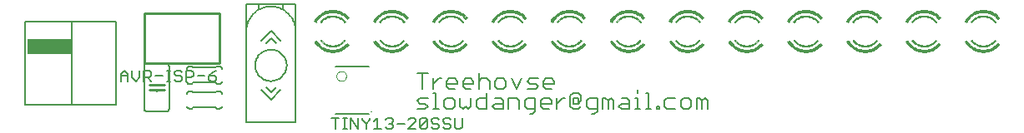
<source format=gto>
G75*
G70*
%OFA0B0*%
%FSLAX24Y24*%
%IPPOS*%
%LPD*%
%AMOC8*
5,1,8,0,0,1.08239X$1,22.5*
%
%ADD10C,0.0060*%
%ADD11C,0.0020*%
%ADD12C,0.0050*%
%ADD13C,0.0010*%
%ADD14C,0.0100*%
%ADD15R,0.1772X0.0591*%
D10*
X004981Y001048D02*
X005781Y001048D01*
X005798Y001050D01*
X005815Y001054D01*
X005831Y001061D01*
X005845Y001071D01*
X005858Y001084D01*
X005868Y001098D01*
X005875Y001114D01*
X005879Y001131D01*
X005881Y001148D01*
X005881Y002848D01*
X005879Y002865D01*
X005875Y002882D01*
X005868Y002898D01*
X005858Y002912D01*
X005845Y002925D01*
X005831Y002935D01*
X005815Y002942D01*
X005798Y002946D01*
X005781Y002948D01*
X004981Y002948D01*
X004964Y002946D01*
X004947Y002942D01*
X004931Y002935D01*
X004917Y002925D01*
X004904Y002912D01*
X004894Y002898D01*
X004887Y002882D01*
X004883Y002865D01*
X004881Y002848D01*
X004881Y001148D01*
X004883Y001131D01*
X004887Y001114D01*
X004894Y001098D01*
X004904Y001084D01*
X004917Y001071D01*
X004931Y001061D01*
X004947Y001054D01*
X004964Y001050D01*
X004981Y001048D01*
X006690Y001156D02*
X006790Y001156D01*
X006840Y001206D01*
X007740Y001206D01*
X007790Y001156D01*
X007890Y001156D01*
X007907Y001158D01*
X007924Y001162D01*
X007940Y001169D01*
X007954Y001179D01*
X007967Y001192D01*
X007977Y001206D01*
X007984Y001222D01*
X007988Y001239D01*
X007990Y001256D01*
X006690Y001156D02*
X006673Y001158D01*
X006656Y001162D01*
X006640Y001169D01*
X006626Y001179D01*
X006613Y001192D01*
X006603Y001206D01*
X006596Y001222D01*
X006592Y001239D01*
X006590Y001256D01*
X006590Y001756D02*
X006592Y001773D01*
X006596Y001790D01*
X006603Y001806D01*
X006613Y001820D01*
X006626Y001833D01*
X006640Y001843D01*
X006656Y001850D01*
X006673Y001854D01*
X006690Y001856D01*
X006790Y001856D01*
X006840Y001806D01*
X007740Y001806D01*
X007790Y001856D01*
X007890Y001856D01*
X007907Y001854D01*
X007924Y001850D01*
X007940Y001843D01*
X007954Y001833D01*
X007967Y001820D01*
X007977Y001806D01*
X007984Y001790D01*
X007988Y001773D01*
X007990Y001756D01*
X007890Y002141D02*
X007790Y002141D01*
X007740Y002191D01*
X006840Y002191D01*
X006790Y002141D01*
X006690Y002141D01*
X006673Y002143D01*
X006656Y002147D01*
X006640Y002154D01*
X006626Y002164D01*
X006613Y002177D01*
X006603Y002191D01*
X006596Y002207D01*
X006592Y002224D01*
X006590Y002241D01*
X006553Y002247D02*
X006553Y002687D01*
X006774Y002687D01*
X006847Y002614D01*
X006847Y002467D01*
X006774Y002394D01*
X006553Y002394D01*
X006387Y002394D02*
X006387Y002320D01*
X006313Y002247D01*
X006166Y002247D01*
X006093Y002320D01*
X005933Y002247D02*
X005786Y002247D01*
X005859Y002247D02*
X005859Y002687D01*
X005786Y002687D02*
X005933Y002687D01*
X006093Y002614D02*
X006166Y002687D01*
X006313Y002687D01*
X006387Y002614D01*
X006166Y002467D02*
X006093Y002541D01*
X006093Y002614D01*
X006166Y002467D02*
X006313Y002467D01*
X006387Y002394D01*
X007014Y002467D02*
X007307Y002467D01*
X007474Y002467D02*
X007694Y002467D01*
X007768Y002394D01*
X007768Y002320D01*
X007694Y002247D01*
X007548Y002247D01*
X007474Y002320D01*
X007474Y002467D01*
X007621Y002614D01*
X007768Y002687D01*
X007890Y002841D02*
X007907Y002839D01*
X007924Y002835D01*
X007940Y002828D01*
X007954Y002818D01*
X007967Y002805D01*
X007977Y002791D01*
X007984Y002775D01*
X007988Y002758D01*
X007990Y002741D01*
X007790Y002841D02*
X007740Y002791D01*
X006840Y002791D01*
X006790Y002841D01*
X006690Y002841D01*
X006673Y002839D01*
X006656Y002835D01*
X006640Y002828D01*
X006626Y002818D01*
X006613Y002805D01*
X006603Y002791D01*
X006596Y002775D01*
X006592Y002758D01*
X006590Y002741D01*
X007790Y002841D02*
X007890Y002841D01*
X005619Y002467D02*
X005326Y002467D01*
X005159Y002467D02*
X005085Y002394D01*
X004865Y002394D01*
X005012Y002394D02*
X005159Y002247D01*
X004865Y002247D02*
X004865Y002687D01*
X005085Y002687D01*
X005159Y002614D01*
X005159Y002467D01*
X004698Y002394D02*
X004698Y002687D01*
X004405Y002687D02*
X004405Y002394D01*
X004552Y002247D01*
X004698Y002394D01*
X004238Y002467D02*
X003944Y002467D01*
X003944Y002541D02*
X004091Y002687D01*
X004238Y002541D01*
X004238Y002247D01*
X003944Y002247D02*
X003944Y002541D01*
X005381Y002148D02*
X005381Y002098D01*
X005381Y001898D02*
X005381Y001848D01*
X007890Y002141D02*
X007907Y002143D01*
X007924Y002147D01*
X007940Y002154D01*
X007954Y002164D01*
X007967Y002177D01*
X007977Y002191D01*
X007984Y002207D01*
X007988Y002224D01*
X007990Y002241D01*
X012540Y002855D02*
X013855Y002855D01*
X015785Y002571D02*
X016212Y002571D01*
X015998Y002571D02*
X015998Y001930D01*
X016429Y001930D02*
X016429Y002357D01*
X016429Y002144D02*
X016643Y002357D01*
X016750Y002357D01*
X016967Y002250D02*
X017073Y002357D01*
X017287Y002357D01*
X017394Y002250D01*
X017394Y002144D01*
X016967Y002144D01*
X016967Y002250D02*
X016967Y002037D01*
X017073Y001930D01*
X017287Y001930D01*
X017611Y002037D02*
X017611Y002250D01*
X017718Y002357D01*
X017931Y002357D01*
X018038Y002250D01*
X018038Y002144D01*
X017611Y002144D01*
X017611Y002037D02*
X017718Y001930D01*
X017931Y001930D01*
X018256Y001930D02*
X018256Y002571D01*
X018362Y002357D02*
X018576Y002357D01*
X018683Y002250D01*
X018683Y001930D01*
X018900Y002037D02*
X019007Y001930D01*
X019221Y001930D01*
X019327Y002037D01*
X019327Y002250D01*
X019221Y002357D01*
X019007Y002357D01*
X018900Y002250D01*
X018900Y002037D01*
X019545Y002357D02*
X019758Y001930D01*
X019972Y002357D01*
X020189Y002250D02*
X020296Y002357D01*
X020616Y002357D01*
X020834Y002250D02*
X020941Y002357D01*
X021154Y002357D01*
X021261Y002250D01*
X021261Y002144D01*
X020834Y002144D01*
X020616Y002037D02*
X020510Y002144D01*
X020296Y002144D01*
X020189Y002250D01*
X020834Y002250D02*
X020834Y002037D01*
X020941Y001930D01*
X021154Y001930D01*
X020616Y002037D02*
X020510Y001930D01*
X020189Y001930D01*
X018575Y001783D02*
X018575Y001143D01*
X018255Y001143D01*
X018148Y001249D01*
X018148Y001463D01*
X018255Y001570D01*
X018575Y001570D01*
X018900Y001570D02*
X019113Y001570D01*
X019220Y001463D01*
X019220Y001143D01*
X018900Y001143D01*
X018793Y001249D01*
X018900Y001356D01*
X019220Y001356D01*
X019758Y001570D02*
X019864Y001463D01*
X019864Y001143D01*
X020082Y001249D02*
X020189Y001143D01*
X020509Y001143D01*
X020509Y001036D02*
X020509Y001570D01*
X020189Y001570D01*
X020082Y001463D01*
X020082Y001249D01*
X020726Y001249D02*
X020726Y001463D01*
X020833Y001570D01*
X021047Y001570D01*
X021154Y001463D01*
X021154Y001356D01*
X020726Y001356D01*
X020726Y001249D02*
X020833Y001143D01*
X021047Y001143D01*
X021371Y001143D02*
X021371Y001570D01*
X021585Y001570D02*
X021691Y001570D01*
X021585Y001570D02*
X021371Y001356D01*
X022015Y001356D02*
X022015Y001570D01*
X022228Y001570D01*
X022228Y001356D01*
X022015Y001356D01*
X022228Y001356D02*
X022335Y001463D01*
X022335Y001676D01*
X022228Y001783D01*
X022015Y001783D01*
X021908Y001676D01*
X021908Y001249D01*
X022015Y001143D01*
X022228Y001143D01*
X022335Y001249D01*
X022553Y001249D02*
X022659Y001143D01*
X022980Y001143D01*
X022980Y001036D02*
X022980Y001570D01*
X022659Y001570D01*
X022553Y001463D01*
X022553Y001249D01*
X023197Y001143D02*
X023197Y001570D01*
X023304Y001570D01*
X023411Y001463D01*
X023518Y001570D01*
X023624Y001463D01*
X023624Y001143D01*
X023411Y001143D02*
X023411Y001463D01*
X023842Y001249D02*
X023949Y001356D01*
X024269Y001356D01*
X024269Y001463D02*
X024269Y001143D01*
X023949Y001143D01*
X023842Y001249D01*
X024486Y001143D02*
X024700Y001143D01*
X024593Y001143D02*
X024593Y001570D01*
X024486Y001570D01*
X024269Y001463D02*
X024162Y001570D01*
X023949Y001570D01*
X024593Y001783D02*
X024593Y001890D01*
X024916Y001783D02*
X025023Y001783D01*
X025023Y001143D01*
X024916Y001143D02*
X025130Y001143D01*
X025346Y001143D02*
X025452Y001143D01*
X025452Y001249D01*
X025346Y001249D01*
X025346Y001143D01*
X025668Y001249D02*
X025775Y001143D01*
X026095Y001143D01*
X026313Y001249D02*
X026419Y001143D01*
X026633Y001143D01*
X026740Y001249D01*
X026740Y001463D01*
X026633Y001570D01*
X026419Y001570D01*
X026313Y001463D01*
X026313Y001249D01*
X025668Y001249D02*
X025668Y001463D01*
X025775Y001570D01*
X026095Y001570D01*
X026957Y001570D02*
X027064Y001570D01*
X027171Y001463D01*
X027277Y001570D01*
X027384Y001463D01*
X027384Y001143D01*
X027171Y001143D02*
X027171Y001463D01*
X026957Y001570D02*
X026957Y001143D01*
X022980Y001036D02*
X022873Y000929D01*
X022766Y000929D01*
X020509Y001036D02*
X020402Y000929D01*
X020295Y000929D01*
X019437Y001143D02*
X019437Y001570D01*
X019758Y001570D01*
X017931Y001570D02*
X017931Y001249D01*
X017824Y001143D01*
X017717Y001249D01*
X017610Y001143D01*
X017504Y001249D01*
X017504Y001570D01*
X017286Y001463D02*
X017179Y001570D01*
X016966Y001570D01*
X016859Y001463D01*
X016859Y001249D01*
X016966Y001143D01*
X017179Y001143D01*
X017286Y001249D01*
X017286Y001463D01*
X016212Y001570D02*
X015892Y001570D01*
X015785Y001463D01*
X015892Y001356D01*
X016105Y001356D01*
X016212Y001249D01*
X016105Y001143D01*
X015785Y001143D01*
X016429Y001143D02*
X016643Y001143D01*
X016536Y001143D02*
X016536Y001783D01*
X016429Y001783D01*
X018256Y002250D02*
X018362Y002357D01*
X013954Y001040D02*
X013954Y001030D01*
X013855Y000945D02*
X012536Y000945D01*
D11*
X012560Y002459D02*
X012562Y002486D01*
X012568Y002513D01*
X012577Y002539D01*
X012590Y002563D01*
X012606Y002586D01*
X012625Y002605D01*
X012647Y002622D01*
X012671Y002636D01*
X012696Y002646D01*
X012723Y002653D01*
X012750Y002656D01*
X012778Y002655D01*
X012805Y002650D01*
X012831Y002642D01*
X012855Y002630D01*
X012878Y002614D01*
X012899Y002596D01*
X012916Y002575D01*
X012931Y002551D01*
X012942Y002526D01*
X012950Y002500D01*
X012954Y002473D01*
X012954Y002445D01*
X012950Y002418D01*
X012942Y002392D01*
X012931Y002367D01*
X012916Y002343D01*
X012899Y002322D01*
X012878Y002304D01*
X012856Y002288D01*
X012831Y002276D01*
X012805Y002268D01*
X012778Y002263D01*
X012750Y002262D01*
X012723Y002265D01*
X012696Y002272D01*
X012671Y002282D01*
X012647Y002296D01*
X012625Y002313D01*
X012606Y002332D01*
X012590Y002355D01*
X012577Y002379D01*
X012568Y002405D01*
X012562Y002432D01*
X012560Y002459D01*
D12*
X010145Y001998D02*
X009948Y001802D01*
X009751Y001998D01*
X009554Y001900D02*
X009948Y001506D01*
X010342Y001900D01*
X003767Y001290D02*
X003767Y004636D01*
X001995Y004636D01*
X000125Y004636D01*
X000125Y001290D01*
X001995Y001290D01*
X003767Y001290D01*
X001995Y001290D02*
X001995Y004636D01*
X008964Y004262D02*
X008964Y000620D01*
X010932Y000620D01*
X010932Y004262D01*
X010932Y005345D01*
X010440Y005345D01*
X010440Y005148D01*
X010440Y005345D02*
X009456Y005345D01*
X009456Y005148D01*
X009456Y005345D02*
X008964Y005345D01*
X008964Y004262D01*
X009554Y003869D02*
X009948Y004262D01*
X010932Y004262D02*
X010930Y004324D01*
X010924Y004385D01*
X010915Y004446D01*
X010901Y004507D01*
X010884Y004566D01*
X010863Y004624D01*
X010838Y004681D01*
X010810Y004736D01*
X010779Y004789D01*
X010744Y004840D01*
X010706Y004889D01*
X010665Y004936D01*
X010622Y004979D01*
X010575Y005020D01*
X010526Y005058D01*
X010475Y005093D01*
X010422Y005124D01*
X010367Y005152D01*
X010310Y005177D01*
X010252Y005198D01*
X010193Y005215D01*
X010132Y005229D01*
X010071Y005238D01*
X010010Y005244D01*
X009948Y005246D01*
X009886Y005244D01*
X009825Y005238D01*
X009764Y005229D01*
X009703Y005215D01*
X009644Y005198D01*
X009586Y005177D01*
X009529Y005152D01*
X009474Y005124D01*
X009421Y005093D01*
X009370Y005058D01*
X009321Y005020D01*
X009274Y004979D01*
X009231Y004936D01*
X009190Y004889D01*
X009152Y004840D01*
X009117Y004789D01*
X009086Y004736D01*
X009058Y004681D01*
X009033Y004624D01*
X009012Y004566D01*
X008995Y004507D01*
X008981Y004446D01*
X008972Y004385D01*
X008966Y004324D01*
X008964Y004262D01*
X009948Y004262D02*
X010342Y003869D01*
X010145Y003770D02*
X009948Y003967D01*
X009751Y003770D01*
X009318Y002884D02*
X009320Y002934D01*
X009326Y002984D01*
X009336Y003033D01*
X009350Y003081D01*
X009367Y003128D01*
X009388Y003173D01*
X009413Y003217D01*
X009441Y003258D01*
X009473Y003297D01*
X009507Y003334D01*
X009544Y003368D01*
X009584Y003398D01*
X009626Y003425D01*
X009670Y003449D01*
X009716Y003470D01*
X009763Y003486D01*
X009811Y003499D01*
X009861Y003508D01*
X009910Y003513D01*
X009961Y003514D01*
X010011Y003511D01*
X010060Y003504D01*
X010109Y003493D01*
X010157Y003478D01*
X010203Y003460D01*
X010248Y003438D01*
X010291Y003412D01*
X010332Y003383D01*
X010371Y003351D01*
X010407Y003316D01*
X010439Y003278D01*
X010469Y003238D01*
X010496Y003195D01*
X010519Y003151D01*
X010538Y003105D01*
X010554Y003057D01*
X010566Y003008D01*
X010574Y002959D01*
X010578Y002909D01*
X010578Y002859D01*
X010574Y002809D01*
X010566Y002760D01*
X010554Y002711D01*
X010538Y002663D01*
X010519Y002617D01*
X010496Y002573D01*
X010469Y002530D01*
X010439Y002490D01*
X010407Y002452D01*
X010371Y002417D01*
X010332Y002385D01*
X010291Y002356D01*
X010248Y002330D01*
X010203Y002308D01*
X010157Y002290D01*
X010109Y002275D01*
X010060Y002264D01*
X010011Y002257D01*
X009961Y002254D01*
X009910Y002255D01*
X009861Y002260D01*
X009811Y002269D01*
X009763Y002282D01*
X009716Y002298D01*
X009670Y002319D01*
X009626Y002343D01*
X009584Y002370D01*
X009544Y002400D01*
X009507Y002434D01*
X009473Y002471D01*
X009441Y002510D01*
X009413Y002551D01*
X009388Y002595D01*
X009367Y002640D01*
X009350Y002687D01*
X009336Y002735D01*
X009326Y002784D01*
X009320Y002834D01*
X009318Y002884D01*
X012371Y000775D02*
X012671Y000775D01*
X012521Y000775D02*
X012521Y000325D01*
X012831Y000325D02*
X012981Y000325D01*
X012906Y000325D02*
X012906Y000775D01*
X012831Y000775D02*
X012981Y000775D01*
X013138Y000775D02*
X013438Y000325D01*
X013438Y000775D01*
X013599Y000775D02*
X013599Y000700D01*
X013749Y000550D01*
X013749Y000325D01*
X014059Y000325D02*
X014359Y000325D01*
X014209Y000325D02*
X014209Y000775D01*
X014059Y000625D01*
X013899Y000700D02*
X013749Y000550D01*
X013899Y000700D02*
X013899Y000775D01*
X014519Y000700D02*
X014594Y000775D01*
X014745Y000775D01*
X014820Y000700D01*
X014820Y000625D01*
X014745Y000550D01*
X014820Y000475D01*
X014820Y000400D01*
X014745Y000325D01*
X014594Y000325D01*
X014519Y000400D01*
X014669Y000550D02*
X014745Y000550D01*
X014980Y000550D02*
X015280Y000550D01*
X015440Y000325D02*
X015740Y000625D01*
X015740Y000700D01*
X015665Y000775D01*
X015515Y000775D01*
X015440Y000700D01*
X015901Y000700D02*
X015976Y000775D01*
X016126Y000775D01*
X016201Y000700D01*
X015901Y000400D01*
X015976Y000325D01*
X016126Y000325D01*
X016201Y000400D01*
X016201Y000700D01*
X016361Y000700D02*
X016361Y000625D01*
X016436Y000550D01*
X016586Y000550D01*
X016661Y000475D01*
X016661Y000400D01*
X016586Y000325D01*
X016436Y000325D01*
X016361Y000400D01*
X016821Y000400D02*
X016896Y000325D01*
X017047Y000325D01*
X017122Y000400D01*
X017122Y000475D01*
X017047Y000550D01*
X016896Y000550D01*
X016821Y000625D01*
X016821Y000700D01*
X016896Y000775D01*
X017047Y000775D01*
X017122Y000700D01*
X017282Y000775D02*
X017282Y000400D01*
X017357Y000325D01*
X017507Y000325D01*
X017582Y000400D01*
X017582Y000775D01*
X016661Y000700D02*
X016586Y000775D01*
X016436Y000775D01*
X016361Y000700D01*
X015901Y000700D02*
X015901Y000400D01*
X015740Y000325D02*
X015440Y000325D01*
X013138Y000325D02*
X013138Y000775D01*
D13*
X012403Y005106D02*
X012403Y005016D01*
X012403Y005017D02*
X012349Y005015D01*
X012296Y005009D01*
X012243Y004999D01*
X012191Y004985D01*
X012140Y004968D01*
X012091Y004947D01*
X012043Y004923D01*
X011997Y004895D01*
X011953Y004864D01*
X011911Y004830D01*
X011872Y004794D01*
X011835Y004754D01*
X011802Y004712D01*
X011771Y004668D01*
X011744Y004622D01*
X011665Y004664D01*
X011693Y004713D01*
X011725Y004759D01*
X011760Y004804D01*
X011797Y004846D01*
X011838Y004886D01*
X011881Y004922D01*
X011926Y004956D01*
X011973Y004987D01*
X012023Y005014D01*
X012074Y005038D01*
X012126Y005059D01*
X012180Y005076D01*
X012235Y005089D01*
X012290Y005099D01*
X012347Y005105D01*
X012403Y005107D01*
X012403Y005098D01*
X012347Y005096D01*
X012292Y005090D01*
X012237Y005080D01*
X012182Y005067D01*
X012129Y005050D01*
X012077Y005030D01*
X012027Y005006D01*
X011978Y004979D01*
X011931Y004949D01*
X011886Y004915D01*
X011844Y004879D01*
X011804Y004840D01*
X011767Y004798D01*
X011732Y004754D01*
X011701Y004708D01*
X011673Y004660D01*
X011681Y004656D01*
X011709Y004703D01*
X011740Y004749D01*
X011774Y004792D01*
X011810Y004834D01*
X011850Y004872D01*
X011892Y004908D01*
X011936Y004941D01*
X011982Y004971D01*
X012031Y004998D01*
X012081Y005021D01*
X012132Y005042D01*
X012185Y005058D01*
X012238Y005071D01*
X012293Y005081D01*
X012348Y005087D01*
X012403Y005089D01*
X012403Y005080D01*
X012348Y005078D01*
X012294Y005072D01*
X012240Y005063D01*
X012187Y005050D01*
X012135Y005033D01*
X012084Y005013D01*
X012035Y004990D01*
X011987Y004963D01*
X011941Y004934D01*
X011897Y004901D01*
X011856Y004866D01*
X011817Y004827D01*
X011780Y004787D01*
X011747Y004744D01*
X011716Y004698D01*
X011689Y004651D01*
X011697Y004647D01*
X011724Y004694D01*
X011754Y004738D01*
X011787Y004781D01*
X011823Y004821D01*
X011862Y004859D01*
X011903Y004894D01*
X011946Y004926D01*
X011992Y004956D01*
X012039Y004982D01*
X012088Y005005D01*
X012138Y005025D01*
X012190Y005041D01*
X012242Y005054D01*
X012295Y005063D01*
X012349Y005069D01*
X012403Y005071D01*
X012403Y005062D01*
X012350Y005060D01*
X012297Y005054D01*
X012244Y005045D01*
X012192Y005032D01*
X012141Y005016D01*
X012091Y004997D01*
X012043Y004974D01*
X011996Y004948D01*
X011952Y004919D01*
X011909Y004887D01*
X011868Y004852D01*
X011830Y004815D01*
X011794Y004775D01*
X011761Y004733D01*
X011731Y004689D01*
X011704Y004643D01*
X011712Y004639D01*
X011739Y004684D01*
X011769Y004728D01*
X011801Y004769D01*
X011836Y004809D01*
X011874Y004846D01*
X011914Y004880D01*
X011957Y004912D01*
X012001Y004940D01*
X012047Y004966D01*
X012095Y004988D01*
X012144Y005008D01*
X012194Y005024D01*
X012246Y005036D01*
X012298Y005045D01*
X012350Y005051D01*
X012403Y005053D01*
X012403Y005044D01*
X012347Y005042D01*
X012292Y005035D01*
X012237Y005025D01*
X012183Y005011D01*
X012131Y004993D01*
X012079Y004972D01*
X012030Y004946D01*
X011982Y004918D01*
X011936Y004886D01*
X011893Y004851D01*
X011853Y004813D01*
X011815Y004772D01*
X011780Y004728D01*
X011749Y004682D01*
X011720Y004634D01*
X011728Y004630D01*
X011756Y004678D01*
X011787Y004723D01*
X011822Y004766D01*
X011859Y004806D01*
X011899Y004844D01*
X011942Y004879D01*
X011987Y004910D01*
X012034Y004939D01*
X012083Y004963D01*
X012134Y004985D01*
X012186Y005002D01*
X012239Y005016D01*
X012293Y005026D01*
X012348Y005033D01*
X012403Y005035D01*
X012403Y005026D01*
X012349Y005024D01*
X012295Y005018D01*
X012241Y005008D01*
X012189Y004994D01*
X012137Y004976D01*
X012087Y004955D01*
X012038Y004931D01*
X011992Y004903D01*
X011947Y004871D01*
X011905Y004837D01*
X011866Y004800D01*
X011829Y004760D01*
X011795Y004718D01*
X011764Y004673D01*
X011736Y004626D01*
X011677Y003839D02*
X011755Y003884D01*
X011755Y003883D02*
X011783Y003839D01*
X011814Y003797D01*
X011847Y003757D01*
X011883Y003719D01*
X011922Y003684D01*
X011963Y003652D01*
X012007Y003622D01*
X012052Y003596D01*
X012099Y003573D01*
X012147Y003553D01*
X012197Y003537D01*
X012247Y003524D01*
X012299Y003515D01*
X012351Y003509D01*
X012403Y003507D01*
X012404Y003418D01*
X012403Y003417D01*
X012348Y003419D01*
X012294Y003425D01*
X012239Y003434D01*
X012186Y003447D01*
X012134Y003463D01*
X012082Y003482D01*
X012032Y003505D01*
X011984Y003531D01*
X011937Y003560D01*
X011893Y003592D01*
X011850Y003627D01*
X011810Y003665D01*
X011773Y003705D01*
X011738Y003747D01*
X011706Y003792D01*
X011677Y003838D01*
X011685Y003843D01*
X011713Y003797D01*
X011745Y003753D01*
X011780Y003711D01*
X011817Y003671D01*
X011856Y003634D01*
X011898Y003599D01*
X011942Y003568D01*
X011988Y003539D01*
X012036Y003513D01*
X012086Y003491D01*
X012136Y003471D01*
X012188Y003455D01*
X012241Y003443D01*
X012295Y003434D01*
X012349Y003428D01*
X012403Y003426D01*
X012403Y003435D01*
X012349Y003437D01*
X012296Y003443D01*
X012243Y003452D01*
X012191Y003464D01*
X012139Y003480D01*
X012089Y003499D01*
X012040Y003521D01*
X011993Y003547D01*
X011947Y003575D01*
X011904Y003607D01*
X011862Y003641D01*
X011823Y003677D01*
X011786Y003717D01*
X011752Y003758D01*
X011721Y003802D01*
X011692Y003847D01*
X011700Y003852D01*
X011730Y003804D01*
X011764Y003758D01*
X011800Y003715D01*
X011840Y003674D01*
X011882Y003636D01*
X011926Y003601D01*
X011973Y003569D01*
X012022Y003541D01*
X012073Y003516D01*
X012126Y003494D01*
X012179Y003477D01*
X012234Y003463D01*
X012290Y003453D01*
X012346Y003446D01*
X012403Y003444D01*
X012403Y003453D01*
X012347Y003455D01*
X012291Y003461D01*
X012236Y003471D01*
X012182Y003485D01*
X012129Y003503D01*
X012077Y003524D01*
X012026Y003549D01*
X011978Y003577D01*
X011932Y003608D01*
X011887Y003643D01*
X011846Y003680D01*
X011807Y003721D01*
X011771Y003763D01*
X011738Y003809D01*
X011708Y003856D01*
X011716Y003861D01*
X011745Y003814D01*
X011778Y003769D01*
X011814Y003727D01*
X011852Y003687D01*
X011893Y003650D01*
X011937Y003615D01*
X011983Y003584D01*
X012031Y003557D01*
X012080Y003532D01*
X012132Y003511D01*
X012184Y003494D01*
X012238Y003480D01*
X012293Y003470D01*
X012348Y003464D01*
X012403Y003462D01*
X012403Y003471D01*
X012348Y003473D01*
X012294Y003479D01*
X012240Y003489D01*
X012187Y003503D01*
X012135Y003520D01*
X012084Y003540D01*
X012035Y003565D01*
X011988Y003592D01*
X011942Y003623D01*
X011899Y003656D01*
X011858Y003693D01*
X011820Y003733D01*
X011785Y003775D01*
X011753Y003819D01*
X011724Y003865D01*
X011732Y003870D01*
X011760Y003824D01*
X011792Y003780D01*
X011827Y003739D01*
X011865Y003700D01*
X011905Y003663D01*
X011947Y003630D01*
X011992Y003600D01*
X012039Y003572D01*
X012088Y003549D01*
X012138Y003528D01*
X012189Y003511D01*
X012242Y003498D01*
X012295Y003488D01*
X012349Y003482D01*
X012403Y003480D01*
X012403Y003489D01*
X012350Y003491D01*
X012296Y003497D01*
X012244Y003507D01*
X012192Y003520D01*
X012141Y003537D01*
X012091Y003557D01*
X012043Y003580D01*
X011997Y003607D01*
X011953Y003637D01*
X011911Y003670D01*
X011871Y003706D01*
X011834Y003745D01*
X011799Y003786D01*
X011768Y003829D01*
X011739Y003874D01*
X011747Y003879D01*
X011775Y003834D01*
X011806Y003791D01*
X011840Y003751D01*
X011877Y003713D01*
X011916Y003677D01*
X011958Y003645D01*
X012002Y003615D01*
X012048Y003588D01*
X012095Y003565D01*
X012144Y003545D01*
X012194Y003528D01*
X012246Y003515D01*
X012298Y003506D01*
X012350Y003500D01*
X012403Y003498D01*
X012404Y004886D02*
X012404Y004836D01*
X012403Y004837D02*
X012359Y004835D01*
X012316Y004830D01*
X012273Y004821D01*
X012231Y004809D01*
X012191Y004794D01*
X012151Y004776D01*
X012113Y004755D01*
X012076Y004732D01*
X012041Y004705D01*
X012009Y004676D01*
X011979Y004645D01*
X011951Y004611D01*
X011912Y004640D01*
X011911Y004641D01*
X011941Y004678D01*
X011974Y004712D01*
X012009Y004743D01*
X012047Y004772D01*
X012087Y004798D01*
X012128Y004821D01*
X012172Y004841D01*
X012216Y004857D01*
X012262Y004870D01*
X012308Y004879D01*
X012356Y004885D01*
X012403Y004887D01*
X012403Y004878D01*
X012356Y004876D01*
X012310Y004870D01*
X012264Y004861D01*
X012219Y004848D01*
X012175Y004832D01*
X012133Y004813D01*
X012092Y004790D01*
X012052Y004765D01*
X012015Y004737D01*
X011980Y004705D01*
X011948Y004672D01*
X011918Y004636D01*
X011925Y004630D01*
X011955Y004666D01*
X011987Y004699D01*
X012021Y004730D01*
X012058Y004758D01*
X012096Y004783D01*
X012137Y004805D01*
X012178Y004824D01*
X012222Y004840D01*
X012266Y004852D01*
X012311Y004861D01*
X012357Y004867D01*
X012403Y004869D01*
X012403Y004860D01*
X012358Y004858D01*
X012313Y004852D01*
X012268Y004843D01*
X012225Y004831D01*
X012182Y004816D01*
X012141Y004797D01*
X012101Y004775D01*
X012063Y004750D01*
X012027Y004723D01*
X011993Y004692D01*
X011961Y004660D01*
X011933Y004625D01*
X011940Y004619D01*
X011968Y004654D01*
X011999Y004686D01*
X012033Y004716D01*
X012068Y004743D01*
X012105Y004767D01*
X012145Y004789D01*
X012185Y004807D01*
X012227Y004823D01*
X012270Y004835D01*
X012314Y004843D01*
X012358Y004849D01*
X012403Y004851D01*
X012403Y004842D01*
X012359Y004840D01*
X012315Y004835D01*
X012272Y004826D01*
X012230Y004814D01*
X012189Y004799D01*
X012149Y004781D01*
X012110Y004760D01*
X012073Y004736D01*
X012038Y004709D01*
X012005Y004680D01*
X011975Y004648D01*
X011947Y004614D01*
X012913Y004629D02*
X012872Y004600D01*
X012873Y004600D02*
X012845Y004635D01*
X012815Y004668D01*
X012782Y004699D01*
X012747Y004726D01*
X012710Y004751D01*
X012671Y004773D01*
X012631Y004792D01*
X012589Y004808D01*
X012546Y004820D01*
X012502Y004829D01*
X012458Y004835D01*
X012413Y004837D01*
X012413Y004886D01*
X012413Y004887D01*
X012462Y004885D01*
X012510Y004879D01*
X012558Y004869D01*
X012604Y004855D01*
X012650Y004838D01*
X012694Y004818D01*
X012736Y004794D01*
X012777Y004767D01*
X012815Y004736D01*
X012851Y004703D01*
X012884Y004668D01*
X012914Y004629D01*
X012906Y004624D01*
X012877Y004662D01*
X012844Y004697D01*
X012809Y004730D01*
X012771Y004759D01*
X012732Y004786D01*
X012690Y004810D01*
X012646Y004830D01*
X012602Y004847D01*
X012555Y004860D01*
X012508Y004870D01*
X012461Y004876D01*
X012413Y004878D01*
X012413Y004869D01*
X012460Y004867D01*
X012507Y004861D01*
X012553Y004851D01*
X012599Y004838D01*
X012643Y004822D01*
X012686Y004802D01*
X012727Y004778D01*
X012766Y004752D01*
X012803Y004723D01*
X012838Y004691D01*
X012870Y004656D01*
X012899Y004619D01*
X012892Y004614D01*
X012863Y004650D01*
X012831Y004684D01*
X012797Y004716D01*
X012761Y004745D01*
X012722Y004771D01*
X012682Y004794D01*
X012639Y004813D01*
X012596Y004830D01*
X012551Y004843D01*
X012506Y004852D01*
X012459Y004858D01*
X012413Y004860D01*
X012413Y004851D01*
X012459Y004849D01*
X012504Y004843D01*
X012549Y004834D01*
X012593Y004821D01*
X012636Y004805D01*
X012678Y004786D01*
X012717Y004763D01*
X012755Y004738D01*
X012791Y004709D01*
X012825Y004678D01*
X012856Y004644D01*
X012884Y004608D01*
X012877Y004603D01*
X012849Y004639D01*
X012819Y004672D01*
X012785Y004702D01*
X012750Y004730D01*
X012713Y004756D01*
X012673Y004778D01*
X012633Y004797D01*
X012590Y004813D01*
X012547Y004825D01*
X012503Y004834D01*
X012458Y004840D01*
X012413Y004842D01*
X012412Y003418D02*
X012412Y003508D01*
X012413Y003507D02*
X012467Y003509D01*
X012520Y003515D01*
X012573Y003525D01*
X012625Y003539D01*
X012676Y003556D01*
X012726Y003577D01*
X012774Y003601D01*
X012820Y003629D01*
X012864Y003660D01*
X012905Y003694D01*
X012945Y003731D01*
X012981Y003770D01*
X013049Y003713D01*
X013050Y003712D01*
X013012Y003671D01*
X012972Y003633D01*
X012929Y003597D01*
X012884Y003564D01*
X012837Y003534D01*
X012789Y003508D01*
X012738Y003484D01*
X012686Y003464D01*
X012633Y003448D01*
X012579Y003434D01*
X012524Y003425D01*
X012469Y003419D01*
X012413Y003417D01*
X012413Y003426D01*
X012468Y003428D01*
X012523Y003434D01*
X012577Y003443D01*
X012631Y003456D01*
X012683Y003473D01*
X012735Y003492D01*
X012785Y003516D01*
X012833Y003542D01*
X012879Y003572D01*
X012924Y003604D01*
X012966Y003639D01*
X013006Y003678D01*
X013043Y003718D01*
X013036Y003724D01*
X012999Y003684D01*
X012960Y003646D01*
X012918Y003611D01*
X012874Y003579D01*
X012828Y003550D01*
X012780Y003524D01*
X012731Y003501D01*
X012680Y003481D01*
X012628Y003465D01*
X012575Y003452D01*
X012522Y003443D01*
X012467Y003437D01*
X012413Y003435D01*
X012413Y003444D01*
X012467Y003446D01*
X012520Y003452D01*
X012573Y003461D01*
X012626Y003474D01*
X012677Y003490D01*
X012728Y003509D01*
X012776Y003532D01*
X012824Y003557D01*
X012869Y003586D01*
X012913Y003618D01*
X012954Y003653D01*
X012993Y003690D01*
X013029Y003730D01*
X013022Y003736D01*
X012986Y003696D01*
X012948Y003659D01*
X012907Y003625D01*
X012864Y003594D01*
X012819Y003565D01*
X012772Y003540D01*
X012724Y003517D01*
X012674Y003498D01*
X012623Y003482D01*
X012572Y003470D01*
X012519Y003461D01*
X012466Y003455D01*
X012413Y003453D01*
X012413Y003462D01*
X012466Y003464D01*
X012518Y003470D01*
X012570Y003479D01*
X012621Y003491D01*
X012671Y003507D01*
X012721Y003526D01*
X012768Y003548D01*
X012815Y003573D01*
X012859Y003601D01*
X012901Y003632D01*
X012942Y003666D01*
X012980Y003703D01*
X013015Y003741D01*
X013009Y003747D01*
X012973Y003709D01*
X012936Y003673D01*
X012896Y003639D01*
X012854Y003609D01*
X012810Y003581D01*
X012764Y003556D01*
X012717Y003534D01*
X012668Y003515D01*
X012619Y003500D01*
X012568Y003487D01*
X012517Y003479D01*
X012465Y003473D01*
X012413Y003471D01*
X012413Y003480D01*
X012469Y003482D01*
X012524Y003489D01*
X012579Y003499D01*
X012633Y003513D01*
X012686Y003531D01*
X012737Y003553D01*
X012787Y003578D01*
X012835Y003607D01*
X012880Y003639D01*
X012923Y003674D01*
X012964Y003712D01*
X013002Y003753D01*
X012995Y003759D01*
X012958Y003718D01*
X012917Y003681D01*
X012875Y003646D01*
X012830Y003614D01*
X012782Y003586D01*
X012733Y003561D01*
X012682Y003539D01*
X012630Y003522D01*
X012577Y003508D01*
X012523Y003498D01*
X012468Y003491D01*
X012413Y003489D01*
X012413Y003498D01*
X012467Y003500D01*
X012521Y003506D01*
X012575Y003516D01*
X012628Y003530D01*
X012679Y003548D01*
X012729Y003569D01*
X012778Y003594D01*
X012825Y003622D01*
X012869Y003653D01*
X012911Y003687D01*
X012951Y003725D01*
X012988Y003765D01*
X013053Y004806D02*
X012984Y004749D01*
X012985Y004749D02*
X012948Y004789D01*
X012909Y004827D01*
X012867Y004861D01*
X012823Y004893D01*
X012777Y004921D01*
X012728Y004946D01*
X012678Y004967D01*
X012627Y004985D01*
X012574Y004998D01*
X012521Y005008D01*
X012467Y005015D01*
X012413Y005017D01*
X012412Y005106D01*
X012413Y005107D01*
X012469Y005105D01*
X012525Y005099D01*
X012580Y005089D01*
X012635Y005076D01*
X012688Y005059D01*
X012741Y005039D01*
X012792Y005015D01*
X012841Y004988D01*
X012888Y004957D01*
X012933Y004924D01*
X012976Y004888D01*
X013016Y004849D01*
X013054Y004807D01*
X013047Y004801D01*
X013010Y004842D01*
X012970Y004881D01*
X012928Y004917D01*
X012883Y004950D01*
X012836Y004980D01*
X012788Y005007D01*
X012737Y005030D01*
X012685Y005051D01*
X012632Y005067D01*
X012578Y005080D01*
X012524Y005090D01*
X012469Y005096D01*
X012413Y005098D01*
X012413Y005089D01*
X012468Y005087D01*
X012523Y005081D01*
X012577Y005072D01*
X012630Y005059D01*
X012682Y005042D01*
X012734Y005022D01*
X012783Y004999D01*
X012832Y004972D01*
X012878Y004943D01*
X012922Y004910D01*
X012964Y004874D01*
X013003Y004836D01*
X013040Y004795D01*
X013033Y004790D01*
X012997Y004830D01*
X012958Y004868D01*
X012916Y004903D01*
X012873Y004935D01*
X012827Y004965D01*
X012779Y004991D01*
X012730Y005014D01*
X012680Y005034D01*
X012628Y005050D01*
X012575Y005063D01*
X012521Y005072D01*
X012467Y005078D01*
X012413Y005080D01*
X012413Y005071D01*
X012467Y005069D01*
X012520Y005063D01*
X012573Y005054D01*
X012625Y005041D01*
X012677Y005025D01*
X012727Y005006D01*
X012775Y004983D01*
X012822Y004957D01*
X012868Y004928D01*
X012911Y004896D01*
X012952Y004861D01*
X012990Y004824D01*
X013026Y004784D01*
X013019Y004778D01*
X012984Y004817D01*
X012946Y004854D01*
X012905Y004889D01*
X012862Y004920D01*
X012818Y004949D01*
X012771Y004975D01*
X012723Y004997D01*
X012674Y005017D01*
X012623Y005033D01*
X012571Y005045D01*
X012519Y005054D01*
X012466Y005060D01*
X012413Y005062D01*
X012413Y005053D01*
X012465Y005051D01*
X012518Y005045D01*
X012569Y005036D01*
X012620Y005024D01*
X012671Y005008D01*
X012720Y004989D01*
X012767Y004967D01*
X012813Y004941D01*
X012857Y004913D01*
X012899Y004882D01*
X012940Y004848D01*
X012977Y004811D01*
X013012Y004772D01*
X013006Y004766D01*
X012971Y004805D01*
X012933Y004841D01*
X012894Y004875D01*
X012852Y004906D01*
X012808Y004934D01*
X012763Y004959D01*
X012716Y004981D01*
X012668Y005000D01*
X012618Y005015D01*
X012568Y005028D01*
X012516Y005036D01*
X012465Y005042D01*
X012413Y005044D01*
X012413Y005035D01*
X012464Y005033D01*
X012515Y005028D01*
X012566Y005019D01*
X012616Y005007D01*
X012665Y004991D01*
X012712Y004973D01*
X012759Y004951D01*
X012804Y004926D01*
X012847Y004898D01*
X012888Y004868D01*
X012927Y004835D01*
X012964Y004799D01*
X012999Y004761D01*
X012992Y004755D01*
X012955Y004796D01*
X012915Y004834D01*
X012873Y004868D01*
X012828Y004900D01*
X012781Y004929D01*
X012732Y004954D01*
X012681Y004975D01*
X012630Y004993D01*
X012576Y005007D01*
X012522Y005017D01*
X012468Y005024D01*
X012413Y005026D01*
X011918Y003875D02*
X011958Y003906D01*
X011957Y003905D02*
X011988Y003870D01*
X012021Y003837D01*
X012056Y003807D01*
X012095Y003780D01*
X012135Y003756D01*
X012177Y003736D01*
X012220Y003719D01*
X012265Y003705D01*
X012310Y003695D01*
X012356Y003689D01*
X012403Y003687D01*
X012403Y003638D01*
X012403Y003637D01*
X012357Y003639D01*
X012310Y003645D01*
X012265Y003654D01*
X012220Y003666D01*
X012176Y003682D01*
X012133Y003701D01*
X012092Y003723D01*
X012053Y003748D01*
X012016Y003775D01*
X011981Y003806D01*
X011948Y003839D01*
X011918Y003874D01*
X011925Y003880D01*
X011955Y003845D01*
X011987Y003812D01*
X012021Y003782D01*
X012058Y003755D01*
X012097Y003730D01*
X012137Y003709D01*
X012179Y003690D01*
X012222Y003675D01*
X012267Y003662D01*
X012312Y003654D01*
X012357Y003648D01*
X012403Y003646D01*
X012403Y003655D01*
X012358Y003657D01*
X012313Y003662D01*
X012269Y003671D01*
X012225Y003683D01*
X012183Y003698D01*
X012141Y003717D01*
X012101Y003738D01*
X012063Y003762D01*
X012027Y003789D01*
X011993Y003819D01*
X011961Y003851D01*
X011932Y003885D01*
X011939Y003891D01*
X011971Y003854D01*
X012005Y003820D01*
X012042Y003789D01*
X012082Y003761D01*
X012124Y003736D01*
X012167Y003715D01*
X012212Y003697D01*
X012259Y003683D01*
X012306Y003673D01*
X012355Y003666D01*
X012403Y003664D01*
X012403Y003673D01*
X012355Y003675D01*
X012308Y003682D01*
X012261Y003692D01*
X012215Y003705D01*
X012171Y003723D01*
X012128Y003744D01*
X012087Y003768D01*
X012048Y003796D01*
X012011Y003827D01*
X011977Y003860D01*
X011946Y003896D01*
X011953Y003902D01*
X011984Y003866D01*
X012017Y003833D01*
X012053Y003803D01*
X012092Y003776D01*
X012132Y003752D01*
X012175Y003731D01*
X012218Y003714D01*
X012263Y003700D01*
X012309Y003690D01*
X012356Y003684D01*
X012403Y003682D01*
X012413Y003638D02*
X012413Y003688D01*
X012413Y003687D02*
X012460Y003689D01*
X012506Y003695D01*
X012551Y003705D01*
X012596Y003719D01*
X012639Y003736D01*
X012681Y003756D01*
X012721Y003780D01*
X012760Y003807D01*
X012795Y003837D01*
X012828Y003870D01*
X012859Y003905D01*
X012898Y003875D01*
X012898Y003874D01*
X012868Y003839D01*
X012835Y003806D01*
X012800Y003775D01*
X012763Y003748D01*
X012724Y003723D01*
X012683Y003701D01*
X012640Y003682D01*
X012596Y003666D01*
X012551Y003654D01*
X012506Y003645D01*
X012459Y003639D01*
X012413Y003637D01*
X012413Y003646D01*
X012459Y003648D01*
X012504Y003654D01*
X012549Y003662D01*
X012594Y003675D01*
X012637Y003690D01*
X012679Y003709D01*
X012719Y003730D01*
X012758Y003755D01*
X012795Y003782D01*
X012829Y003812D01*
X012861Y003845D01*
X012891Y003880D01*
X012884Y003885D01*
X012855Y003851D01*
X012823Y003819D01*
X012789Y003789D01*
X012753Y003762D01*
X012715Y003738D01*
X012675Y003717D01*
X012633Y003698D01*
X012591Y003683D01*
X012547Y003671D01*
X012503Y003662D01*
X012458Y003657D01*
X012413Y003655D01*
X012413Y003664D01*
X012461Y003666D01*
X012510Y003673D01*
X012557Y003683D01*
X012604Y003697D01*
X012649Y003715D01*
X012692Y003736D01*
X012734Y003761D01*
X012774Y003789D01*
X012811Y003820D01*
X012845Y003854D01*
X012877Y003891D01*
X012870Y003896D01*
X012839Y003860D01*
X012805Y003827D01*
X012768Y003796D01*
X012729Y003768D01*
X012688Y003744D01*
X012645Y003723D01*
X012601Y003705D01*
X012555Y003692D01*
X012508Y003682D01*
X012461Y003675D01*
X012413Y003673D01*
X012413Y003682D01*
X012460Y003684D01*
X012507Y003690D01*
X012553Y003700D01*
X012598Y003714D01*
X012641Y003731D01*
X012684Y003752D01*
X012724Y003776D01*
X012763Y003803D01*
X012799Y003833D01*
X012832Y003866D01*
X012863Y003902D01*
X014040Y003839D02*
X014118Y003884D01*
X014118Y003883D02*
X014146Y003839D01*
X014177Y003797D01*
X014210Y003757D01*
X014246Y003719D01*
X014285Y003684D01*
X014326Y003652D01*
X014370Y003622D01*
X014415Y003596D01*
X014462Y003573D01*
X014510Y003553D01*
X014560Y003537D01*
X014610Y003524D01*
X014662Y003515D01*
X014714Y003509D01*
X014766Y003507D01*
X014767Y003418D01*
X014766Y003417D01*
X014711Y003419D01*
X014657Y003425D01*
X014602Y003434D01*
X014549Y003447D01*
X014497Y003463D01*
X014445Y003482D01*
X014395Y003505D01*
X014347Y003531D01*
X014300Y003560D01*
X014256Y003592D01*
X014213Y003627D01*
X014173Y003665D01*
X014136Y003705D01*
X014101Y003747D01*
X014069Y003792D01*
X014040Y003838D01*
X014048Y003843D01*
X014076Y003797D01*
X014108Y003753D01*
X014143Y003711D01*
X014180Y003671D01*
X014219Y003634D01*
X014261Y003599D01*
X014305Y003568D01*
X014351Y003539D01*
X014399Y003513D01*
X014449Y003491D01*
X014499Y003471D01*
X014551Y003455D01*
X014604Y003443D01*
X014658Y003434D01*
X014712Y003428D01*
X014766Y003426D01*
X014766Y003435D01*
X014712Y003437D01*
X014659Y003443D01*
X014606Y003452D01*
X014554Y003464D01*
X014502Y003480D01*
X014452Y003499D01*
X014403Y003521D01*
X014356Y003547D01*
X014310Y003575D01*
X014267Y003607D01*
X014225Y003641D01*
X014186Y003677D01*
X014149Y003717D01*
X014115Y003758D01*
X014084Y003802D01*
X014055Y003847D01*
X014063Y003852D01*
X014093Y003804D01*
X014127Y003758D01*
X014163Y003715D01*
X014203Y003674D01*
X014245Y003636D01*
X014289Y003601D01*
X014336Y003569D01*
X014385Y003541D01*
X014436Y003516D01*
X014489Y003494D01*
X014542Y003477D01*
X014597Y003463D01*
X014653Y003453D01*
X014709Y003446D01*
X014766Y003444D01*
X014766Y003453D01*
X014710Y003455D01*
X014654Y003461D01*
X014599Y003471D01*
X014545Y003485D01*
X014492Y003503D01*
X014440Y003524D01*
X014389Y003549D01*
X014341Y003577D01*
X014295Y003608D01*
X014250Y003643D01*
X014209Y003680D01*
X014170Y003721D01*
X014134Y003763D01*
X014101Y003809D01*
X014071Y003856D01*
X014079Y003861D01*
X014108Y003814D01*
X014141Y003769D01*
X014177Y003727D01*
X014215Y003687D01*
X014256Y003650D01*
X014300Y003615D01*
X014346Y003584D01*
X014394Y003557D01*
X014443Y003532D01*
X014495Y003511D01*
X014547Y003494D01*
X014601Y003480D01*
X014656Y003470D01*
X014711Y003464D01*
X014766Y003462D01*
X014766Y003471D01*
X014711Y003473D01*
X014657Y003479D01*
X014603Y003489D01*
X014550Y003503D01*
X014498Y003520D01*
X014447Y003540D01*
X014398Y003565D01*
X014351Y003592D01*
X014305Y003623D01*
X014262Y003656D01*
X014221Y003693D01*
X014183Y003733D01*
X014148Y003775D01*
X014116Y003819D01*
X014087Y003865D01*
X014095Y003870D01*
X014123Y003824D01*
X014155Y003780D01*
X014190Y003739D01*
X014228Y003700D01*
X014268Y003663D01*
X014310Y003630D01*
X014355Y003600D01*
X014402Y003572D01*
X014451Y003549D01*
X014501Y003528D01*
X014552Y003511D01*
X014605Y003498D01*
X014658Y003488D01*
X014712Y003482D01*
X014766Y003480D01*
X014766Y003489D01*
X014713Y003491D01*
X014659Y003497D01*
X014607Y003507D01*
X014555Y003520D01*
X014504Y003537D01*
X014454Y003557D01*
X014406Y003580D01*
X014360Y003607D01*
X014316Y003637D01*
X014274Y003670D01*
X014234Y003706D01*
X014197Y003745D01*
X014162Y003786D01*
X014131Y003829D01*
X014102Y003874D01*
X014110Y003879D01*
X014138Y003834D01*
X014169Y003791D01*
X014203Y003751D01*
X014240Y003713D01*
X014279Y003677D01*
X014321Y003645D01*
X014365Y003615D01*
X014411Y003588D01*
X014458Y003565D01*
X014507Y003545D01*
X014557Y003528D01*
X014609Y003515D01*
X014661Y003506D01*
X014713Y003500D01*
X014766Y003498D01*
X014766Y005106D02*
X014766Y005016D01*
X014766Y005017D02*
X014712Y005015D01*
X014659Y005009D01*
X014606Y004999D01*
X014554Y004985D01*
X014503Y004968D01*
X014454Y004947D01*
X014406Y004923D01*
X014360Y004895D01*
X014316Y004864D01*
X014274Y004830D01*
X014235Y004794D01*
X014198Y004754D01*
X014165Y004712D01*
X014134Y004668D01*
X014107Y004622D01*
X014028Y004664D01*
X014056Y004713D01*
X014088Y004759D01*
X014123Y004804D01*
X014160Y004846D01*
X014201Y004886D01*
X014244Y004922D01*
X014289Y004956D01*
X014336Y004987D01*
X014386Y005014D01*
X014437Y005038D01*
X014489Y005059D01*
X014543Y005076D01*
X014598Y005089D01*
X014653Y005099D01*
X014710Y005105D01*
X014766Y005107D01*
X014766Y005098D01*
X014710Y005096D01*
X014655Y005090D01*
X014600Y005080D01*
X014545Y005067D01*
X014492Y005050D01*
X014440Y005030D01*
X014390Y005006D01*
X014341Y004979D01*
X014294Y004949D01*
X014249Y004915D01*
X014207Y004879D01*
X014167Y004840D01*
X014130Y004798D01*
X014095Y004754D01*
X014064Y004708D01*
X014036Y004660D01*
X014044Y004656D01*
X014072Y004703D01*
X014103Y004749D01*
X014137Y004792D01*
X014173Y004834D01*
X014213Y004872D01*
X014255Y004908D01*
X014299Y004941D01*
X014345Y004971D01*
X014394Y004998D01*
X014444Y005021D01*
X014495Y005042D01*
X014548Y005058D01*
X014601Y005071D01*
X014656Y005081D01*
X014711Y005087D01*
X014766Y005089D01*
X014766Y005080D01*
X014711Y005078D01*
X014657Y005072D01*
X014603Y005063D01*
X014550Y005050D01*
X014498Y005033D01*
X014447Y005013D01*
X014398Y004990D01*
X014350Y004963D01*
X014304Y004934D01*
X014260Y004901D01*
X014219Y004866D01*
X014180Y004827D01*
X014143Y004787D01*
X014110Y004744D01*
X014079Y004698D01*
X014052Y004651D01*
X014060Y004647D01*
X014087Y004694D01*
X014117Y004738D01*
X014150Y004781D01*
X014186Y004821D01*
X014225Y004859D01*
X014266Y004894D01*
X014309Y004926D01*
X014355Y004956D01*
X014402Y004982D01*
X014451Y005005D01*
X014501Y005025D01*
X014553Y005041D01*
X014605Y005054D01*
X014658Y005063D01*
X014712Y005069D01*
X014766Y005071D01*
X014766Y005062D01*
X014713Y005060D01*
X014660Y005054D01*
X014607Y005045D01*
X014555Y005032D01*
X014504Y005016D01*
X014454Y004997D01*
X014406Y004974D01*
X014359Y004948D01*
X014315Y004919D01*
X014272Y004887D01*
X014231Y004852D01*
X014193Y004815D01*
X014157Y004775D01*
X014124Y004733D01*
X014094Y004689D01*
X014067Y004643D01*
X014075Y004639D01*
X014102Y004684D01*
X014132Y004728D01*
X014164Y004769D01*
X014199Y004809D01*
X014237Y004846D01*
X014277Y004880D01*
X014320Y004912D01*
X014364Y004940D01*
X014410Y004966D01*
X014458Y004988D01*
X014507Y005008D01*
X014557Y005024D01*
X014609Y005036D01*
X014661Y005045D01*
X014713Y005051D01*
X014766Y005053D01*
X014766Y005044D01*
X014710Y005042D01*
X014655Y005035D01*
X014600Y005025D01*
X014546Y005011D01*
X014494Y004993D01*
X014442Y004972D01*
X014393Y004946D01*
X014345Y004918D01*
X014299Y004886D01*
X014256Y004851D01*
X014216Y004813D01*
X014178Y004772D01*
X014143Y004728D01*
X014112Y004682D01*
X014083Y004634D01*
X014091Y004630D01*
X014119Y004678D01*
X014150Y004723D01*
X014185Y004766D01*
X014222Y004806D01*
X014262Y004844D01*
X014305Y004879D01*
X014350Y004910D01*
X014397Y004939D01*
X014446Y004963D01*
X014497Y004985D01*
X014549Y005002D01*
X014602Y005016D01*
X014656Y005026D01*
X014711Y005033D01*
X014766Y005035D01*
X014766Y005026D01*
X014712Y005024D01*
X014658Y005018D01*
X014604Y005008D01*
X014552Y004994D01*
X014500Y004976D01*
X014450Y004955D01*
X014401Y004931D01*
X014355Y004903D01*
X014310Y004871D01*
X014268Y004837D01*
X014229Y004800D01*
X014192Y004760D01*
X014158Y004718D01*
X014127Y004673D01*
X014099Y004626D01*
X015276Y004629D02*
X015235Y004600D01*
X015236Y004600D02*
X015208Y004635D01*
X015178Y004668D01*
X015145Y004699D01*
X015110Y004726D01*
X015073Y004751D01*
X015034Y004773D01*
X014994Y004792D01*
X014952Y004808D01*
X014909Y004820D01*
X014865Y004829D01*
X014821Y004835D01*
X014776Y004837D01*
X014776Y004886D01*
X014776Y004887D01*
X014825Y004885D01*
X014873Y004879D01*
X014921Y004869D01*
X014967Y004855D01*
X015013Y004838D01*
X015057Y004818D01*
X015099Y004794D01*
X015140Y004767D01*
X015178Y004736D01*
X015214Y004703D01*
X015247Y004668D01*
X015277Y004629D01*
X015269Y004624D01*
X015240Y004662D01*
X015207Y004697D01*
X015172Y004730D01*
X015134Y004759D01*
X015095Y004786D01*
X015053Y004810D01*
X015009Y004830D01*
X014965Y004847D01*
X014918Y004860D01*
X014871Y004870D01*
X014824Y004876D01*
X014776Y004878D01*
X014776Y004869D01*
X014823Y004867D01*
X014870Y004861D01*
X014916Y004851D01*
X014962Y004838D01*
X015006Y004822D01*
X015049Y004802D01*
X015090Y004778D01*
X015129Y004752D01*
X015166Y004723D01*
X015201Y004691D01*
X015233Y004656D01*
X015262Y004619D01*
X015255Y004614D01*
X015226Y004650D01*
X015194Y004684D01*
X015160Y004716D01*
X015124Y004745D01*
X015085Y004771D01*
X015045Y004794D01*
X015002Y004813D01*
X014959Y004830D01*
X014914Y004843D01*
X014869Y004852D01*
X014822Y004858D01*
X014776Y004860D01*
X014776Y004851D01*
X014822Y004849D01*
X014867Y004843D01*
X014912Y004834D01*
X014956Y004821D01*
X014999Y004805D01*
X015041Y004786D01*
X015080Y004763D01*
X015118Y004738D01*
X015154Y004709D01*
X015188Y004678D01*
X015219Y004644D01*
X015247Y004608D01*
X015240Y004603D01*
X015212Y004639D01*
X015182Y004672D01*
X015148Y004702D01*
X015113Y004730D01*
X015076Y004756D01*
X015036Y004778D01*
X014996Y004797D01*
X014953Y004813D01*
X014910Y004825D01*
X014866Y004834D01*
X014821Y004840D01*
X014776Y004842D01*
X014775Y003418D02*
X014775Y003508D01*
X014776Y003507D02*
X014830Y003509D01*
X014883Y003515D01*
X014936Y003525D01*
X014988Y003539D01*
X015039Y003556D01*
X015089Y003577D01*
X015137Y003601D01*
X015183Y003629D01*
X015227Y003660D01*
X015268Y003694D01*
X015308Y003731D01*
X015344Y003770D01*
X015412Y003713D01*
X015413Y003712D01*
X015375Y003671D01*
X015335Y003633D01*
X015292Y003597D01*
X015247Y003564D01*
X015200Y003534D01*
X015152Y003508D01*
X015101Y003484D01*
X015049Y003464D01*
X014996Y003448D01*
X014942Y003434D01*
X014887Y003425D01*
X014832Y003419D01*
X014776Y003417D01*
X014776Y003426D01*
X014831Y003428D01*
X014886Y003434D01*
X014940Y003443D01*
X014994Y003456D01*
X015046Y003473D01*
X015098Y003492D01*
X015148Y003516D01*
X015196Y003542D01*
X015242Y003572D01*
X015287Y003604D01*
X015329Y003639D01*
X015369Y003678D01*
X015406Y003718D01*
X015399Y003724D01*
X015362Y003684D01*
X015323Y003646D01*
X015281Y003611D01*
X015237Y003579D01*
X015191Y003550D01*
X015143Y003524D01*
X015094Y003501D01*
X015043Y003481D01*
X014991Y003465D01*
X014938Y003452D01*
X014885Y003443D01*
X014830Y003437D01*
X014776Y003435D01*
X014776Y003444D01*
X014830Y003446D01*
X014883Y003452D01*
X014936Y003461D01*
X014989Y003474D01*
X015040Y003490D01*
X015091Y003509D01*
X015139Y003532D01*
X015187Y003557D01*
X015232Y003586D01*
X015276Y003618D01*
X015317Y003653D01*
X015356Y003690D01*
X015392Y003730D01*
X015385Y003736D01*
X015349Y003696D01*
X015311Y003659D01*
X015270Y003625D01*
X015227Y003594D01*
X015182Y003565D01*
X015135Y003540D01*
X015087Y003517D01*
X015037Y003498D01*
X014986Y003482D01*
X014935Y003470D01*
X014882Y003461D01*
X014829Y003455D01*
X014776Y003453D01*
X014776Y003462D01*
X014829Y003464D01*
X014881Y003470D01*
X014933Y003479D01*
X014984Y003491D01*
X015034Y003507D01*
X015084Y003526D01*
X015131Y003548D01*
X015178Y003573D01*
X015222Y003601D01*
X015264Y003632D01*
X015305Y003666D01*
X015343Y003703D01*
X015378Y003741D01*
X015372Y003747D01*
X015336Y003709D01*
X015299Y003673D01*
X015259Y003639D01*
X015217Y003609D01*
X015173Y003581D01*
X015127Y003556D01*
X015080Y003534D01*
X015031Y003515D01*
X014982Y003500D01*
X014931Y003487D01*
X014880Y003479D01*
X014828Y003473D01*
X014776Y003471D01*
X014776Y003480D01*
X014832Y003482D01*
X014887Y003489D01*
X014942Y003499D01*
X014996Y003513D01*
X015049Y003531D01*
X015100Y003553D01*
X015150Y003578D01*
X015198Y003607D01*
X015243Y003639D01*
X015286Y003674D01*
X015327Y003712D01*
X015365Y003753D01*
X015358Y003759D01*
X015321Y003718D01*
X015280Y003681D01*
X015238Y003646D01*
X015193Y003614D01*
X015145Y003586D01*
X015096Y003561D01*
X015045Y003539D01*
X014993Y003522D01*
X014940Y003508D01*
X014886Y003498D01*
X014831Y003491D01*
X014776Y003489D01*
X014776Y003498D01*
X014830Y003500D01*
X014884Y003506D01*
X014938Y003516D01*
X014991Y003530D01*
X015042Y003548D01*
X015092Y003569D01*
X015141Y003594D01*
X015188Y003622D01*
X015232Y003653D01*
X015274Y003687D01*
X015314Y003725D01*
X015351Y003765D01*
X015416Y004806D02*
X015347Y004749D01*
X015348Y004749D02*
X015311Y004789D01*
X015272Y004827D01*
X015230Y004861D01*
X015186Y004893D01*
X015140Y004921D01*
X015091Y004946D01*
X015041Y004967D01*
X014990Y004985D01*
X014937Y004998D01*
X014884Y005008D01*
X014830Y005015D01*
X014776Y005017D01*
X014775Y005106D01*
X014776Y005107D01*
X014832Y005105D01*
X014888Y005099D01*
X014943Y005089D01*
X014998Y005076D01*
X015051Y005059D01*
X015104Y005039D01*
X015155Y005015D01*
X015204Y004988D01*
X015251Y004957D01*
X015296Y004924D01*
X015339Y004888D01*
X015379Y004849D01*
X015417Y004807D01*
X015410Y004801D01*
X015373Y004842D01*
X015333Y004881D01*
X015291Y004917D01*
X015246Y004950D01*
X015199Y004980D01*
X015151Y005007D01*
X015100Y005030D01*
X015048Y005051D01*
X014995Y005067D01*
X014941Y005080D01*
X014887Y005090D01*
X014832Y005096D01*
X014776Y005098D01*
X014776Y005089D01*
X014831Y005087D01*
X014886Y005081D01*
X014940Y005072D01*
X014993Y005059D01*
X015045Y005042D01*
X015097Y005022D01*
X015146Y004999D01*
X015195Y004972D01*
X015241Y004943D01*
X015285Y004910D01*
X015327Y004874D01*
X015366Y004836D01*
X015403Y004795D01*
X015396Y004790D01*
X015360Y004830D01*
X015321Y004868D01*
X015279Y004903D01*
X015236Y004935D01*
X015190Y004965D01*
X015142Y004991D01*
X015093Y005014D01*
X015043Y005034D01*
X014991Y005050D01*
X014938Y005063D01*
X014884Y005072D01*
X014830Y005078D01*
X014776Y005080D01*
X014776Y005071D01*
X014830Y005069D01*
X014883Y005063D01*
X014936Y005054D01*
X014988Y005041D01*
X015040Y005025D01*
X015090Y005006D01*
X015138Y004983D01*
X015185Y004957D01*
X015231Y004928D01*
X015274Y004896D01*
X015315Y004861D01*
X015353Y004824D01*
X015389Y004784D01*
X015382Y004778D01*
X015347Y004817D01*
X015309Y004854D01*
X015268Y004889D01*
X015225Y004920D01*
X015181Y004949D01*
X015134Y004975D01*
X015086Y004997D01*
X015037Y005017D01*
X014986Y005033D01*
X014934Y005045D01*
X014882Y005054D01*
X014829Y005060D01*
X014776Y005062D01*
X014776Y005053D01*
X014828Y005051D01*
X014881Y005045D01*
X014932Y005036D01*
X014983Y005024D01*
X015034Y005008D01*
X015083Y004989D01*
X015130Y004967D01*
X015176Y004941D01*
X015220Y004913D01*
X015262Y004882D01*
X015303Y004848D01*
X015340Y004811D01*
X015375Y004772D01*
X015369Y004766D01*
X015334Y004805D01*
X015296Y004841D01*
X015257Y004875D01*
X015215Y004906D01*
X015171Y004934D01*
X015126Y004959D01*
X015079Y004981D01*
X015031Y005000D01*
X014981Y005015D01*
X014931Y005028D01*
X014879Y005036D01*
X014828Y005042D01*
X014776Y005044D01*
X014776Y005035D01*
X014827Y005033D01*
X014878Y005028D01*
X014929Y005019D01*
X014979Y005007D01*
X015028Y004991D01*
X015075Y004973D01*
X015122Y004951D01*
X015167Y004926D01*
X015210Y004898D01*
X015251Y004868D01*
X015290Y004835D01*
X015327Y004799D01*
X015362Y004761D01*
X015355Y004755D01*
X015318Y004796D01*
X015278Y004834D01*
X015236Y004868D01*
X015191Y004900D01*
X015144Y004929D01*
X015095Y004954D01*
X015044Y004975D01*
X014993Y004993D01*
X014939Y005007D01*
X014885Y005017D01*
X014831Y005024D01*
X014776Y005026D01*
X014281Y003875D02*
X014321Y003906D01*
X014320Y003905D02*
X014351Y003870D01*
X014384Y003837D01*
X014419Y003807D01*
X014458Y003780D01*
X014498Y003756D01*
X014540Y003736D01*
X014583Y003719D01*
X014628Y003705D01*
X014673Y003695D01*
X014719Y003689D01*
X014766Y003687D01*
X014766Y003638D01*
X014766Y003637D01*
X014720Y003639D01*
X014673Y003645D01*
X014628Y003654D01*
X014583Y003666D01*
X014539Y003682D01*
X014496Y003701D01*
X014455Y003723D01*
X014416Y003748D01*
X014379Y003775D01*
X014344Y003806D01*
X014311Y003839D01*
X014281Y003874D01*
X014288Y003880D01*
X014318Y003845D01*
X014350Y003812D01*
X014384Y003782D01*
X014421Y003755D01*
X014460Y003730D01*
X014500Y003709D01*
X014542Y003690D01*
X014585Y003675D01*
X014630Y003662D01*
X014675Y003654D01*
X014720Y003648D01*
X014766Y003646D01*
X014766Y003655D01*
X014721Y003657D01*
X014676Y003662D01*
X014632Y003671D01*
X014588Y003683D01*
X014546Y003698D01*
X014504Y003717D01*
X014464Y003738D01*
X014426Y003762D01*
X014390Y003789D01*
X014356Y003819D01*
X014324Y003851D01*
X014295Y003885D01*
X014302Y003891D01*
X014334Y003854D01*
X014368Y003820D01*
X014405Y003789D01*
X014445Y003761D01*
X014487Y003736D01*
X014530Y003715D01*
X014575Y003697D01*
X014622Y003683D01*
X014669Y003673D01*
X014718Y003666D01*
X014766Y003664D01*
X014766Y003673D01*
X014718Y003675D01*
X014671Y003682D01*
X014624Y003692D01*
X014578Y003705D01*
X014534Y003723D01*
X014491Y003744D01*
X014450Y003768D01*
X014411Y003796D01*
X014374Y003827D01*
X014340Y003860D01*
X014309Y003896D01*
X014316Y003902D01*
X014347Y003866D01*
X014380Y003833D01*
X014416Y003803D01*
X014455Y003776D01*
X014495Y003752D01*
X014538Y003731D01*
X014581Y003714D01*
X014626Y003700D01*
X014672Y003690D01*
X014719Y003684D01*
X014766Y003682D01*
X014767Y004886D02*
X014767Y004836D01*
X014766Y004837D02*
X014722Y004835D01*
X014679Y004830D01*
X014636Y004821D01*
X014594Y004809D01*
X014554Y004794D01*
X014514Y004776D01*
X014476Y004755D01*
X014439Y004732D01*
X014404Y004705D01*
X014372Y004676D01*
X014342Y004645D01*
X014314Y004611D01*
X014275Y004640D01*
X014274Y004641D01*
X014304Y004678D01*
X014337Y004712D01*
X014372Y004743D01*
X014410Y004772D01*
X014450Y004798D01*
X014491Y004821D01*
X014535Y004841D01*
X014579Y004857D01*
X014625Y004870D01*
X014671Y004879D01*
X014719Y004885D01*
X014766Y004887D01*
X014766Y004878D01*
X014719Y004876D01*
X014673Y004870D01*
X014627Y004861D01*
X014582Y004848D01*
X014538Y004832D01*
X014496Y004813D01*
X014455Y004790D01*
X014415Y004765D01*
X014378Y004737D01*
X014343Y004705D01*
X014311Y004672D01*
X014281Y004636D01*
X014288Y004630D01*
X014318Y004666D01*
X014350Y004699D01*
X014384Y004730D01*
X014421Y004758D01*
X014459Y004783D01*
X014500Y004805D01*
X014541Y004824D01*
X014585Y004840D01*
X014629Y004852D01*
X014674Y004861D01*
X014720Y004867D01*
X014766Y004869D01*
X014766Y004860D01*
X014721Y004858D01*
X014676Y004852D01*
X014631Y004843D01*
X014588Y004831D01*
X014545Y004816D01*
X014504Y004797D01*
X014464Y004775D01*
X014426Y004750D01*
X014390Y004723D01*
X014356Y004692D01*
X014324Y004660D01*
X014296Y004625D01*
X014303Y004619D01*
X014331Y004654D01*
X014362Y004686D01*
X014396Y004716D01*
X014431Y004743D01*
X014468Y004767D01*
X014508Y004789D01*
X014548Y004807D01*
X014590Y004823D01*
X014633Y004835D01*
X014677Y004843D01*
X014721Y004849D01*
X014766Y004851D01*
X014766Y004842D01*
X014722Y004840D01*
X014678Y004835D01*
X014635Y004826D01*
X014593Y004814D01*
X014552Y004799D01*
X014512Y004781D01*
X014473Y004760D01*
X014436Y004736D01*
X014401Y004709D01*
X014368Y004680D01*
X014338Y004648D01*
X014310Y004614D01*
X014776Y003638D02*
X014776Y003688D01*
X014776Y003687D02*
X014823Y003689D01*
X014869Y003695D01*
X014914Y003705D01*
X014959Y003719D01*
X015002Y003736D01*
X015044Y003756D01*
X015084Y003780D01*
X015123Y003807D01*
X015158Y003837D01*
X015191Y003870D01*
X015222Y003905D01*
X015261Y003875D01*
X015261Y003874D01*
X015231Y003839D01*
X015198Y003806D01*
X015163Y003775D01*
X015126Y003748D01*
X015087Y003723D01*
X015046Y003701D01*
X015003Y003682D01*
X014959Y003666D01*
X014914Y003654D01*
X014869Y003645D01*
X014822Y003639D01*
X014776Y003637D01*
X014776Y003646D01*
X014822Y003648D01*
X014867Y003654D01*
X014912Y003662D01*
X014957Y003675D01*
X015000Y003690D01*
X015042Y003709D01*
X015082Y003730D01*
X015121Y003755D01*
X015158Y003782D01*
X015192Y003812D01*
X015224Y003845D01*
X015254Y003880D01*
X015247Y003885D01*
X015218Y003851D01*
X015186Y003819D01*
X015152Y003789D01*
X015116Y003762D01*
X015078Y003738D01*
X015038Y003717D01*
X014996Y003698D01*
X014954Y003683D01*
X014910Y003671D01*
X014866Y003662D01*
X014821Y003657D01*
X014776Y003655D01*
X014776Y003664D01*
X014824Y003666D01*
X014873Y003673D01*
X014920Y003683D01*
X014967Y003697D01*
X015012Y003715D01*
X015055Y003736D01*
X015097Y003761D01*
X015137Y003789D01*
X015174Y003820D01*
X015208Y003854D01*
X015240Y003891D01*
X015233Y003896D01*
X015202Y003860D01*
X015168Y003827D01*
X015131Y003796D01*
X015092Y003768D01*
X015051Y003744D01*
X015008Y003723D01*
X014964Y003705D01*
X014918Y003692D01*
X014871Y003682D01*
X014824Y003675D01*
X014776Y003673D01*
X014776Y003682D01*
X014823Y003684D01*
X014870Y003690D01*
X014916Y003700D01*
X014961Y003714D01*
X015004Y003731D01*
X015047Y003752D01*
X015087Y003776D01*
X015126Y003803D01*
X015162Y003833D01*
X015195Y003866D01*
X015226Y003902D01*
X016402Y003839D02*
X016480Y003884D01*
X016480Y003883D02*
X016508Y003839D01*
X016539Y003797D01*
X016572Y003757D01*
X016608Y003719D01*
X016647Y003684D01*
X016688Y003652D01*
X016732Y003622D01*
X016777Y003596D01*
X016824Y003573D01*
X016872Y003553D01*
X016922Y003537D01*
X016972Y003524D01*
X017024Y003515D01*
X017076Y003509D01*
X017128Y003507D01*
X017129Y003418D01*
X017128Y003417D01*
X017073Y003419D01*
X017019Y003425D01*
X016964Y003434D01*
X016911Y003447D01*
X016859Y003463D01*
X016807Y003482D01*
X016757Y003505D01*
X016709Y003531D01*
X016662Y003560D01*
X016618Y003592D01*
X016575Y003627D01*
X016535Y003665D01*
X016498Y003705D01*
X016463Y003747D01*
X016431Y003792D01*
X016402Y003838D01*
X016410Y003843D01*
X016438Y003797D01*
X016470Y003753D01*
X016505Y003711D01*
X016542Y003671D01*
X016581Y003634D01*
X016623Y003599D01*
X016667Y003568D01*
X016713Y003539D01*
X016761Y003513D01*
X016811Y003491D01*
X016861Y003471D01*
X016913Y003455D01*
X016966Y003443D01*
X017020Y003434D01*
X017074Y003428D01*
X017128Y003426D01*
X017128Y003435D01*
X017074Y003437D01*
X017021Y003443D01*
X016968Y003452D01*
X016916Y003464D01*
X016864Y003480D01*
X016814Y003499D01*
X016765Y003521D01*
X016718Y003547D01*
X016672Y003575D01*
X016629Y003607D01*
X016587Y003641D01*
X016548Y003677D01*
X016511Y003717D01*
X016477Y003758D01*
X016446Y003802D01*
X016417Y003847D01*
X016425Y003852D01*
X016455Y003804D01*
X016489Y003758D01*
X016525Y003715D01*
X016565Y003674D01*
X016607Y003636D01*
X016651Y003601D01*
X016698Y003569D01*
X016747Y003541D01*
X016798Y003516D01*
X016851Y003494D01*
X016904Y003477D01*
X016959Y003463D01*
X017015Y003453D01*
X017071Y003446D01*
X017128Y003444D01*
X017128Y003453D01*
X017072Y003455D01*
X017016Y003461D01*
X016961Y003471D01*
X016907Y003485D01*
X016854Y003503D01*
X016802Y003524D01*
X016751Y003549D01*
X016703Y003577D01*
X016657Y003608D01*
X016612Y003643D01*
X016571Y003680D01*
X016532Y003721D01*
X016496Y003763D01*
X016463Y003809D01*
X016433Y003856D01*
X016441Y003861D01*
X016470Y003814D01*
X016503Y003769D01*
X016539Y003727D01*
X016577Y003687D01*
X016618Y003650D01*
X016662Y003615D01*
X016708Y003584D01*
X016756Y003557D01*
X016805Y003532D01*
X016857Y003511D01*
X016909Y003494D01*
X016963Y003480D01*
X017018Y003470D01*
X017073Y003464D01*
X017128Y003462D01*
X017128Y003471D01*
X017073Y003473D01*
X017019Y003479D01*
X016965Y003489D01*
X016912Y003503D01*
X016860Y003520D01*
X016809Y003540D01*
X016760Y003565D01*
X016713Y003592D01*
X016667Y003623D01*
X016624Y003656D01*
X016583Y003693D01*
X016545Y003733D01*
X016510Y003775D01*
X016478Y003819D01*
X016449Y003865D01*
X016457Y003870D01*
X016485Y003824D01*
X016517Y003780D01*
X016552Y003739D01*
X016590Y003700D01*
X016630Y003663D01*
X016672Y003630D01*
X016717Y003600D01*
X016764Y003572D01*
X016813Y003549D01*
X016863Y003528D01*
X016914Y003511D01*
X016967Y003498D01*
X017020Y003488D01*
X017074Y003482D01*
X017128Y003480D01*
X017128Y003489D01*
X017075Y003491D01*
X017021Y003497D01*
X016969Y003507D01*
X016917Y003520D01*
X016866Y003537D01*
X016816Y003557D01*
X016768Y003580D01*
X016722Y003607D01*
X016678Y003637D01*
X016636Y003670D01*
X016596Y003706D01*
X016559Y003745D01*
X016524Y003786D01*
X016493Y003829D01*
X016464Y003874D01*
X016472Y003879D01*
X016500Y003834D01*
X016531Y003791D01*
X016565Y003751D01*
X016602Y003713D01*
X016641Y003677D01*
X016683Y003645D01*
X016727Y003615D01*
X016773Y003588D01*
X016820Y003565D01*
X016869Y003545D01*
X016919Y003528D01*
X016971Y003515D01*
X017023Y003506D01*
X017075Y003500D01*
X017128Y003498D01*
X017128Y005106D02*
X017128Y005016D01*
X017128Y005017D02*
X017074Y005015D01*
X017021Y005009D01*
X016968Y004999D01*
X016916Y004985D01*
X016865Y004968D01*
X016816Y004947D01*
X016768Y004923D01*
X016722Y004895D01*
X016678Y004864D01*
X016636Y004830D01*
X016597Y004794D01*
X016560Y004754D01*
X016527Y004712D01*
X016496Y004668D01*
X016469Y004622D01*
X016390Y004664D01*
X016418Y004713D01*
X016450Y004759D01*
X016485Y004804D01*
X016522Y004846D01*
X016563Y004886D01*
X016606Y004922D01*
X016651Y004956D01*
X016698Y004987D01*
X016748Y005014D01*
X016799Y005038D01*
X016851Y005059D01*
X016905Y005076D01*
X016960Y005089D01*
X017015Y005099D01*
X017072Y005105D01*
X017128Y005107D01*
X017128Y005098D01*
X017072Y005096D01*
X017017Y005090D01*
X016962Y005080D01*
X016907Y005067D01*
X016854Y005050D01*
X016802Y005030D01*
X016752Y005006D01*
X016703Y004979D01*
X016656Y004949D01*
X016611Y004915D01*
X016569Y004879D01*
X016529Y004840D01*
X016492Y004798D01*
X016457Y004754D01*
X016426Y004708D01*
X016398Y004660D01*
X016406Y004656D01*
X016434Y004703D01*
X016465Y004749D01*
X016499Y004792D01*
X016535Y004834D01*
X016575Y004872D01*
X016617Y004908D01*
X016661Y004941D01*
X016707Y004971D01*
X016756Y004998D01*
X016806Y005021D01*
X016857Y005042D01*
X016910Y005058D01*
X016963Y005071D01*
X017018Y005081D01*
X017073Y005087D01*
X017128Y005089D01*
X017128Y005080D01*
X017073Y005078D01*
X017019Y005072D01*
X016965Y005063D01*
X016912Y005050D01*
X016860Y005033D01*
X016809Y005013D01*
X016760Y004990D01*
X016712Y004963D01*
X016666Y004934D01*
X016622Y004901D01*
X016581Y004866D01*
X016542Y004827D01*
X016505Y004787D01*
X016472Y004744D01*
X016441Y004698D01*
X016414Y004651D01*
X016422Y004647D01*
X016449Y004694D01*
X016479Y004738D01*
X016512Y004781D01*
X016548Y004821D01*
X016587Y004859D01*
X016628Y004894D01*
X016671Y004926D01*
X016717Y004956D01*
X016764Y004982D01*
X016813Y005005D01*
X016863Y005025D01*
X016915Y005041D01*
X016967Y005054D01*
X017020Y005063D01*
X017074Y005069D01*
X017128Y005071D01*
X017128Y005062D01*
X017075Y005060D01*
X017022Y005054D01*
X016969Y005045D01*
X016917Y005032D01*
X016866Y005016D01*
X016816Y004997D01*
X016768Y004974D01*
X016721Y004948D01*
X016677Y004919D01*
X016634Y004887D01*
X016593Y004852D01*
X016555Y004815D01*
X016519Y004775D01*
X016486Y004733D01*
X016456Y004689D01*
X016429Y004643D01*
X016437Y004639D01*
X016464Y004684D01*
X016494Y004728D01*
X016526Y004769D01*
X016561Y004809D01*
X016599Y004846D01*
X016639Y004880D01*
X016682Y004912D01*
X016726Y004940D01*
X016772Y004966D01*
X016820Y004988D01*
X016869Y005008D01*
X016919Y005024D01*
X016971Y005036D01*
X017023Y005045D01*
X017075Y005051D01*
X017128Y005053D01*
X017128Y005044D01*
X017072Y005042D01*
X017017Y005035D01*
X016962Y005025D01*
X016908Y005011D01*
X016856Y004993D01*
X016804Y004972D01*
X016755Y004946D01*
X016707Y004918D01*
X016661Y004886D01*
X016618Y004851D01*
X016578Y004813D01*
X016540Y004772D01*
X016505Y004728D01*
X016474Y004682D01*
X016445Y004634D01*
X016453Y004630D01*
X016481Y004678D01*
X016512Y004723D01*
X016547Y004766D01*
X016584Y004806D01*
X016624Y004844D01*
X016667Y004879D01*
X016712Y004910D01*
X016759Y004939D01*
X016808Y004963D01*
X016859Y004985D01*
X016911Y005002D01*
X016964Y005016D01*
X017018Y005026D01*
X017073Y005033D01*
X017128Y005035D01*
X017128Y005026D01*
X017074Y005024D01*
X017020Y005018D01*
X016966Y005008D01*
X016914Y004994D01*
X016862Y004976D01*
X016812Y004955D01*
X016763Y004931D01*
X016717Y004903D01*
X016672Y004871D01*
X016630Y004837D01*
X016591Y004800D01*
X016554Y004760D01*
X016520Y004718D01*
X016489Y004673D01*
X016461Y004626D01*
X017638Y004629D02*
X017597Y004600D01*
X017598Y004600D02*
X017570Y004635D01*
X017540Y004668D01*
X017507Y004699D01*
X017472Y004726D01*
X017435Y004751D01*
X017396Y004773D01*
X017356Y004792D01*
X017314Y004808D01*
X017271Y004820D01*
X017227Y004829D01*
X017183Y004835D01*
X017138Y004837D01*
X017138Y004886D01*
X017138Y004887D01*
X017187Y004885D01*
X017235Y004879D01*
X017283Y004869D01*
X017329Y004855D01*
X017375Y004838D01*
X017419Y004818D01*
X017461Y004794D01*
X017502Y004767D01*
X017540Y004736D01*
X017576Y004703D01*
X017609Y004668D01*
X017639Y004629D01*
X017631Y004624D01*
X017602Y004662D01*
X017569Y004697D01*
X017534Y004730D01*
X017496Y004759D01*
X017457Y004786D01*
X017415Y004810D01*
X017371Y004830D01*
X017327Y004847D01*
X017280Y004860D01*
X017233Y004870D01*
X017186Y004876D01*
X017138Y004878D01*
X017138Y004869D01*
X017185Y004867D01*
X017232Y004861D01*
X017278Y004851D01*
X017324Y004838D01*
X017368Y004822D01*
X017411Y004802D01*
X017452Y004778D01*
X017491Y004752D01*
X017528Y004723D01*
X017563Y004691D01*
X017595Y004656D01*
X017624Y004619D01*
X017617Y004614D01*
X017588Y004650D01*
X017556Y004684D01*
X017522Y004716D01*
X017486Y004745D01*
X017447Y004771D01*
X017407Y004794D01*
X017364Y004813D01*
X017321Y004830D01*
X017276Y004843D01*
X017231Y004852D01*
X017184Y004858D01*
X017138Y004860D01*
X017138Y004851D01*
X017184Y004849D01*
X017229Y004843D01*
X017274Y004834D01*
X017318Y004821D01*
X017361Y004805D01*
X017403Y004786D01*
X017442Y004763D01*
X017480Y004738D01*
X017516Y004709D01*
X017550Y004678D01*
X017581Y004644D01*
X017609Y004608D01*
X017602Y004603D01*
X017574Y004639D01*
X017544Y004672D01*
X017510Y004702D01*
X017475Y004730D01*
X017438Y004756D01*
X017398Y004778D01*
X017358Y004797D01*
X017315Y004813D01*
X017272Y004825D01*
X017228Y004834D01*
X017183Y004840D01*
X017138Y004842D01*
X017137Y003418D02*
X017137Y003508D01*
X017138Y003507D02*
X017192Y003509D01*
X017245Y003515D01*
X017298Y003525D01*
X017350Y003539D01*
X017401Y003556D01*
X017451Y003577D01*
X017499Y003601D01*
X017545Y003629D01*
X017589Y003660D01*
X017630Y003694D01*
X017670Y003731D01*
X017706Y003770D01*
X017774Y003713D01*
X017775Y003712D01*
X017737Y003671D01*
X017697Y003633D01*
X017654Y003597D01*
X017609Y003564D01*
X017562Y003534D01*
X017514Y003508D01*
X017463Y003484D01*
X017411Y003464D01*
X017358Y003448D01*
X017304Y003434D01*
X017249Y003425D01*
X017194Y003419D01*
X017138Y003417D01*
X017138Y003426D01*
X017193Y003428D01*
X017248Y003434D01*
X017302Y003443D01*
X017356Y003456D01*
X017408Y003473D01*
X017460Y003492D01*
X017510Y003516D01*
X017558Y003542D01*
X017604Y003572D01*
X017649Y003604D01*
X017691Y003639D01*
X017731Y003678D01*
X017768Y003718D01*
X017761Y003724D01*
X017724Y003684D01*
X017685Y003646D01*
X017643Y003611D01*
X017599Y003579D01*
X017553Y003550D01*
X017505Y003524D01*
X017456Y003501D01*
X017405Y003481D01*
X017353Y003465D01*
X017300Y003452D01*
X017247Y003443D01*
X017192Y003437D01*
X017138Y003435D01*
X017138Y003444D01*
X017192Y003446D01*
X017245Y003452D01*
X017298Y003461D01*
X017351Y003474D01*
X017402Y003490D01*
X017453Y003509D01*
X017501Y003532D01*
X017549Y003557D01*
X017594Y003586D01*
X017638Y003618D01*
X017679Y003653D01*
X017718Y003690D01*
X017754Y003730D01*
X017747Y003736D01*
X017711Y003696D01*
X017673Y003659D01*
X017632Y003625D01*
X017589Y003594D01*
X017544Y003565D01*
X017497Y003540D01*
X017449Y003517D01*
X017399Y003498D01*
X017348Y003482D01*
X017297Y003470D01*
X017244Y003461D01*
X017191Y003455D01*
X017138Y003453D01*
X017138Y003462D01*
X017191Y003464D01*
X017243Y003470D01*
X017295Y003479D01*
X017346Y003491D01*
X017396Y003507D01*
X017446Y003526D01*
X017493Y003548D01*
X017540Y003573D01*
X017584Y003601D01*
X017626Y003632D01*
X017667Y003666D01*
X017705Y003703D01*
X017740Y003741D01*
X017734Y003747D01*
X017698Y003709D01*
X017661Y003673D01*
X017621Y003639D01*
X017579Y003609D01*
X017535Y003581D01*
X017489Y003556D01*
X017442Y003534D01*
X017393Y003515D01*
X017344Y003500D01*
X017293Y003487D01*
X017242Y003479D01*
X017190Y003473D01*
X017138Y003471D01*
X017138Y003480D01*
X017194Y003482D01*
X017249Y003489D01*
X017304Y003499D01*
X017358Y003513D01*
X017411Y003531D01*
X017462Y003553D01*
X017512Y003578D01*
X017560Y003607D01*
X017605Y003639D01*
X017648Y003674D01*
X017689Y003712D01*
X017727Y003753D01*
X017720Y003759D01*
X017683Y003718D01*
X017642Y003681D01*
X017600Y003646D01*
X017555Y003614D01*
X017507Y003586D01*
X017458Y003561D01*
X017407Y003539D01*
X017355Y003522D01*
X017302Y003508D01*
X017248Y003498D01*
X017193Y003491D01*
X017138Y003489D01*
X017138Y003498D01*
X017192Y003500D01*
X017246Y003506D01*
X017300Y003516D01*
X017353Y003530D01*
X017404Y003548D01*
X017454Y003569D01*
X017503Y003594D01*
X017550Y003622D01*
X017594Y003653D01*
X017636Y003687D01*
X017676Y003725D01*
X017713Y003765D01*
X017778Y004806D02*
X017709Y004749D01*
X017710Y004749D02*
X017673Y004789D01*
X017634Y004827D01*
X017592Y004861D01*
X017548Y004893D01*
X017502Y004921D01*
X017453Y004946D01*
X017403Y004967D01*
X017352Y004985D01*
X017299Y004998D01*
X017246Y005008D01*
X017192Y005015D01*
X017138Y005017D01*
X017137Y005106D01*
X017138Y005107D01*
X017194Y005105D01*
X017250Y005099D01*
X017305Y005089D01*
X017360Y005076D01*
X017413Y005059D01*
X017466Y005039D01*
X017517Y005015D01*
X017566Y004988D01*
X017613Y004957D01*
X017658Y004924D01*
X017701Y004888D01*
X017741Y004849D01*
X017779Y004807D01*
X017772Y004801D01*
X017735Y004842D01*
X017695Y004881D01*
X017653Y004917D01*
X017608Y004950D01*
X017561Y004980D01*
X017513Y005007D01*
X017462Y005030D01*
X017410Y005051D01*
X017357Y005067D01*
X017303Y005080D01*
X017249Y005090D01*
X017194Y005096D01*
X017138Y005098D01*
X017138Y005089D01*
X017193Y005087D01*
X017248Y005081D01*
X017302Y005072D01*
X017355Y005059D01*
X017407Y005042D01*
X017459Y005022D01*
X017508Y004999D01*
X017557Y004972D01*
X017603Y004943D01*
X017647Y004910D01*
X017689Y004874D01*
X017728Y004836D01*
X017765Y004795D01*
X017758Y004790D01*
X017722Y004830D01*
X017683Y004868D01*
X017641Y004903D01*
X017598Y004935D01*
X017552Y004965D01*
X017504Y004991D01*
X017455Y005014D01*
X017405Y005034D01*
X017353Y005050D01*
X017300Y005063D01*
X017246Y005072D01*
X017192Y005078D01*
X017138Y005080D01*
X017138Y005071D01*
X017192Y005069D01*
X017245Y005063D01*
X017298Y005054D01*
X017350Y005041D01*
X017402Y005025D01*
X017452Y005006D01*
X017500Y004983D01*
X017547Y004957D01*
X017593Y004928D01*
X017636Y004896D01*
X017677Y004861D01*
X017715Y004824D01*
X017751Y004784D01*
X017744Y004778D01*
X017709Y004817D01*
X017671Y004854D01*
X017630Y004889D01*
X017587Y004920D01*
X017543Y004949D01*
X017496Y004975D01*
X017448Y004997D01*
X017399Y005017D01*
X017348Y005033D01*
X017296Y005045D01*
X017244Y005054D01*
X017191Y005060D01*
X017138Y005062D01*
X017138Y005053D01*
X017190Y005051D01*
X017243Y005045D01*
X017294Y005036D01*
X017345Y005024D01*
X017396Y005008D01*
X017445Y004989D01*
X017492Y004967D01*
X017538Y004941D01*
X017582Y004913D01*
X017624Y004882D01*
X017665Y004848D01*
X017702Y004811D01*
X017737Y004772D01*
X017731Y004766D01*
X017696Y004805D01*
X017658Y004841D01*
X017619Y004875D01*
X017577Y004906D01*
X017533Y004934D01*
X017488Y004959D01*
X017441Y004981D01*
X017393Y005000D01*
X017343Y005015D01*
X017293Y005028D01*
X017241Y005036D01*
X017190Y005042D01*
X017138Y005044D01*
X017138Y005035D01*
X017189Y005033D01*
X017240Y005028D01*
X017291Y005019D01*
X017341Y005007D01*
X017390Y004991D01*
X017437Y004973D01*
X017484Y004951D01*
X017529Y004926D01*
X017572Y004898D01*
X017613Y004868D01*
X017652Y004835D01*
X017689Y004799D01*
X017724Y004761D01*
X017717Y004755D01*
X017680Y004796D01*
X017640Y004834D01*
X017598Y004868D01*
X017553Y004900D01*
X017506Y004929D01*
X017457Y004954D01*
X017406Y004975D01*
X017355Y004993D01*
X017301Y005007D01*
X017247Y005017D01*
X017193Y005024D01*
X017138Y005026D01*
X016643Y003875D02*
X016683Y003906D01*
X016682Y003905D02*
X016713Y003870D01*
X016746Y003837D01*
X016781Y003807D01*
X016820Y003780D01*
X016860Y003756D01*
X016902Y003736D01*
X016945Y003719D01*
X016990Y003705D01*
X017035Y003695D01*
X017081Y003689D01*
X017128Y003687D01*
X017128Y003638D01*
X017128Y003637D01*
X017082Y003639D01*
X017035Y003645D01*
X016990Y003654D01*
X016945Y003666D01*
X016901Y003682D01*
X016858Y003701D01*
X016817Y003723D01*
X016778Y003748D01*
X016741Y003775D01*
X016706Y003806D01*
X016673Y003839D01*
X016643Y003874D01*
X016650Y003880D01*
X016680Y003845D01*
X016712Y003812D01*
X016746Y003782D01*
X016783Y003755D01*
X016822Y003730D01*
X016862Y003709D01*
X016904Y003690D01*
X016947Y003675D01*
X016992Y003662D01*
X017037Y003654D01*
X017082Y003648D01*
X017128Y003646D01*
X017128Y003655D01*
X017083Y003657D01*
X017038Y003662D01*
X016994Y003671D01*
X016950Y003683D01*
X016908Y003698D01*
X016866Y003717D01*
X016826Y003738D01*
X016788Y003762D01*
X016752Y003789D01*
X016718Y003819D01*
X016686Y003851D01*
X016657Y003885D01*
X016664Y003891D01*
X016696Y003854D01*
X016730Y003820D01*
X016767Y003789D01*
X016807Y003761D01*
X016849Y003736D01*
X016892Y003715D01*
X016937Y003697D01*
X016984Y003683D01*
X017031Y003673D01*
X017080Y003666D01*
X017128Y003664D01*
X017128Y003673D01*
X017080Y003675D01*
X017033Y003682D01*
X016986Y003692D01*
X016940Y003705D01*
X016896Y003723D01*
X016853Y003744D01*
X016812Y003768D01*
X016773Y003796D01*
X016736Y003827D01*
X016702Y003860D01*
X016671Y003896D01*
X016678Y003902D01*
X016709Y003866D01*
X016742Y003833D01*
X016778Y003803D01*
X016817Y003776D01*
X016857Y003752D01*
X016900Y003731D01*
X016943Y003714D01*
X016988Y003700D01*
X017034Y003690D01*
X017081Y003684D01*
X017128Y003682D01*
X017129Y004886D02*
X017129Y004836D01*
X017128Y004837D02*
X017084Y004835D01*
X017041Y004830D01*
X016998Y004821D01*
X016956Y004809D01*
X016916Y004794D01*
X016876Y004776D01*
X016838Y004755D01*
X016801Y004732D01*
X016766Y004705D01*
X016734Y004676D01*
X016704Y004645D01*
X016676Y004611D01*
X016637Y004640D01*
X016636Y004641D01*
X016666Y004678D01*
X016699Y004712D01*
X016734Y004743D01*
X016772Y004772D01*
X016812Y004798D01*
X016853Y004821D01*
X016897Y004841D01*
X016941Y004857D01*
X016987Y004870D01*
X017033Y004879D01*
X017081Y004885D01*
X017128Y004887D01*
X017128Y004878D01*
X017081Y004876D01*
X017035Y004870D01*
X016989Y004861D01*
X016944Y004848D01*
X016900Y004832D01*
X016858Y004813D01*
X016817Y004790D01*
X016777Y004765D01*
X016740Y004737D01*
X016705Y004705D01*
X016673Y004672D01*
X016643Y004636D01*
X016650Y004630D01*
X016680Y004666D01*
X016712Y004699D01*
X016746Y004730D01*
X016783Y004758D01*
X016821Y004783D01*
X016862Y004805D01*
X016903Y004824D01*
X016947Y004840D01*
X016991Y004852D01*
X017036Y004861D01*
X017082Y004867D01*
X017128Y004869D01*
X017128Y004860D01*
X017083Y004858D01*
X017038Y004852D01*
X016993Y004843D01*
X016950Y004831D01*
X016907Y004816D01*
X016866Y004797D01*
X016826Y004775D01*
X016788Y004750D01*
X016752Y004723D01*
X016718Y004692D01*
X016686Y004660D01*
X016658Y004625D01*
X016665Y004619D01*
X016693Y004654D01*
X016724Y004686D01*
X016758Y004716D01*
X016793Y004743D01*
X016830Y004767D01*
X016870Y004789D01*
X016910Y004807D01*
X016952Y004823D01*
X016995Y004835D01*
X017039Y004843D01*
X017083Y004849D01*
X017128Y004851D01*
X017128Y004842D01*
X017084Y004840D01*
X017040Y004835D01*
X016997Y004826D01*
X016955Y004814D01*
X016914Y004799D01*
X016874Y004781D01*
X016835Y004760D01*
X016798Y004736D01*
X016763Y004709D01*
X016730Y004680D01*
X016700Y004648D01*
X016672Y004614D01*
X017138Y003638D02*
X017138Y003688D01*
X017138Y003687D02*
X017185Y003689D01*
X017231Y003695D01*
X017276Y003705D01*
X017321Y003719D01*
X017364Y003736D01*
X017406Y003756D01*
X017446Y003780D01*
X017485Y003807D01*
X017520Y003837D01*
X017553Y003870D01*
X017584Y003905D01*
X017623Y003875D01*
X017623Y003874D01*
X017593Y003839D01*
X017560Y003806D01*
X017525Y003775D01*
X017488Y003748D01*
X017449Y003723D01*
X017408Y003701D01*
X017365Y003682D01*
X017321Y003666D01*
X017276Y003654D01*
X017231Y003645D01*
X017184Y003639D01*
X017138Y003637D01*
X017138Y003646D01*
X017184Y003648D01*
X017229Y003654D01*
X017274Y003662D01*
X017319Y003675D01*
X017362Y003690D01*
X017404Y003709D01*
X017444Y003730D01*
X017483Y003755D01*
X017520Y003782D01*
X017554Y003812D01*
X017586Y003845D01*
X017616Y003880D01*
X017609Y003885D01*
X017580Y003851D01*
X017548Y003819D01*
X017514Y003789D01*
X017478Y003762D01*
X017440Y003738D01*
X017400Y003717D01*
X017358Y003698D01*
X017316Y003683D01*
X017272Y003671D01*
X017228Y003662D01*
X017183Y003657D01*
X017138Y003655D01*
X017138Y003664D01*
X017186Y003666D01*
X017235Y003673D01*
X017282Y003683D01*
X017329Y003697D01*
X017374Y003715D01*
X017417Y003736D01*
X017459Y003761D01*
X017499Y003789D01*
X017536Y003820D01*
X017570Y003854D01*
X017602Y003891D01*
X017595Y003896D01*
X017564Y003860D01*
X017530Y003827D01*
X017493Y003796D01*
X017454Y003768D01*
X017413Y003744D01*
X017370Y003723D01*
X017326Y003705D01*
X017280Y003692D01*
X017233Y003682D01*
X017186Y003675D01*
X017138Y003673D01*
X017138Y003682D01*
X017185Y003684D01*
X017232Y003690D01*
X017278Y003700D01*
X017323Y003714D01*
X017366Y003731D01*
X017409Y003752D01*
X017449Y003776D01*
X017488Y003803D01*
X017524Y003833D01*
X017557Y003866D01*
X017588Y003902D01*
X018764Y003839D02*
X018842Y003884D01*
X018842Y003883D02*
X018870Y003839D01*
X018901Y003797D01*
X018934Y003757D01*
X018970Y003719D01*
X019009Y003684D01*
X019050Y003652D01*
X019094Y003622D01*
X019139Y003596D01*
X019186Y003573D01*
X019234Y003553D01*
X019284Y003537D01*
X019334Y003524D01*
X019386Y003515D01*
X019438Y003509D01*
X019490Y003507D01*
X019491Y003418D01*
X019490Y003417D01*
X019435Y003419D01*
X019381Y003425D01*
X019326Y003434D01*
X019273Y003447D01*
X019221Y003463D01*
X019169Y003482D01*
X019119Y003505D01*
X019071Y003531D01*
X019024Y003560D01*
X018980Y003592D01*
X018937Y003627D01*
X018897Y003665D01*
X018860Y003705D01*
X018825Y003747D01*
X018793Y003792D01*
X018764Y003838D01*
X018772Y003843D01*
X018800Y003797D01*
X018832Y003753D01*
X018867Y003711D01*
X018904Y003671D01*
X018943Y003634D01*
X018985Y003599D01*
X019029Y003568D01*
X019075Y003539D01*
X019123Y003513D01*
X019173Y003491D01*
X019223Y003471D01*
X019275Y003455D01*
X019328Y003443D01*
X019382Y003434D01*
X019436Y003428D01*
X019490Y003426D01*
X019490Y003435D01*
X019436Y003437D01*
X019383Y003443D01*
X019330Y003452D01*
X019278Y003464D01*
X019226Y003480D01*
X019176Y003499D01*
X019127Y003521D01*
X019080Y003547D01*
X019034Y003575D01*
X018991Y003607D01*
X018949Y003641D01*
X018910Y003677D01*
X018873Y003717D01*
X018839Y003758D01*
X018808Y003802D01*
X018779Y003847D01*
X018787Y003852D01*
X018817Y003804D01*
X018851Y003758D01*
X018887Y003715D01*
X018927Y003674D01*
X018969Y003636D01*
X019013Y003601D01*
X019060Y003569D01*
X019109Y003541D01*
X019160Y003516D01*
X019213Y003494D01*
X019266Y003477D01*
X019321Y003463D01*
X019377Y003453D01*
X019433Y003446D01*
X019490Y003444D01*
X019490Y003453D01*
X019434Y003455D01*
X019378Y003461D01*
X019323Y003471D01*
X019269Y003485D01*
X019216Y003503D01*
X019164Y003524D01*
X019113Y003549D01*
X019065Y003577D01*
X019019Y003608D01*
X018974Y003643D01*
X018933Y003680D01*
X018894Y003721D01*
X018858Y003763D01*
X018825Y003809D01*
X018795Y003856D01*
X018803Y003861D01*
X018832Y003814D01*
X018865Y003769D01*
X018901Y003727D01*
X018939Y003687D01*
X018980Y003650D01*
X019024Y003615D01*
X019070Y003584D01*
X019118Y003557D01*
X019167Y003532D01*
X019219Y003511D01*
X019271Y003494D01*
X019325Y003480D01*
X019380Y003470D01*
X019435Y003464D01*
X019490Y003462D01*
X019490Y003471D01*
X019435Y003473D01*
X019381Y003479D01*
X019327Y003489D01*
X019274Y003503D01*
X019222Y003520D01*
X019171Y003540D01*
X019122Y003565D01*
X019075Y003592D01*
X019029Y003623D01*
X018986Y003656D01*
X018945Y003693D01*
X018907Y003733D01*
X018872Y003775D01*
X018840Y003819D01*
X018811Y003865D01*
X018819Y003870D01*
X018847Y003824D01*
X018879Y003780D01*
X018914Y003739D01*
X018952Y003700D01*
X018992Y003663D01*
X019034Y003630D01*
X019079Y003600D01*
X019126Y003572D01*
X019175Y003549D01*
X019225Y003528D01*
X019276Y003511D01*
X019329Y003498D01*
X019382Y003488D01*
X019436Y003482D01*
X019490Y003480D01*
X019490Y003489D01*
X019437Y003491D01*
X019383Y003497D01*
X019331Y003507D01*
X019279Y003520D01*
X019228Y003537D01*
X019178Y003557D01*
X019130Y003580D01*
X019084Y003607D01*
X019040Y003637D01*
X018998Y003670D01*
X018958Y003706D01*
X018921Y003745D01*
X018886Y003786D01*
X018855Y003829D01*
X018826Y003874D01*
X018834Y003879D01*
X018862Y003834D01*
X018893Y003791D01*
X018927Y003751D01*
X018964Y003713D01*
X019003Y003677D01*
X019045Y003645D01*
X019089Y003615D01*
X019135Y003588D01*
X019182Y003565D01*
X019231Y003545D01*
X019281Y003528D01*
X019333Y003515D01*
X019385Y003506D01*
X019437Y003500D01*
X019490Y003498D01*
X019490Y005106D02*
X019490Y005016D01*
X019490Y005017D02*
X019436Y005015D01*
X019383Y005009D01*
X019330Y004999D01*
X019278Y004985D01*
X019227Y004968D01*
X019178Y004947D01*
X019130Y004923D01*
X019084Y004895D01*
X019040Y004864D01*
X018998Y004830D01*
X018959Y004794D01*
X018922Y004754D01*
X018889Y004712D01*
X018858Y004668D01*
X018831Y004622D01*
X018752Y004664D01*
X018780Y004713D01*
X018812Y004759D01*
X018847Y004804D01*
X018884Y004846D01*
X018925Y004886D01*
X018968Y004922D01*
X019013Y004956D01*
X019060Y004987D01*
X019110Y005014D01*
X019161Y005038D01*
X019213Y005059D01*
X019267Y005076D01*
X019322Y005089D01*
X019377Y005099D01*
X019434Y005105D01*
X019490Y005107D01*
X019490Y005098D01*
X019434Y005096D01*
X019379Y005090D01*
X019324Y005080D01*
X019269Y005067D01*
X019216Y005050D01*
X019164Y005030D01*
X019114Y005006D01*
X019065Y004979D01*
X019018Y004949D01*
X018973Y004915D01*
X018931Y004879D01*
X018891Y004840D01*
X018854Y004798D01*
X018819Y004754D01*
X018788Y004708D01*
X018760Y004660D01*
X018768Y004656D01*
X018796Y004703D01*
X018827Y004749D01*
X018861Y004792D01*
X018897Y004834D01*
X018937Y004872D01*
X018979Y004908D01*
X019023Y004941D01*
X019069Y004971D01*
X019118Y004998D01*
X019168Y005021D01*
X019219Y005042D01*
X019272Y005058D01*
X019325Y005071D01*
X019380Y005081D01*
X019435Y005087D01*
X019490Y005089D01*
X019490Y005080D01*
X019435Y005078D01*
X019381Y005072D01*
X019327Y005063D01*
X019274Y005050D01*
X019222Y005033D01*
X019171Y005013D01*
X019122Y004990D01*
X019074Y004963D01*
X019028Y004934D01*
X018984Y004901D01*
X018943Y004866D01*
X018904Y004827D01*
X018867Y004787D01*
X018834Y004744D01*
X018803Y004698D01*
X018776Y004651D01*
X018784Y004647D01*
X018811Y004694D01*
X018841Y004738D01*
X018874Y004781D01*
X018910Y004821D01*
X018949Y004859D01*
X018990Y004894D01*
X019033Y004926D01*
X019079Y004956D01*
X019126Y004982D01*
X019175Y005005D01*
X019225Y005025D01*
X019277Y005041D01*
X019329Y005054D01*
X019382Y005063D01*
X019436Y005069D01*
X019490Y005071D01*
X019490Y005062D01*
X019437Y005060D01*
X019384Y005054D01*
X019331Y005045D01*
X019279Y005032D01*
X019228Y005016D01*
X019178Y004997D01*
X019130Y004974D01*
X019083Y004948D01*
X019039Y004919D01*
X018996Y004887D01*
X018955Y004852D01*
X018917Y004815D01*
X018881Y004775D01*
X018848Y004733D01*
X018818Y004689D01*
X018791Y004643D01*
X018799Y004639D01*
X018826Y004684D01*
X018856Y004728D01*
X018888Y004769D01*
X018923Y004809D01*
X018961Y004846D01*
X019001Y004880D01*
X019044Y004912D01*
X019088Y004940D01*
X019134Y004966D01*
X019182Y004988D01*
X019231Y005008D01*
X019281Y005024D01*
X019333Y005036D01*
X019385Y005045D01*
X019437Y005051D01*
X019490Y005053D01*
X019490Y005044D01*
X019434Y005042D01*
X019379Y005035D01*
X019324Y005025D01*
X019270Y005011D01*
X019218Y004993D01*
X019166Y004972D01*
X019117Y004946D01*
X019069Y004918D01*
X019023Y004886D01*
X018980Y004851D01*
X018940Y004813D01*
X018902Y004772D01*
X018867Y004728D01*
X018836Y004682D01*
X018807Y004634D01*
X018815Y004630D01*
X018843Y004678D01*
X018874Y004723D01*
X018909Y004766D01*
X018946Y004806D01*
X018986Y004844D01*
X019029Y004879D01*
X019074Y004910D01*
X019121Y004939D01*
X019170Y004963D01*
X019221Y004985D01*
X019273Y005002D01*
X019326Y005016D01*
X019380Y005026D01*
X019435Y005033D01*
X019490Y005035D01*
X019490Y005026D01*
X019436Y005024D01*
X019382Y005018D01*
X019328Y005008D01*
X019276Y004994D01*
X019224Y004976D01*
X019174Y004955D01*
X019125Y004931D01*
X019079Y004903D01*
X019034Y004871D01*
X018992Y004837D01*
X018953Y004800D01*
X018916Y004760D01*
X018882Y004718D01*
X018851Y004673D01*
X018823Y004626D01*
X020000Y004629D02*
X019959Y004600D01*
X019960Y004600D02*
X019932Y004635D01*
X019902Y004668D01*
X019869Y004699D01*
X019834Y004726D01*
X019797Y004751D01*
X019758Y004773D01*
X019718Y004792D01*
X019676Y004808D01*
X019633Y004820D01*
X019589Y004829D01*
X019545Y004835D01*
X019500Y004837D01*
X019500Y004886D01*
X019500Y004887D01*
X019549Y004885D01*
X019597Y004879D01*
X019645Y004869D01*
X019691Y004855D01*
X019737Y004838D01*
X019781Y004818D01*
X019823Y004794D01*
X019864Y004767D01*
X019902Y004736D01*
X019938Y004703D01*
X019971Y004668D01*
X020001Y004629D01*
X019993Y004624D01*
X019964Y004662D01*
X019931Y004697D01*
X019896Y004730D01*
X019858Y004759D01*
X019819Y004786D01*
X019777Y004810D01*
X019733Y004830D01*
X019689Y004847D01*
X019642Y004860D01*
X019595Y004870D01*
X019548Y004876D01*
X019500Y004878D01*
X019500Y004869D01*
X019547Y004867D01*
X019594Y004861D01*
X019640Y004851D01*
X019686Y004838D01*
X019730Y004822D01*
X019773Y004802D01*
X019814Y004778D01*
X019853Y004752D01*
X019890Y004723D01*
X019925Y004691D01*
X019957Y004656D01*
X019986Y004619D01*
X019979Y004614D01*
X019950Y004650D01*
X019918Y004684D01*
X019884Y004716D01*
X019848Y004745D01*
X019809Y004771D01*
X019769Y004794D01*
X019726Y004813D01*
X019683Y004830D01*
X019638Y004843D01*
X019593Y004852D01*
X019546Y004858D01*
X019500Y004860D01*
X019500Y004851D01*
X019546Y004849D01*
X019591Y004843D01*
X019636Y004834D01*
X019680Y004821D01*
X019723Y004805D01*
X019765Y004786D01*
X019804Y004763D01*
X019842Y004738D01*
X019878Y004709D01*
X019912Y004678D01*
X019943Y004644D01*
X019971Y004608D01*
X019964Y004603D01*
X019936Y004639D01*
X019906Y004672D01*
X019872Y004702D01*
X019837Y004730D01*
X019800Y004756D01*
X019760Y004778D01*
X019720Y004797D01*
X019677Y004813D01*
X019634Y004825D01*
X019590Y004834D01*
X019545Y004840D01*
X019500Y004842D01*
X019499Y003418D02*
X019499Y003508D01*
X019500Y003507D02*
X019554Y003509D01*
X019607Y003515D01*
X019660Y003525D01*
X019712Y003539D01*
X019763Y003556D01*
X019813Y003577D01*
X019861Y003601D01*
X019907Y003629D01*
X019951Y003660D01*
X019992Y003694D01*
X020032Y003731D01*
X020068Y003770D01*
X020136Y003713D01*
X020137Y003712D01*
X020099Y003671D01*
X020059Y003633D01*
X020016Y003597D01*
X019971Y003564D01*
X019924Y003534D01*
X019876Y003508D01*
X019825Y003484D01*
X019773Y003464D01*
X019720Y003448D01*
X019666Y003434D01*
X019611Y003425D01*
X019556Y003419D01*
X019500Y003417D01*
X019500Y003426D01*
X019555Y003428D01*
X019610Y003434D01*
X019664Y003443D01*
X019718Y003456D01*
X019770Y003473D01*
X019822Y003492D01*
X019872Y003516D01*
X019920Y003542D01*
X019966Y003572D01*
X020011Y003604D01*
X020053Y003639D01*
X020093Y003678D01*
X020130Y003718D01*
X020123Y003724D01*
X020086Y003684D01*
X020047Y003646D01*
X020005Y003611D01*
X019961Y003579D01*
X019915Y003550D01*
X019867Y003524D01*
X019818Y003501D01*
X019767Y003481D01*
X019715Y003465D01*
X019662Y003452D01*
X019609Y003443D01*
X019554Y003437D01*
X019500Y003435D01*
X019500Y003444D01*
X019554Y003446D01*
X019607Y003452D01*
X019660Y003461D01*
X019713Y003474D01*
X019764Y003490D01*
X019815Y003509D01*
X019863Y003532D01*
X019911Y003557D01*
X019956Y003586D01*
X020000Y003618D01*
X020041Y003653D01*
X020080Y003690D01*
X020116Y003730D01*
X020109Y003736D01*
X020073Y003696D01*
X020035Y003659D01*
X019994Y003625D01*
X019951Y003594D01*
X019906Y003565D01*
X019859Y003540D01*
X019811Y003517D01*
X019761Y003498D01*
X019710Y003482D01*
X019659Y003470D01*
X019606Y003461D01*
X019553Y003455D01*
X019500Y003453D01*
X019500Y003462D01*
X019553Y003464D01*
X019605Y003470D01*
X019657Y003479D01*
X019708Y003491D01*
X019758Y003507D01*
X019808Y003526D01*
X019855Y003548D01*
X019902Y003573D01*
X019946Y003601D01*
X019988Y003632D01*
X020029Y003666D01*
X020067Y003703D01*
X020102Y003741D01*
X020096Y003747D01*
X020060Y003709D01*
X020023Y003673D01*
X019983Y003639D01*
X019941Y003609D01*
X019897Y003581D01*
X019851Y003556D01*
X019804Y003534D01*
X019755Y003515D01*
X019706Y003500D01*
X019655Y003487D01*
X019604Y003479D01*
X019552Y003473D01*
X019500Y003471D01*
X019500Y003480D01*
X019556Y003482D01*
X019611Y003489D01*
X019666Y003499D01*
X019720Y003513D01*
X019773Y003531D01*
X019824Y003553D01*
X019874Y003578D01*
X019922Y003607D01*
X019967Y003639D01*
X020010Y003674D01*
X020051Y003712D01*
X020089Y003753D01*
X020082Y003759D01*
X020045Y003718D01*
X020004Y003681D01*
X019962Y003646D01*
X019917Y003614D01*
X019869Y003586D01*
X019820Y003561D01*
X019769Y003539D01*
X019717Y003522D01*
X019664Y003508D01*
X019610Y003498D01*
X019555Y003491D01*
X019500Y003489D01*
X019500Y003498D01*
X019554Y003500D01*
X019608Y003506D01*
X019662Y003516D01*
X019715Y003530D01*
X019766Y003548D01*
X019816Y003569D01*
X019865Y003594D01*
X019912Y003622D01*
X019956Y003653D01*
X019998Y003687D01*
X020038Y003725D01*
X020075Y003765D01*
X020140Y004806D02*
X020071Y004749D01*
X020072Y004749D02*
X020035Y004789D01*
X019996Y004827D01*
X019954Y004861D01*
X019910Y004893D01*
X019864Y004921D01*
X019815Y004946D01*
X019765Y004967D01*
X019714Y004985D01*
X019661Y004998D01*
X019608Y005008D01*
X019554Y005015D01*
X019500Y005017D01*
X019499Y005106D01*
X019500Y005107D01*
X019556Y005105D01*
X019612Y005099D01*
X019667Y005089D01*
X019722Y005076D01*
X019775Y005059D01*
X019828Y005039D01*
X019879Y005015D01*
X019928Y004988D01*
X019975Y004957D01*
X020020Y004924D01*
X020063Y004888D01*
X020103Y004849D01*
X020141Y004807D01*
X020134Y004801D01*
X020097Y004842D01*
X020057Y004881D01*
X020015Y004917D01*
X019970Y004950D01*
X019923Y004980D01*
X019875Y005007D01*
X019824Y005030D01*
X019772Y005051D01*
X019719Y005067D01*
X019665Y005080D01*
X019611Y005090D01*
X019556Y005096D01*
X019500Y005098D01*
X019500Y005089D01*
X019555Y005087D01*
X019610Y005081D01*
X019664Y005072D01*
X019717Y005059D01*
X019769Y005042D01*
X019821Y005022D01*
X019870Y004999D01*
X019919Y004972D01*
X019965Y004943D01*
X020009Y004910D01*
X020051Y004874D01*
X020090Y004836D01*
X020127Y004795D01*
X020120Y004790D01*
X020084Y004830D01*
X020045Y004868D01*
X020003Y004903D01*
X019960Y004935D01*
X019914Y004965D01*
X019866Y004991D01*
X019817Y005014D01*
X019767Y005034D01*
X019715Y005050D01*
X019662Y005063D01*
X019608Y005072D01*
X019554Y005078D01*
X019500Y005080D01*
X019500Y005071D01*
X019554Y005069D01*
X019607Y005063D01*
X019660Y005054D01*
X019712Y005041D01*
X019764Y005025D01*
X019814Y005006D01*
X019862Y004983D01*
X019909Y004957D01*
X019955Y004928D01*
X019998Y004896D01*
X020039Y004861D01*
X020077Y004824D01*
X020113Y004784D01*
X020106Y004778D01*
X020071Y004817D01*
X020033Y004854D01*
X019992Y004889D01*
X019949Y004920D01*
X019905Y004949D01*
X019858Y004975D01*
X019810Y004997D01*
X019761Y005017D01*
X019710Y005033D01*
X019658Y005045D01*
X019606Y005054D01*
X019553Y005060D01*
X019500Y005062D01*
X019500Y005053D01*
X019552Y005051D01*
X019605Y005045D01*
X019656Y005036D01*
X019707Y005024D01*
X019758Y005008D01*
X019807Y004989D01*
X019854Y004967D01*
X019900Y004941D01*
X019944Y004913D01*
X019986Y004882D01*
X020027Y004848D01*
X020064Y004811D01*
X020099Y004772D01*
X020093Y004766D01*
X020058Y004805D01*
X020020Y004841D01*
X019981Y004875D01*
X019939Y004906D01*
X019895Y004934D01*
X019850Y004959D01*
X019803Y004981D01*
X019755Y005000D01*
X019705Y005015D01*
X019655Y005028D01*
X019603Y005036D01*
X019552Y005042D01*
X019500Y005044D01*
X019500Y005035D01*
X019551Y005033D01*
X019602Y005028D01*
X019653Y005019D01*
X019703Y005007D01*
X019752Y004991D01*
X019799Y004973D01*
X019846Y004951D01*
X019891Y004926D01*
X019934Y004898D01*
X019975Y004868D01*
X020014Y004835D01*
X020051Y004799D01*
X020086Y004761D01*
X020079Y004755D01*
X020042Y004796D01*
X020002Y004834D01*
X019960Y004868D01*
X019915Y004900D01*
X019868Y004929D01*
X019819Y004954D01*
X019768Y004975D01*
X019717Y004993D01*
X019663Y005007D01*
X019609Y005017D01*
X019555Y005024D01*
X019500Y005026D01*
X019005Y003875D02*
X019045Y003906D01*
X019044Y003905D02*
X019075Y003870D01*
X019108Y003837D01*
X019143Y003807D01*
X019182Y003780D01*
X019222Y003756D01*
X019264Y003736D01*
X019307Y003719D01*
X019352Y003705D01*
X019397Y003695D01*
X019443Y003689D01*
X019490Y003687D01*
X019490Y003638D01*
X019490Y003637D01*
X019444Y003639D01*
X019397Y003645D01*
X019352Y003654D01*
X019307Y003666D01*
X019263Y003682D01*
X019220Y003701D01*
X019179Y003723D01*
X019140Y003748D01*
X019103Y003775D01*
X019068Y003806D01*
X019035Y003839D01*
X019005Y003874D01*
X019012Y003880D01*
X019042Y003845D01*
X019074Y003812D01*
X019108Y003782D01*
X019145Y003755D01*
X019184Y003730D01*
X019224Y003709D01*
X019266Y003690D01*
X019309Y003675D01*
X019354Y003662D01*
X019399Y003654D01*
X019444Y003648D01*
X019490Y003646D01*
X019490Y003655D01*
X019445Y003657D01*
X019400Y003662D01*
X019356Y003671D01*
X019312Y003683D01*
X019270Y003698D01*
X019228Y003717D01*
X019188Y003738D01*
X019150Y003762D01*
X019114Y003789D01*
X019080Y003819D01*
X019048Y003851D01*
X019019Y003885D01*
X019026Y003891D01*
X019058Y003854D01*
X019092Y003820D01*
X019129Y003789D01*
X019169Y003761D01*
X019211Y003736D01*
X019254Y003715D01*
X019299Y003697D01*
X019346Y003683D01*
X019393Y003673D01*
X019442Y003666D01*
X019490Y003664D01*
X019490Y003673D01*
X019442Y003675D01*
X019395Y003682D01*
X019348Y003692D01*
X019302Y003705D01*
X019258Y003723D01*
X019215Y003744D01*
X019174Y003768D01*
X019135Y003796D01*
X019098Y003827D01*
X019064Y003860D01*
X019033Y003896D01*
X019040Y003902D01*
X019071Y003866D01*
X019104Y003833D01*
X019140Y003803D01*
X019179Y003776D01*
X019219Y003752D01*
X019262Y003731D01*
X019305Y003714D01*
X019350Y003700D01*
X019396Y003690D01*
X019443Y003684D01*
X019490Y003682D01*
X019491Y004886D02*
X019491Y004836D01*
X019490Y004837D02*
X019446Y004835D01*
X019403Y004830D01*
X019360Y004821D01*
X019318Y004809D01*
X019278Y004794D01*
X019238Y004776D01*
X019200Y004755D01*
X019163Y004732D01*
X019128Y004705D01*
X019096Y004676D01*
X019066Y004645D01*
X019038Y004611D01*
X018999Y004640D01*
X018998Y004641D01*
X019028Y004678D01*
X019061Y004712D01*
X019096Y004743D01*
X019134Y004772D01*
X019174Y004798D01*
X019215Y004821D01*
X019259Y004841D01*
X019303Y004857D01*
X019349Y004870D01*
X019395Y004879D01*
X019443Y004885D01*
X019490Y004887D01*
X019490Y004878D01*
X019443Y004876D01*
X019397Y004870D01*
X019351Y004861D01*
X019306Y004848D01*
X019262Y004832D01*
X019220Y004813D01*
X019179Y004790D01*
X019139Y004765D01*
X019102Y004737D01*
X019067Y004705D01*
X019035Y004672D01*
X019005Y004636D01*
X019012Y004630D01*
X019042Y004666D01*
X019074Y004699D01*
X019108Y004730D01*
X019145Y004758D01*
X019183Y004783D01*
X019224Y004805D01*
X019265Y004824D01*
X019309Y004840D01*
X019353Y004852D01*
X019398Y004861D01*
X019444Y004867D01*
X019490Y004869D01*
X019490Y004860D01*
X019445Y004858D01*
X019400Y004852D01*
X019355Y004843D01*
X019312Y004831D01*
X019269Y004816D01*
X019228Y004797D01*
X019188Y004775D01*
X019150Y004750D01*
X019114Y004723D01*
X019080Y004692D01*
X019048Y004660D01*
X019020Y004625D01*
X019027Y004619D01*
X019055Y004654D01*
X019086Y004686D01*
X019120Y004716D01*
X019155Y004743D01*
X019192Y004767D01*
X019232Y004789D01*
X019272Y004807D01*
X019314Y004823D01*
X019357Y004835D01*
X019401Y004843D01*
X019445Y004849D01*
X019490Y004851D01*
X019490Y004842D01*
X019446Y004840D01*
X019402Y004835D01*
X019359Y004826D01*
X019317Y004814D01*
X019276Y004799D01*
X019236Y004781D01*
X019197Y004760D01*
X019160Y004736D01*
X019125Y004709D01*
X019092Y004680D01*
X019062Y004648D01*
X019034Y004614D01*
X019500Y003638D02*
X019500Y003688D01*
X019500Y003687D02*
X019547Y003689D01*
X019593Y003695D01*
X019638Y003705D01*
X019683Y003719D01*
X019726Y003736D01*
X019768Y003756D01*
X019808Y003780D01*
X019847Y003807D01*
X019882Y003837D01*
X019915Y003870D01*
X019946Y003905D01*
X019985Y003875D01*
X019985Y003874D01*
X019955Y003839D01*
X019922Y003806D01*
X019887Y003775D01*
X019850Y003748D01*
X019811Y003723D01*
X019770Y003701D01*
X019727Y003682D01*
X019683Y003666D01*
X019638Y003654D01*
X019593Y003645D01*
X019546Y003639D01*
X019500Y003637D01*
X019500Y003646D01*
X019546Y003648D01*
X019591Y003654D01*
X019636Y003662D01*
X019681Y003675D01*
X019724Y003690D01*
X019766Y003709D01*
X019806Y003730D01*
X019845Y003755D01*
X019882Y003782D01*
X019916Y003812D01*
X019948Y003845D01*
X019978Y003880D01*
X019971Y003885D01*
X019942Y003851D01*
X019910Y003819D01*
X019876Y003789D01*
X019840Y003762D01*
X019802Y003738D01*
X019762Y003717D01*
X019720Y003698D01*
X019678Y003683D01*
X019634Y003671D01*
X019590Y003662D01*
X019545Y003657D01*
X019500Y003655D01*
X019500Y003664D01*
X019548Y003666D01*
X019597Y003673D01*
X019644Y003683D01*
X019691Y003697D01*
X019736Y003715D01*
X019779Y003736D01*
X019821Y003761D01*
X019861Y003789D01*
X019898Y003820D01*
X019932Y003854D01*
X019964Y003891D01*
X019957Y003896D01*
X019926Y003860D01*
X019892Y003827D01*
X019855Y003796D01*
X019816Y003768D01*
X019775Y003744D01*
X019732Y003723D01*
X019688Y003705D01*
X019642Y003692D01*
X019595Y003682D01*
X019548Y003675D01*
X019500Y003673D01*
X019500Y003682D01*
X019547Y003684D01*
X019594Y003690D01*
X019640Y003700D01*
X019685Y003714D01*
X019728Y003731D01*
X019771Y003752D01*
X019811Y003776D01*
X019850Y003803D01*
X019886Y003833D01*
X019919Y003866D01*
X019950Y003902D01*
X021126Y003839D02*
X021204Y003884D01*
X021204Y003883D02*
X021232Y003839D01*
X021263Y003797D01*
X021296Y003757D01*
X021332Y003719D01*
X021371Y003684D01*
X021412Y003652D01*
X021456Y003622D01*
X021501Y003596D01*
X021548Y003573D01*
X021596Y003553D01*
X021646Y003537D01*
X021696Y003524D01*
X021748Y003515D01*
X021800Y003509D01*
X021852Y003507D01*
X021853Y003418D01*
X021852Y003417D01*
X021797Y003419D01*
X021743Y003425D01*
X021688Y003434D01*
X021635Y003447D01*
X021583Y003463D01*
X021531Y003482D01*
X021481Y003505D01*
X021433Y003531D01*
X021386Y003560D01*
X021342Y003592D01*
X021299Y003627D01*
X021259Y003665D01*
X021222Y003705D01*
X021187Y003747D01*
X021155Y003792D01*
X021126Y003838D01*
X021134Y003843D01*
X021162Y003797D01*
X021194Y003753D01*
X021229Y003711D01*
X021266Y003671D01*
X021305Y003634D01*
X021347Y003599D01*
X021391Y003568D01*
X021437Y003539D01*
X021485Y003513D01*
X021535Y003491D01*
X021585Y003471D01*
X021637Y003455D01*
X021690Y003443D01*
X021744Y003434D01*
X021798Y003428D01*
X021852Y003426D01*
X021852Y003435D01*
X021798Y003437D01*
X021745Y003443D01*
X021692Y003452D01*
X021640Y003464D01*
X021588Y003480D01*
X021538Y003499D01*
X021489Y003521D01*
X021442Y003547D01*
X021396Y003575D01*
X021353Y003607D01*
X021311Y003641D01*
X021272Y003677D01*
X021235Y003717D01*
X021201Y003758D01*
X021170Y003802D01*
X021141Y003847D01*
X021149Y003852D01*
X021179Y003804D01*
X021213Y003758D01*
X021249Y003715D01*
X021289Y003674D01*
X021331Y003636D01*
X021375Y003601D01*
X021422Y003569D01*
X021471Y003541D01*
X021522Y003516D01*
X021575Y003494D01*
X021628Y003477D01*
X021683Y003463D01*
X021739Y003453D01*
X021795Y003446D01*
X021852Y003444D01*
X021852Y003453D01*
X021796Y003455D01*
X021740Y003461D01*
X021685Y003471D01*
X021631Y003485D01*
X021578Y003503D01*
X021526Y003524D01*
X021475Y003549D01*
X021427Y003577D01*
X021381Y003608D01*
X021336Y003643D01*
X021295Y003680D01*
X021256Y003721D01*
X021220Y003763D01*
X021187Y003809D01*
X021157Y003856D01*
X021165Y003861D01*
X021194Y003814D01*
X021227Y003769D01*
X021263Y003727D01*
X021301Y003687D01*
X021342Y003650D01*
X021386Y003615D01*
X021432Y003584D01*
X021480Y003557D01*
X021529Y003532D01*
X021581Y003511D01*
X021633Y003494D01*
X021687Y003480D01*
X021742Y003470D01*
X021797Y003464D01*
X021852Y003462D01*
X021852Y003471D01*
X021797Y003473D01*
X021743Y003479D01*
X021689Y003489D01*
X021636Y003503D01*
X021584Y003520D01*
X021533Y003540D01*
X021484Y003565D01*
X021437Y003592D01*
X021391Y003623D01*
X021348Y003656D01*
X021307Y003693D01*
X021269Y003733D01*
X021234Y003775D01*
X021202Y003819D01*
X021173Y003865D01*
X021181Y003870D01*
X021209Y003824D01*
X021241Y003780D01*
X021276Y003739D01*
X021314Y003700D01*
X021354Y003663D01*
X021396Y003630D01*
X021441Y003600D01*
X021488Y003572D01*
X021537Y003549D01*
X021587Y003528D01*
X021638Y003511D01*
X021691Y003498D01*
X021744Y003488D01*
X021798Y003482D01*
X021852Y003480D01*
X021852Y003489D01*
X021799Y003491D01*
X021745Y003497D01*
X021693Y003507D01*
X021641Y003520D01*
X021590Y003537D01*
X021540Y003557D01*
X021492Y003580D01*
X021446Y003607D01*
X021402Y003637D01*
X021360Y003670D01*
X021320Y003706D01*
X021283Y003745D01*
X021248Y003786D01*
X021217Y003829D01*
X021188Y003874D01*
X021196Y003879D01*
X021224Y003834D01*
X021255Y003791D01*
X021289Y003751D01*
X021326Y003713D01*
X021365Y003677D01*
X021407Y003645D01*
X021451Y003615D01*
X021497Y003588D01*
X021544Y003565D01*
X021593Y003545D01*
X021643Y003528D01*
X021695Y003515D01*
X021747Y003506D01*
X021799Y003500D01*
X021852Y003498D01*
X021852Y005106D02*
X021852Y005016D01*
X021852Y005017D02*
X021798Y005015D01*
X021745Y005009D01*
X021692Y004999D01*
X021640Y004985D01*
X021589Y004968D01*
X021540Y004947D01*
X021492Y004923D01*
X021446Y004895D01*
X021402Y004864D01*
X021360Y004830D01*
X021321Y004794D01*
X021284Y004754D01*
X021251Y004712D01*
X021220Y004668D01*
X021193Y004622D01*
X021114Y004664D01*
X021142Y004713D01*
X021174Y004759D01*
X021209Y004804D01*
X021246Y004846D01*
X021287Y004886D01*
X021330Y004922D01*
X021375Y004956D01*
X021422Y004987D01*
X021472Y005014D01*
X021523Y005038D01*
X021575Y005059D01*
X021629Y005076D01*
X021684Y005089D01*
X021739Y005099D01*
X021796Y005105D01*
X021852Y005107D01*
X021852Y005098D01*
X021796Y005096D01*
X021741Y005090D01*
X021686Y005080D01*
X021631Y005067D01*
X021578Y005050D01*
X021526Y005030D01*
X021476Y005006D01*
X021427Y004979D01*
X021380Y004949D01*
X021335Y004915D01*
X021293Y004879D01*
X021253Y004840D01*
X021216Y004798D01*
X021181Y004754D01*
X021150Y004708D01*
X021122Y004660D01*
X021130Y004656D01*
X021158Y004703D01*
X021189Y004749D01*
X021223Y004792D01*
X021259Y004834D01*
X021299Y004872D01*
X021341Y004908D01*
X021385Y004941D01*
X021431Y004971D01*
X021480Y004998D01*
X021530Y005021D01*
X021581Y005042D01*
X021634Y005058D01*
X021687Y005071D01*
X021742Y005081D01*
X021797Y005087D01*
X021852Y005089D01*
X021852Y005080D01*
X021797Y005078D01*
X021743Y005072D01*
X021689Y005063D01*
X021636Y005050D01*
X021584Y005033D01*
X021533Y005013D01*
X021484Y004990D01*
X021436Y004963D01*
X021390Y004934D01*
X021346Y004901D01*
X021305Y004866D01*
X021266Y004827D01*
X021229Y004787D01*
X021196Y004744D01*
X021165Y004698D01*
X021138Y004651D01*
X021146Y004647D01*
X021173Y004694D01*
X021203Y004738D01*
X021236Y004781D01*
X021272Y004821D01*
X021311Y004859D01*
X021352Y004894D01*
X021395Y004926D01*
X021441Y004956D01*
X021488Y004982D01*
X021537Y005005D01*
X021587Y005025D01*
X021639Y005041D01*
X021691Y005054D01*
X021744Y005063D01*
X021798Y005069D01*
X021852Y005071D01*
X021852Y005062D01*
X021799Y005060D01*
X021746Y005054D01*
X021693Y005045D01*
X021641Y005032D01*
X021590Y005016D01*
X021540Y004997D01*
X021492Y004974D01*
X021445Y004948D01*
X021401Y004919D01*
X021358Y004887D01*
X021317Y004852D01*
X021279Y004815D01*
X021243Y004775D01*
X021210Y004733D01*
X021180Y004689D01*
X021153Y004643D01*
X021161Y004639D01*
X021188Y004684D01*
X021218Y004728D01*
X021250Y004769D01*
X021285Y004809D01*
X021323Y004846D01*
X021363Y004880D01*
X021406Y004912D01*
X021450Y004940D01*
X021496Y004966D01*
X021544Y004988D01*
X021593Y005008D01*
X021643Y005024D01*
X021695Y005036D01*
X021747Y005045D01*
X021799Y005051D01*
X021852Y005053D01*
X021852Y005044D01*
X021796Y005042D01*
X021741Y005035D01*
X021686Y005025D01*
X021632Y005011D01*
X021580Y004993D01*
X021528Y004972D01*
X021479Y004946D01*
X021431Y004918D01*
X021385Y004886D01*
X021342Y004851D01*
X021302Y004813D01*
X021264Y004772D01*
X021229Y004728D01*
X021198Y004682D01*
X021169Y004634D01*
X021177Y004630D01*
X021205Y004678D01*
X021236Y004723D01*
X021271Y004766D01*
X021308Y004806D01*
X021348Y004844D01*
X021391Y004879D01*
X021436Y004910D01*
X021483Y004939D01*
X021532Y004963D01*
X021583Y004985D01*
X021635Y005002D01*
X021688Y005016D01*
X021742Y005026D01*
X021797Y005033D01*
X021852Y005035D01*
X021852Y005026D01*
X021798Y005024D01*
X021744Y005018D01*
X021690Y005008D01*
X021638Y004994D01*
X021586Y004976D01*
X021536Y004955D01*
X021487Y004931D01*
X021441Y004903D01*
X021396Y004871D01*
X021354Y004837D01*
X021315Y004800D01*
X021278Y004760D01*
X021244Y004718D01*
X021213Y004673D01*
X021185Y004626D01*
X022362Y004629D02*
X022321Y004600D01*
X022322Y004600D02*
X022294Y004635D01*
X022264Y004668D01*
X022231Y004699D01*
X022196Y004726D01*
X022159Y004751D01*
X022120Y004773D01*
X022080Y004792D01*
X022038Y004808D01*
X021995Y004820D01*
X021951Y004829D01*
X021907Y004835D01*
X021862Y004837D01*
X021862Y004886D01*
X021862Y004887D01*
X021911Y004885D01*
X021959Y004879D01*
X022007Y004869D01*
X022053Y004855D01*
X022099Y004838D01*
X022143Y004818D01*
X022185Y004794D01*
X022226Y004767D01*
X022264Y004736D01*
X022300Y004703D01*
X022333Y004668D01*
X022363Y004629D01*
X022355Y004624D01*
X022326Y004662D01*
X022293Y004697D01*
X022258Y004730D01*
X022220Y004759D01*
X022181Y004786D01*
X022139Y004810D01*
X022095Y004830D01*
X022051Y004847D01*
X022004Y004860D01*
X021957Y004870D01*
X021910Y004876D01*
X021862Y004878D01*
X021862Y004869D01*
X021909Y004867D01*
X021956Y004861D01*
X022002Y004851D01*
X022048Y004838D01*
X022092Y004822D01*
X022135Y004802D01*
X022176Y004778D01*
X022215Y004752D01*
X022252Y004723D01*
X022287Y004691D01*
X022319Y004656D01*
X022348Y004619D01*
X022341Y004614D01*
X022312Y004650D01*
X022280Y004684D01*
X022246Y004716D01*
X022210Y004745D01*
X022171Y004771D01*
X022131Y004794D01*
X022088Y004813D01*
X022045Y004830D01*
X022000Y004843D01*
X021955Y004852D01*
X021908Y004858D01*
X021862Y004860D01*
X021862Y004851D01*
X021908Y004849D01*
X021953Y004843D01*
X021998Y004834D01*
X022042Y004821D01*
X022085Y004805D01*
X022127Y004786D01*
X022166Y004763D01*
X022204Y004738D01*
X022240Y004709D01*
X022274Y004678D01*
X022305Y004644D01*
X022333Y004608D01*
X022326Y004603D01*
X022298Y004639D01*
X022268Y004672D01*
X022234Y004702D01*
X022199Y004730D01*
X022162Y004756D01*
X022122Y004778D01*
X022082Y004797D01*
X022039Y004813D01*
X021996Y004825D01*
X021952Y004834D01*
X021907Y004840D01*
X021862Y004842D01*
X021861Y003418D02*
X021861Y003508D01*
X021862Y003507D02*
X021916Y003509D01*
X021969Y003515D01*
X022022Y003525D01*
X022074Y003539D01*
X022125Y003556D01*
X022175Y003577D01*
X022223Y003601D01*
X022269Y003629D01*
X022313Y003660D01*
X022354Y003694D01*
X022394Y003731D01*
X022430Y003770D01*
X022498Y003713D01*
X022499Y003712D01*
X022461Y003671D01*
X022421Y003633D01*
X022378Y003597D01*
X022333Y003564D01*
X022286Y003534D01*
X022238Y003508D01*
X022187Y003484D01*
X022135Y003464D01*
X022082Y003448D01*
X022028Y003434D01*
X021973Y003425D01*
X021918Y003419D01*
X021862Y003417D01*
X021862Y003426D01*
X021917Y003428D01*
X021972Y003434D01*
X022026Y003443D01*
X022080Y003456D01*
X022132Y003473D01*
X022184Y003492D01*
X022234Y003516D01*
X022282Y003542D01*
X022328Y003572D01*
X022373Y003604D01*
X022415Y003639D01*
X022455Y003678D01*
X022492Y003718D01*
X022485Y003724D01*
X022448Y003684D01*
X022409Y003646D01*
X022367Y003611D01*
X022323Y003579D01*
X022277Y003550D01*
X022229Y003524D01*
X022180Y003501D01*
X022129Y003481D01*
X022077Y003465D01*
X022024Y003452D01*
X021971Y003443D01*
X021916Y003437D01*
X021862Y003435D01*
X021862Y003444D01*
X021916Y003446D01*
X021969Y003452D01*
X022022Y003461D01*
X022075Y003474D01*
X022126Y003490D01*
X022177Y003509D01*
X022225Y003532D01*
X022273Y003557D01*
X022318Y003586D01*
X022362Y003618D01*
X022403Y003653D01*
X022442Y003690D01*
X022478Y003730D01*
X022471Y003736D01*
X022435Y003696D01*
X022397Y003659D01*
X022356Y003625D01*
X022313Y003594D01*
X022268Y003565D01*
X022221Y003540D01*
X022173Y003517D01*
X022123Y003498D01*
X022072Y003482D01*
X022021Y003470D01*
X021968Y003461D01*
X021915Y003455D01*
X021862Y003453D01*
X021862Y003462D01*
X021915Y003464D01*
X021967Y003470D01*
X022019Y003479D01*
X022070Y003491D01*
X022120Y003507D01*
X022170Y003526D01*
X022217Y003548D01*
X022264Y003573D01*
X022308Y003601D01*
X022350Y003632D01*
X022391Y003666D01*
X022429Y003703D01*
X022464Y003741D01*
X022458Y003747D01*
X022422Y003709D01*
X022385Y003673D01*
X022345Y003639D01*
X022303Y003609D01*
X022259Y003581D01*
X022213Y003556D01*
X022166Y003534D01*
X022117Y003515D01*
X022068Y003500D01*
X022017Y003487D01*
X021966Y003479D01*
X021914Y003473D01*
X021862Y003471D01*
X021862Y003480D01*
X021918Y003482D01*
X021973Y003489D01*
X022028Y003499D01*
X022082Y003513D01*
X022135Y003531D01*
X022186Y003553D01*
X022236Y003578D01*
X022284Y003607D01*
X022329Y003639D01*
X022372Y003674D01*
X022413Y003712D01*
X022451Y003753D01*
X022444Y003759D01*
X022407Y003718D01*
X022366Y003681D01*
X022324Y003646D01*
X022279Y003614D01*
X022231Y003586D01*
X022182Y003561D01*
X022131Y003539D01*
X022079Y003522D01*
X022026Y003508D01*
X021972Y003498D01*
X021917Y003491D01*
X021862Y003489D01*
X021862Y003498D01*
X021916Y003500D01*
X021970Y003506D01*
X022024Y003516D01*
X022077Y003530D01*
X022128Y003548D01*
X022178Y003569D01*
X022227Y003594D01*
X022274Y003622D01*
X022318Y003653D01*
X022360Y003687D01*
X022400Y003725D01*
X022437Y003765D01*
X022502Y004806D02*
X022433Y004749D01*
X022434Y004749D02*
X022397Y004789D01*
X022358Y004827D01*
X022316Y004861D01*
X022272Y004893D01*
X022226Y004921D01*
X022177Y004946D01*
X022127Y004967D01*
X022076Y004985D01*
X022023Y004998D01*
X021970Y005008D01*
X021916Y005015D01*
X021862Y005017D01*
X021861Y005106D01*
X021862Y005107D01*
X021918Y005105D01*
X021974Y005099D01*
X022029Y005089D01*
X022084Y005076D01*
X022137Y005059D01*
X022190Y005039D01*
X022241Y005015D01*
X022290Y004988D01*
X022337Y004957D01*
X022382Y004924D01*
X022425Y004888D01*
X022465Y004849D01*
X022503Y004807D01*
X022496Y004801D01*
X022459Y004842D01*
X022419Y004881D01*
X022377Y004917D01*
X022332Y004950D01*
X022285Y004980D01*
X022237Y005007D01*
X022186Y005030D01*
X022134Y005051D01*
X022081Y005067D01*
X022027Y005080D01*
X021973Y005090D01*
X021918Y005096D01*
X021862Y005098D01*
X021862Y005089D01*
X021917Y005087D01*
X021972Y005081D01*
X022026Y005072D01*
X022079Y005059D01*
X022131Y005042D01*
X022183Y005022D01*
X022232Y004999D01*
X022281Y004972D01*
X022327Y004943D01*
X022371Y004910D01*
X022413Y004874D01*
X022452Y004836D01*
X022489Y004795D01*
X022482Y004790D01*
X022446Y004830D01*
X022407Y004868D01*
X022365Y004903D01*
X022322Y004935D01*
X022276Y004965D01*
X022228Y004991D01*
X022179Y005014D01*
X022129Y005034D01*
X022077Y005050D01*
X022024Y005063D01*
X021970Y005072D01*
X021916Y005078D01*
X021862Y005080D01*
X021862Y005071D01*
X021916Y005069D01*
X021969Y005063D01*
X022022Y005054D01*
X022074Y005041D01*
X022126Y005025D01*
X022176Y005006D01*
X022224Y004983D01*
X022271Y004957D01*
X022317Y004928D01*
X022360Y004896D01*
X022401Y004861D01*
X022439Y004824D01*
X022475Y004784D01*
X022468Y004778D01*
X022433Y004817D01*
X022395Y004854D01*
X022354Y004889D01*
X022311Y004920D01*
X022267Y004949D01*
X022220Y004975D01*
X022172Y004997D01*
X022123Y005017D01*
X022072Y005033D01*
X022020Y005045D01*
X021968Y005054D01*
X021915Y005060D01*
X021862Y005062D01*
X021862Y005053D01*
X021914Y005051D01*
X021967Y005045D01*
X022018Y005036D01*
X022069Y005024D01*
X022120Y005008D01*
X022169Y004989D01*
X022216Y004967D01*
X022262Y004941D01*
X022306Y004913D01*
X022348Y004882D01*
X022389Y004848D01*
X022426Y004811D01*
X022461Y004772D01*
X022455Y004766D01*
X022420Y004805D01*
X022382Y004841D01*
X022343Y004875D01*
X022301Y004906D01*
X022257Y004934D01*
X022212Y004959D01*
X022165Y004981D01*
X022117Y005000D01*
X022067Y005015D01*
X022017Y005028D01*
X021965Y005036D01*
X021914Y005042D01*
X021862Y005044D01*
X021862Y005035D01*
X021913Y005033D01*
X021964Y005028D01*
X022015Y005019D01*
X022065Y005007D01*
X022114Y004991D01*
X022161Y004973D01*
X022208Y004951D01*
X022253Y004926D01*
X022296Y004898D01*
X022337Y004868D01*
X022376Y004835D01*
X022413Y004799D01*
X022448Y004761D01*
X022441Y004755D01*
X022404Y004796D01*
X022364Y004834D01*
X022322Y004868D01*
X022277Y004900D01*
X022230Y004929D01*
X022181Y004954D01*
X022130Y004975D01*
X022079Y004993D01*
X022025Y005007D01*
X021971Y005017D01*
X021917Y005024D01*
X021862Y005026D01*
X021367Y003875D02*
X021407Y003906D01*
X021406Y003905D02*
X021437Y003870D01*
X021470Y003837D01*
X021505Y003807D01*
X021544Y003780D01*
X021584Y003756D01*
X021626Y003736D01*
X021669Y003719D01*
X021714Y003705D01*
X021759Y003695D01*
X021805Y003689D01*
X021852Y003687D01*
X021852Y003638D01*
X021852Y003637D01*
X021806Y003639D01*
X021759Y003645D01*
X021714Y003654D01*
X021669Y003666D01*
X021625Y003682D01*
X021582Y003701D01*
X021541Y003723D01*
X021502Y003748D01*
X021465Y003775D01*
X021430Y003806D01*
X021397Y003839D01*
X021367Y003874D01*
X021374Y003880D01*
X021404Y003845D01*
X021436Y003812D01*
X021470Y003782D01*
X021507Y003755D01*
X021546Y003730D01*
X021586Y003709D01*
X021628Y003690D01*
X021671Y003675D01*
X021716Y003662D01*
X021761Y003654D01*
X021806Y003648D01*
X021852Y003646D01*
X021852Y003655D01*
X021807Y003657D01*
X021762Y003662D01*
X021718Y003671D01*
X021674Y003683D01*
X021632Y003698D01*
X021590Y003717D01*
X021550Y003738D01*
X021512Y003762D01*
X021476Y003789D01*
X021442Y003819D01*
X021410Y003851D01*
X021381Y003885D01*
X021388Y003891D01*
X021420Y003854D01*
X021454Y003820D01*
X021491Y003789D01*
X021531Y003761D01*
X021573Y003736D01*
X021616Y003715D01*
X021661Y003697D01*
X021708Y003683D01*
X021755Y003673D01*
X021804Y003666D01*
X021852Y003664D01*
X021852Y003673D01*
X021804Y003675D01*
X021757Y003682D01*
X021710Y003692D01*
X021664Y003705D01*
X021620Y003723D01*
X021577Y003744D01*
X021536Y003768D01*
X021497Y003796D01*
X021460Y003827D01*
X021426Y003860D01*
X021395Y003896D01*
X021402Y003902D01*
X021433Y003866D01*
X021466Y003833D01*
X021502Y003803D01*
X021541Y003776D01*
X021581Y003752D01*
X021624Y003731D01*
X021667Y003714D01*
X021712Y003700D01*
X021758Y003690D01*
X021805Y003684D01*
X021852Y003682D01*
X021853Y004886D02*
X021853Y004836D01*
X021852Y004837D02*
X021808Y004835D01*
X021765Y004830D01*
X021722Y004821D01*
X021680Y004809D01*
X021640Y004794D01*
X021600Y004776D01*
X021562Y004755D01*
X021525Y004732D01*
X021490Y004705D01*
X021458Y004676D01*
X021428Y004645D01*
X021400Y004611D01*
X021361Y004640D01*
X021360Y004641D01*
X021390Y004678D01*
X021423Y004712D01*
X021458Y004743D01*
X021496Y004772D01*
X021536Y004798D01*
X021577Y004821D01*
X021621Y004841D01*
X021665Y004857D01*
X021711Y004870D01*
X021757Y004879D01*
X021805Y004885D01*
X021852Y004887D01*
X021852Y004878D01*
X021805Y004876D01*
X021759Y004870D01*
X021713Y004861D01*
X021668Y004848D01*
X021624Y004832D01*
X021582Y004813D01*
X021541Y004790D01*
X021501Y004765D01*
X021464Y004737D01*
X021429Y004705D01*
X021397Y004672D01*
X021367Y004636D01*
X021374Y004630D01*
X021404Y004666D01*
X021436Y004699D01*
X021470Y004730D01*
X021507Y004758D01*
X021545Y004783D01*
X021586Y004805D01*
X021627Y004824D01*
X021671Y004840D01*
X021715Y004852D01*
X021760Y004861D01*
X021806Y004867D01*
X021852Y004869D01*
X021852Y004860D01*
X021807Y004858D01*
X021762Y004852D01*
X021717Y004843D01*
X021674Y004831D01*
X021631Y004816D01*
X021590Y004797D01*
X021550Y004775D01*
X021512Y004750D01*
X021476Y004723D01*
X021442Y004692D01*
X021410Y004660D01*
X021382Y004625D01*
X021389Y004619D01*
X021417Y004654D01*
X021448Y004686D01*
X021482Y004716D01*
X021517Y004743D01*
X021554Y004767D01*
X021594Y004789D01*
X021634Y004807D01*
X021676Y004823D01*
X021719Y004835D01*
X021763Y004843D01*
X021807Y004849D01*
X021852Y004851D01*
X021852Y004842D01*
X021808Y004840D01*
X021764Y004835D01*
X021721Y004826D01*
X021679Y004814D01*
X021638Y004799D01*
X021598Y004781D01*
X021559Y004760D01*
X021522Y004736D01*
X021487Y004709D01*
X021454Y004680D01*
X021424Y004648D01*
X021396Y004614D01*
X021862Y003638D02*
X021862Y003688D01*
X021862Y003687D02*
X021909Y003689D01*
X021955Y003695D01*
X022000Y003705D01*
X022045Y003719D01*
X022088Y003736D01*
X022130Y003756D01*
X022170Y003780D01*
X022209Y003807D01*
X022244Y003837D01*
X022277Y003870D01*
X022308Y003905D01*
X022347Y003875D01*
X022347Y003874D01*
X022317Y003839D01*
X022284Y003806D01*
X022249Y003775D01*
X022212Y003748D01*
X022173Y003723D01*
X022132Y003701D01*
X022089Y003682D01*
X022045Y003666D01*
X022000Y003654D01*
X021955Y003645D01*
X021908Y003639D01*
X021862Y003637D01*
X021862Y003646D01*
X021908Y003648D01*
X021953Y003654D01*
X021998Y003662D01*
X022043Y003675D01*
X022086Y003690D01*
X022128Y003709D01*
X022168Y003730D01*
X022207Y003755D01*
X022244Y003782D01*
X022278Y003812D01*
X022310Y003845D01*
X022340Y003880D01*
X022333Y003885D01*
X022304Y003851D01*
X022272Y003819D01*
X022238Y003789D01*
X022202Y003762D01*
X022164Y003738D01*
X022124Y003717D01*
X022082Y003698D01*
X022040Y003683D01*
X021996Y003671D01*
X021952Y003662D01*
X021907Y003657D01*
X021862Y003655D01*
X021862Y003664D01*
X021910Y003666D01*
X021959Y003673D01*
X022006Y003683D01*
X022053Y003697D01*
X022098Y003715D01*
X022141Y003736D01*
X022183Y003761D01*
X022223Y003789D01*
X022260Y003820D01*
X022294Y003854D01*
X022326Y003891D01*
X022319Y003896D01*
X022288Y003860D01*
X022254Y003827D01*
X022217Y003796D01*
X022178Y003768D01*
X022137Y003744D01*
X022094Y003723D01*
X022050Y003705D01*
X022004Y003692D01*
X021957Y003682D01*
X021910Y003675D01*
X021862Y003673D01*
X021862Y003682D01*
X021909Y003684D01*
X021956Y003690D01*
X022002Y003700D01*
X022047Y003714D01*
X022090Y003731D01*
X022133Y003752D01*
X022173Y003776D01*
X022212Y003803D01*
X022248Y003833D01*
X022281Y003866D01*
X022312Y003902D01*
X023488Y003839D02*
X023566Y003884D01*
X023566Y003883D02*
X023594Y003839D01*
X023625Y003797D01*
X023658Y003757D01*
X023694Y003719D01*
X023733Y003684D01*
X023774Y003652D01*
X023818Y003622D01*
X023863Y003596D01*
X023910Y003573D01*
X023958Y003553D01*
X024008Y003537D01*
X024058Y003524D01*
X024110Y003515D01*
X024162Y003509D01*
X024214Y003507D01*
X024215Y003418D01*
X024214Y003417D01*
X024159Y003419D01*
X024105Y003425D01*
X024050Y003434D01*
X023997Y003447D01*
X023945Y003463D01*
X023893Y003482D01*
X023843Y003505D01*
X023795Y003531D01*
X023748Y003560D01*
X023704Y003592D01*
X023661Y003627D01*
X023621Y003665D01*
X023584Y003705D01*
X023549Y003747D01*
X023517Y003792D01*
X023488Y003838D01*
X023496Y003843D01*
X023524Y003797D01*
X023556Y003753D01*
X023591Y003711D01*
X023628Y003671D01*
X023667Y003634D01*
X023709Y003599D01*
X023753Y003568D01*
X023799Y003539D01*
X023847Y003513D01*
X023897Y003491D01*
X023947Y003471D01*
X023999Y003455D01*
X024052Y003443D01*
X024106Y003434D01*
X024160Y003428D01*
X024214Y003426D01*
X024214Y003435D01*
X024160Y003437D01*
X024107Y003443D01*
X024054Y003452D01*
X024002Y003464D01*
X023950Y003480D01*
X023900Y003499D01*
X023851Y003521D01*
X023804Y003547D01*
X023758Y003575D01*
X023715Y003607D01*
X023673Y003641D01*
X023634Y003677D01*
X023597Y003717D01*
X023563Y003758D01*
X023532Y003802D01*
X023503Y003847D01*
X023511Y003852D01*
X023541Y003804D01*
X023575Y003758D01*
X023611Y003715D01*
X023651Y003674D01*
X023693Y003636D01*
X023737Y003601D01*
X023784Y003569D01*
X023833Y003541D01*
X023884Y003516D01*
X023937Y003494D01*
X023990Y003477D01*
X024045Y003463D01*
X024101Y003453D01*
X024157Y003446D01*
X024214Y003444D01*
X024214Y003453D01*
X024158Y003455D01*
X024102Y003461D01*
X024047Y003471D01*
X023993Y003485D01*
X023940Y003503D01*
X023888Y003524D01*
X023837Y003549D01*
X023789Y003577D01*
X023743Y003608D01*
X023698Y003643D01*
X023657Y003680D01*
X023618Y003721D01*
X023582Y003763D01*
X023549Y003809D01*
X023519Y003856D01*
X023527Y003861D01*
X023556Y003814D01*
X023589Y003769D01*
X023625Y003727D01*
X023663Y003687D01*
X023704Y003650D01*
X023748Y003615D01*
X023794Y003584D01*
X023842Y003557D01*
X023891Y003532D01*
X023943Y003511D01*
X023995Y003494D01*
X024049Y003480D01*
X024104Y003470D01*
X024159Y003464D01*
X024214Y003462D01*
X024214Y003471D01*
X024159Y003473D01*
X024105Y003479D01*
X024051Y003489D01*
X023998Y003503D01*
X023946Y003520D01*
X023895Y003540D01*
X023846Y003565D01*
X023799Y003592D01*
X023753Y003623D01*
X023710Y003656D01*
X023669Y003693D01*
X023631Y003733D01*
X023596Y003775D01*
X023564Y003819D01*
X023535Y003865D01*
X023543Y003870D01*
X023571Y003824D01*
X023603Y003780D01*
X023638Y003739D01*
X023676Y003700D01*
X023716Y003663D01*
X023758Y003630D01*
X023803Y003600D01*
X023850Y003572D01*
X023899Y003549D01*
X023949Y003528D01*
X024000Y003511D01*
X024053Y003498D01*
X024106Y003488D01*
X024160Y003482D01*
X024214Y003480D01*
X024214Y003489D01*
X024161Y003491D01*
X024107Y003497D01*
X024055Y003507D01*
X024003Y003520D01*
X023952Y003537D01*
X023902Y003557D01*
X023854Y003580D01*
X023808Y003607D01*
X023764Y003637D01*
X023722Y003670D01*
X023682Y003706D01*
X023645Y003745D01*
X023610Y003786D01*
X023579Y003829D01*
X023550Y003874D01*
X023558Y003879D01*
X023586Y003834D01*
X023617Y003791D01*
X023651Y003751D01*
X023688Y003713D01*
X023727Y003677D01*
X023769Y003645D01*
X023813Y003615D01*
X023859Y003588D01*
X023906Y003565D01*
X023955Y003545D01*
X024005Y003528D01*
X024057Y003515D01*
X024109Y003506D01*
X024161Y003500D01*
X024214Y003498D01*
X024724Y004629D02*
X024683Y004600D01*
X024684Y004600D02*
X024656Y004635D01*
X024626Y004668D01*
X024593Y004699D01*
X024558Y004726D01*
X024521Y004751D01*
X024482Y004773D01*
X024442Y004792D01*
X024400Y004808D01*
X024357Y004820D01*
X024313Y004829D01*
X024269Y004835D01*
X024224Y004837D01*
X024224Y004886D01*
X024224Y004887D01*
X024273Y004885D01*
X024321Y004879D01*
X024369Y004869D01*
X024415Y004855D01*
X024461Y004838D01*
X024505Y004818D01*
X024547Y004794D01*
X024588Y004767D01*
X024626Y004736D01*
X024662Y004703D01*
X024695Y004668D01*
X024725Y004629D01*
X024717Y004624D01*
X024688Y004662D01*
X024655Y004697D01*
X024620Y004730D01*
X024582Y004759D01*
X024543Y004786D01*
X024501Y004810D01*
X024457Y004830D01*
X024413Y004847D01*
X024366Y004860D01*
X024319Y004870D01*
X024272Y004876D01*
X024224Y004878D01*
X024224Y004869D01*
X024271Y004867D01*
X024318Y004861D01*
X024364Y004851D01*
X024410Y004838D01*
X024454Y004822D01*
X024497Y004802D01*
X024538Y004778D01*
X024577Y004752D01*
X024614Y004723D01*
X024649Y004691D01*
X024681Y004656D01*
X024710Y004619D01*
X024703Y004614D01*
X024674Y004650D01*
X024642Y004684D01*
X024608Y004716D01*
X024572Y004745D01*
X024533Y004771D01*
X024493Y004794D01*
X024450Y004813D01*
X024407Y004830D01*
X024362Y004843D01*
X024317Y004852D01*
X024270Y004858D01*
X024224Y004860D01*
X024224Y004851D01*
X024270Y004849D01*
X024315Y004843D01*
X024360Y004834D01*
X024404Y004821D01*
X024447Y004805D01*
X024489Y004786D01*
X024528Y004763D01*
X024566Y004738D01*
X024602Y004709D01*
X024636Y004678D01*
X024667Y004644D01*
X024695Y004608D01*
X024688Y004603D01*
X024660Y004639D01*
X024630Y004672D01*
X024596Y004702D01*
X024561Y004730D01*
X024524Y004756D01*
X024484Y004778D01*
X024444Y004797D01*
X024401Y004813D01*
X024358Y004825D01*
X024314Y004834D01*
X024269Y004840D01*
X024224Y004842D01*
X024224Y003418D02*
X024224Y003508D01*
X024225Y003507D02*
X024279Y003509D01*
X024332Y003515D01*
X024385Y003525D01*
X024437Y003539D01*
X024488Y003556D01*
X024538Y003577D01*
X024586Y003601D01*
X024632Y003629D01*
X024676Y003660D01*
X024717Y003694D01*
X024757Y003731D01*
X024793Y003770D01*
X024861Y003713D01*
X024862Y003712D01*
X024824Y003671D01*
X024784Y003633D01*
X024741Y003597D01*
X024696Y003564D01*
X024649Y003534D01*
X024601Y003508D01*
X024550Y003484D01*
X024498Y003464D01*
X024445Y003448D01*
X024391Y003434D01*
X024336Y003425D01*
X024281Y003419D01*
X024225Y003417D01*
X024225Y003426D01*
X024280Y003428D01*
X024335Y003434D01*
X024389Y003443D01*
X024443Y003456D01*
X024495Y003473D01*
X024547Y003492D01*
X024597Y003516D01*
X024645Y003542D01*
X024691Y003572D01*
X024736Y003604D01*
X024778Y003639D01*
X024818Y003678D01*
X024855Y003718D01*
X024848Y003724D01*
X024811Y003684D01*
X024772Y003646D01*
X024730Y003611D01*
X024686Y003579D01*
X024640Y003550D01*
X024592Y003524D01*
X024543Y003501D01*
X024492Y003481D01*
X024440Y003465D01*
X024387Y003452D01*
X024334Y003443D01*
X024279Y003437D01*
X024225Y003435D01*
X024225Y003444D01*
X024279Y003446D01*
X024332Y003452D01*
X024385Y003461D01*
X024438Y003474D01*
X024489Y003490D01*
X024540Y003509D01*
X024588Y003532D01*
X024636Y003557D01*
X024681Y003586D01*
X024725Y003618D01*
X024766Y003653D01*
X024805Y003690D01*
X024841Y003730D01*
X024834Y003736D01*
X024798Y003696D01*
X024760Y003659D01*
X024719Y003625D01*
X024676Y003594D01*
X024631Y003565D01*
X024584Y003540D01*
X024536Y003517D01*
X024486Y003498D01*
X024435Y003482D01*
X024384Y003470D01*
X024331Y003461D01*
X024278Y003455D01*
X024225Y003453D01*
X024225Y003462D01*
X024278Y003464D01*
X024330Y003470D01*
X024382Y003479D01*
X024433Y003491D01*
X024483Y003507D01*
X024533Y003526D01*
X024580Y003548D01*
X024627Y003573D01*
X024671Y003601D01*
X024713Y003632D01*
X024754Y003666D01*
X024792Y003703D01*
X024827Y003741D01*
X024821Y003747D01*
X024785Y003709D01*
X024748Y003673D01*
X024708Y003639D01*
X024666Y003609D01*
X024622Y003581D01*
X024576Y003556D01*
X024529Y003534D01*
X024480Y003515D01*
X024431Y003500D01*
X024380Y003487D01*
X024329Y003479D01*
X024277Y003473D01*
X024225Y003471D01*
X024225Y003480D01*
X024281Y003482D01*
X024336Y003489D01*
X024391Y003499D01*
X024445Y003513D01*
X024498Y003531D01*
X024549Y003553D01*
X024599Y003578D01*
X024647Y003607D01*
X024692Y003639D01*
X024735Y003674D01*
X024776Y003712D01*
X024814Y003753D01*
X024807Y003759D01*
X024770Y003718D01*
X024729Y003681D01*
X024687Y003646D01*
X024642Y003614D01*
X024594Y003586D01*
X024545Y003561D01*
X024494Y003539D01*
X024442Y003522D01*
X024389Y003508D01*
X024335Y003498D01*
X024280Y003491D01*
X024225Y003489D01*
X024225Y003498D01*
X024279Y003500D01*
X024333Y003506D01*
X024387Y003516D01*
X024440Y003530D01*
X024491Y003548D01*
X024541Y003569D01*
X024590Y003594D01*
X024637Y003622D01*
X024681Y003653D01*
X024723Y003687D01*
X024763Y003725D01*
X024800Y003765D01*
X024215Y005106D02*
X024215Y005016D01*
X024215Y005017D02*
X024161Y005015D01*
X024108Y005009D01*
X024055Y004999D01*
X024003Y004985D01*
X023952Y004968D01*
X023903Y004947D01*
X023855Y004923D01*
X023809Y004895D01*
X023765Y004864D01*
X023723Y004830D01*
X023684Y004794D01*
X023647Y004754D01*
X023614Y004712D01*
X023583Y004668D01*
X023556Y004622D01*
X023477Y004664D01*
X023505Y004713D01*
X023537Y004759D01*
X023572Y004804D01*
X023609Y004846D01*
X023650Y004886D01*
X023693Y004922D01*
X023738Y004956D01*
X023785Y004987D01*
X023835Y005014D01*
X023886Y005038D01*
X023938Y005059D01*
X023992Y005076D01*
X024047Y005089D01*
X024102Y005099D01*
X024159Y005105D01*
X024215Y005107D01*
X024215Y005098D01*
X024159Y005096D01*
X024104Y005090D01*
X024049Y005080D01*
X023994Y005067D01*
X023941Y005050D01*
X023889Y005030D01*
X023839Y005006D01*
X023790Y004979D01*
X023743Y004949D01*
X023698Y004915D01*
X023656Y004879D01*
X023616Y004840D01*
X023579Y004798D01*
X023544Y004754D01*
X023513Y004708D01*
X023485Y004660D01*
X023493Y004656D01*
X023521Y004703D01*
X023552Y004749D01*
X023586Y004792D01*
X023622Y004834D01*
X023662Y004872D01*
X023704Y004908D01*
X023748Y004941D01*
X023794Y004971D01*
X023843Y004998D01*
X023893Y005021D01*
X023944Y005042D01*
X023997Y005058D01*
X024050Y005071D01*
X024105Y005081D01*
X024160Y005087D01*
X024215Y005089D01*
X024215Y005080D01*
X024160Y005078D01*
X024106Y005072D01*
X024052Y005063D01*
X023999Y005050D01*
X023947Y005033D01*
X023896Y005013D01*
X023847Y004990D01*
X023799Y004963D01*
X023753Y004934D01*
X023709Y004901D01*
X023668Y004866D01*
X023629Y004827D01*
X023592Y004787D01*
X023559Y004744D01*
X023528Y004698D01*
X023501Y004651D01*
X023509Y004647D01*
X023536Y004694D01*
X023566Y004738D01*
X023599Y004781D01*
X023635Y004821D01*
X023674Y004859D01*
X023715Y004894D01*
X023758Y004926D01*
X023804Y004956D01*
X023851Y004982D01*
X023900Y005005D01*
X023950Y005025D01*
X024002Y005041D01*
X024054Y005054D01*
X024107Y005063D01*
X024161Y005069D01*
X024215Y005071D01*
X024215Y005062D01*
X024162Y005060D01*
X024109Y005054D01*
X024056Y005045D01*
X024004Y005032D01*
X023953Y005016D01*
X023903Y004997D01*
X023855Y004974D01*
X023808Y004948D01*
X023764Y004919D01*
X023721Y004887D01*
X023680Y004852D01*
X023642Y004815D01*
X023606Y004775D01*
X023573Y004733D01*
X023543Y004689D01*
X023516Y004643D01*
X023524Y004639D01*
X023551Y004684D01*
X023581Y004728D01*
X023613Y004769D01*
X023648Y004809D01*
X023686Y004846D01*
X023726Y004880D01*
X023769Y004912D01*
X023813Y004940D01*
X023859Y004966D01*
X023907Y004988D01*
X023956Y005008D01*
X024006Y005024D01*
X024058Y005036D01*
X024110Y005045D01*
X024162Y005051D01*
X024215Y005053D01*
X024215Y005044D01*
X024159Y005042D01*
X024104Y005035D01*
X024049Y005025D01*
X023995Y005011D01*
X023943Y004993D01*
X023891Y004972D01*
X023842Y004946D01*
X023794Y004918D01*
X023748Y004886D01*
X023705Y004851D01*
X023665Y004813D01*
X023627Y004772D01*
X023592Y004728D01*
X023561Y004682D01*
X023532Y004634D01*
X023540Y004630D01*
X023568Y004678D01*
X023599Y004723D01*
X023634Y004766D01*
X023671Y004806D01*
X023711Y004844D01*
X023754Y004879D01*
X023799Y004910D01*
X023846Y004939D01*
X023895Y004963D01*
X023946Y004985D01*
X023998Y005002D01*
X024051Y005016D01*
X024105Y005026D01*
X024160Y005033D01*
X024215Y005035D01*
X024215Y005026D01*
X024161Y005024D01*
X024107Y005018D01*
X024053Y005008D01*
X024001Y004994D01*
X023949Y004976D01*
X023899Y004955D01*
X023850Y004931D01*
X023804Y004903D01*
X023759Y004871D01*
X023717Y004837D01*
X023678Y004800D01*
X023641Y004760D01*
X023607Y004718D01*
X023576Y004673D01*
X023548Y004626D01*
X024224Y003638D02*
X024224Y003688D01*
X024224Y003687D02*
X024271Y003689D01*
X024317Y003695D01*
X024362Y003705D01*
X024407Y003719D01*
X024450Y003736D01*
X024492Y003756D01*
X024532Y003780D01*
X024571Y003807D01*
X024606Y003837D01*
X024639Y003870D01*
X024670Y003905D01*
X024709Y003875D01*
X024709Y003874D01*
X024679Y003839D01*
X024646Y003806D01*
X024611Y003775D01*
X024574Y003748D01*
X024535Y003723D01*
X024494Y003701D01*
X024451Y003682D01*
X024407Y003666D01*
X024362Y003654D01*
X024317Y003645D01*
X024270Y003639D01*
X024224Y003637D01*
X024224Y003646D01*
X024270Y003648D01*
X024315Y003654D01*
X024360Y003662D01*
X024405Y003675D01*
X024448Y003690D01*
X024490Y003709D01*
X024530Y003730D01*
X024569Y003755D01*
X024606Y003782D01*
X024640Y003812D01*
X024672Y003845D01*
X024702Y003880D01*
X024695Y003885D01*
X024666Y003851D01*
X024634Y003819D01*
X024600Y003789D01*
X024564Y003762D01*
X024526Y003738D01*
X024486Y003717D01*
X024444Y003698D01*
X024402Y003683D01*
X024358Y003671D01*
X024314Y003662D01*
X024269Y003657D01*
X024224Y003655D01*
X024224Y003664D01*
X024272Y003666D01*
X024321Y003673D01*
X024368Y003683D01*
X024415Y003697D01*
X024460Y003715D01*
X024503Y003736D01*
X024545Y003761D01*
X024585Y003789D01*
X024622Y003820D01*
X024656Y003854D01*
X024688Y003891D01*
X024681Y003896D01*
X024650Y003860D01*
X024616Y003827D01*
X024579Y003796D01*
X024540Y003768D01*
X024499Y003744D01*
X024456Y003723D01*
X024412Y003705D01*
X024366Y003692D01*
X024319Y003682D01*
X024272Y003675D01*
X024224Y003673D01*
X024224Y003682D01*
X024271Y003684D01*
X024318Y003690D01*
X024364Y003700D01*
X024409Y003714D01*
X024452Y003731D01*
X024495Y003752D01*
X024535Y003776D01*
X024574Y003803D01*
X024610Y003833D01*
X024643Y003866D01*
X024674Y003902D01*
X024864Y004806D02*
X024795Y004749D01*
X024796Y004749D02*
X024759Y004789D01*
X024720Y004827D01*
X024678Y004861D01*
X024634Y004893D01*
X024588Y004921D01*
X024539Y004946D01*
X024489Y004967D01*
X024438Y004985D01*
X024385Y004998D01*
X024332Y005008D01*
X024278Y005015D01*
X024224Y005017D01*
X024223Y005106D01*
X024224Y005107D01*
X024280Y005105D01*
X024336Y005099D01*
X024391Y005089D01*
X024446Y005076D01*
X024499Y005059D01*
X024552Y005039D01*
X024603Y005015D01*
X024652Y004988D01*
X024699Y004957D01*
X024744Y004924D01*
X024787Y004888D01*
X024827Y004849D01*
X024865Y004807D01*
X024858Y004801D01*
X024821Y004842D01*
X024781Y004881D01*
X024739Y004917D01*
X024694Y004950D01*
X024647Y004980D01*
X024599Y005007D01*
X024548Y005030D01*
X024496Y005051D01*
X024443Y005067D01*
X024389Y005080D01*
X024335Y005090D01*
X024280Y005096D01*
X024224Y005098D01*
X024224Y005089D01*
X024279Y005087D01*
X024334Y005081D01*
X024388Y005072D01*
X024441Y005059D01*
X024493Y005042D01*
X024545Y005022D01*
X024594Y004999D01*
X024643Y004972D01*
X024689Y004943D01*
X024733Y004910D01*
X024775Y004874D01*
X024814Y004836D01*
X024851Y004795D01*
X024844Y004790D01*
X024808Y004830D01*
X024769Y004868D01*
X024727Y004903D01*
X024684Y004935D01*
X024638Y004965D01*
X024590Y004991D01*
X024541Y005014D01*
X024491Y005034D01*
X024439Y005050D01*
X024386Y005063D01*
X024332Y005072D01*
X024278Y005078D01*
X024224Y005080D01*
X024224Y005071D01*
X024278Y005069D01*
X024331Y005063D01*
X024384Y005054D01*
X024436Y005041D01*
X024488Y005025D01*
X024538Y005006D01*
X024586Y004983D01*
X024633Y004957D01*
X024679Y004928D01*
X024722Y004896D01*
X024763Y004861D01*
X024801Y004824D01*
X024837Y004784D01*
X024830Y004778D01*
X024795Y004817D01*
X024757Y004854D01*
X024716Y004889D01*
X024673Y004920D01*
X024629Y004949D01*
X024582Y004975D01*
X024534Y004997D01*
X024485Y005017D01*
X024434Y005033D01*
X024382Y005045D01*
X024330Y005054D01*
X024277Y005060D01*
X024224Y005062D01*
X024224Y005053D01*
X024276Y005051D01*
X024329Y005045D01*
X024380Y005036D01*
X024431Y005024D01*
X024482Y005008D01*
X024531Y004989D01*
X024578Y004967D01*
X024624Y004941D01*
X024668Y004913D01*
X024710Y004882D01*
X024751Y004848D01*
X024788Y004811D01*
X024823Y004772D01*
X024817Y004766D01*
X024782Y004805D01*
X024744Y004841D01*
X024705Y004875D01*
X024663Y004906D01*
X024619Y004934D01*
X024574Y004959D01*
X024527Y004981D01*
X024479Y005000D01*
X024429Y005015D01*
X024379Y005028D01*
X024327Y005036D01*
X024276Y005042D01*
X024224Y005044D01*
X024224Y005035D01*
X024275Y005033D01*
X024326Y005028D01*
X024377Y005019D01*
X024427Y005007D01*
X024476Y004991D01*
X024523Y004973D01*
X024570Y004951D01*
X024615Y004926D01*
X024658Y004898D01*
X024699Y004868D01*
X024738Y004835D01*
X024775Y004799D01*
X024810Y004761D01*
X024803Y004755D01*
X024766Y004796D01*
X024726Y004834D01*
X024684Y004868D01*
X024639Y004900D01*
X024592Y004929D01*
X024543Y004954D01*
X024492Y004975D01*
X024441Y004993D01*
X024387Y005007D01*
X024333Y005017D01*
X024279Y005024D01*
X024224Y005026D01*
X023729Y003875D02*
X023769Y003906D01*
X023768Y003905D02*
X023799Y003870D01*
X023832Y003837D01*
X023867Y003807D01*
X023906Y003780D01*
X023946Y003756D01*
X023988Y003736D01*
X024031Y003719D01*
X024076Y003705D01*
X024121Y003695D01*
X024167Y003689D01*
X024214Y003687D01*
X024214Y003638D01*
X024214Y003637D01*
X024168Y003639D01*
X024121Y003645D01*
X024076Y003654D01*
X024031Y003666D01*
X023987Y003682D01*
X023944Y003701D01*
X023903Y003723D01*
X023864Y003748D01*
X023827Y003775D01*
X023792Y003806D01*
X023759Y003839D01*
X023729Y003874D01*
X023736Y003880D01*
X023766Y003845D01*
X023798Y003812D01*
X023832Y003782D01*
X023869Y003755D01*
X023908Y003730D01*
X023948Y003709D01*
X023990Y003690D01*
X024033Y003675D01*
X024078Y003662D01*
X024123Y003654D01*
X024168Y003648D01*
X024214Y003646D01*
X024214Y003655D01*
X024169Y003657D01*
X024124Y003662D01*
X024080Y003671D01*
X024036Y003683D01*
X023994Y003698D01*
X023952Y003717D01*
X023912Y003738D01*
X023874Y003762D01*
X023838Y003789D01*
X023804Y003819D01*
X023772Y003851D01*
X023743Y003885D01*
X023750Y003891D01*
X023782Y003854D01*
X023816Y003820D01*
X023853Y003789D01*
X023893Y003761D01*
X023935Y003736D01*
X023978Y003715D01*
X024023Y003697D01*
X024070Y003683D01*
X024117Y003673D01*
X024166Y003666D01*
X024214Y003664D01*
X024214Y003673D01*
X024166Y003675D01*
X024119Y003682D01*
X024072Y003692D01*
X024026Y003705D01*
X023982Y003723D01*
X023939Y003744D01*
X023898Y003768D01*
X023859Y003796D01*
X023822Y003827D01*
X023788Y003860D01*
X023757Y003896D01*
X023764Y003902D01*
X023795Y003866D01*
X023828Y003833D01*
X023864Y003803D01*
X023903Y003776D01*
X023943Y003752D01*
X023986Y003731D01*
X024029Y003714D01*
X024074Y003700D01*
X024120Y003690D01*
X024167Y003684D01*
X024214Y003682D01*
X024215Y004886D02*
X024215Y004836D01*
X024214Y004837D02*
X024170Y004835D01*
X024127Y004830D01*
X024084Y004821D01*
X024042Y004809D01*
X024002Y004794D01*
X023962Y004776D01*
X023924Y004755D01*
X023887Y004732D01*
X023852Y004705D01*
X023820Y004676D01*
X023790Y004645D01*
X023762Y004611D01*
X023723Y004640D01*
X023722Y004641D01*
X023752Y004678D01*
X023785Y004712D01*
X023820Y004743D01*
X023858Y004772D01*
X023898Y004798D01*
X023939Y004821D01*
X023983Y004841D01*
X024027Y004857D01*
X024073Y004870D01*
X024119Y004879D01*
X024167Y004885D01*
X024214Y004887D01*
X024214Y004878D01*
X024167Y004876D01*
X024121Y004870D01*
X024075Y004861D01*
X024030Y004848D01*
X023986Y004832D01*
X023944Y004813D01*
X023903Y004790D01*
X023863Y004765D01*
X023826Y004737D01*
X023791Y004705D01*
X023759Y004672D01*
X023729Y004636D01*
X023736Y004630D01*
X023766Y004666D01*
X023798Y004699D01*
X023832Y004730D01*
X023869Y004758D01*
X023907Y004783D01*
X023948Y004805D01*
X023989Y004824D01*
X024033Y004840D01*
X024077Y004852D01*
X024122Y004861D01*
X024168Y004867D01*
X024214Y004869D01*
X024214Y004860D01*
X024169Y004858D01*
X024124Y004852D01*
X024079Y004843D01*
X024036Y004831D01*
X023993Y004816D01*
X023952Y004797D01*
X023912Y004775D01*
X023874Y004750D01*
X023838Y004723D01*
X023804Y004692D01*
X023772Y004660D01*
X023744Y004625D01*
X023751Y004619D01*
X023779Y004654D01*
X023810Y004686D01*
X023844Y004716D01*
X023879Y004743D01*
X023916Y004767D01*
X023956Y004789D01*
X023996Y004807D01*
X024038Y004823D01*
X024081Y004835D01*
X024125Y004843D01*
X024169Y004849D01*
X024214Y004851D01*
X024214Y004842D01*
X024170Y004840D01*
X024126Y004835D01*
X024083Y004826D01*
X024041Y004814D01*
X024000Y004799D01*
X023960Y004781D01*
X023921Y004760D01*
X023884Y004736D01*
X023849Y004709D01*
X023816Y004680D01*
X023786Y004648D01*
X023758Y004614D01*
X025851Y003839D02*
X025929Y003884D01*
X025929Y003883D02*
X025957Y003839D01*
X025988Y003797D01*
X026021Y003757D01*
X026057Y003719D01*
X026096Y003684D01*
X026137Y003652D01*
X026181Y003622D01*
X026226Y003596D01*
X026273Y003573D01*
X026321Y003553D01*
X026371Y003537D01*
X026421Y003524D01*
X026473Y003515D01*
X026525Y003509D01*
X026577Y003507D01*
X026578Y003418D01*
X026577Y003417D01*
X026522Y003419D01*
X026468Y003425D01*
X026413Y003434D01*
X026360Y003447D01*
X026308Y003463D01*
X026256Y003482D01*
X026206Y003505D01*
X026158Y003531D01*
X026111Y003560D01*
X026067Y003592D01*
X026024Y003627D01*
X025984Y003665D01*
X025947Y003705D01*
X025912Y003747D01*
X025880Y003792D01*
X025851Y003838D01*
X025859Y003843D01*
X025887Y003797D01*
X025919Y003753D01*
X025954Y003711D01*
X025991Y003671D01*
X026030Y003634D01*
X026072Y003599D01*
X026116Y003568D01*
X026162Y003539D01*
X026210Y003513D01*
X026260Y003491D01*
X026310Y003471D01*
X026362Y003455D01*
X026415Y003443D01*
X026469Y003434D01*
X026523Y003428D01*
X026577Y003426D01*
X026577Y003435D01*
X026523Y003437D01*
X026470Y003443D01*
X026417Y003452D01*
X026365Y003464D01*
X026313Y003480D01*
X026263Y003499D01*
X026214Y003521D01*
X026167Y003547D01*
X026121Y003575D01*
X026078Y003607D01*
X026036Y003641D01*
X025997Y003677D01*
X025960Y003717D01*
X025926Y003758D01*
X025895Y003802D01*
X025866Y003847D01*
X025874Y003852D01*
X025904Y003804D01*
X025938Y003758D01*
X025974Y003715D01*
X026014Y003674D01*
X026056Y003636D01*
X026100Y003601D01*
X026147Y003569D01*
X026196Y003541D01*
X026247Y003516D01*
X026300Y003494D01*
X026353Y003477D01*
X026408Y003463D01*
X026464Y003453D01*
X026520Y003446D01*
X026577Y003444D01*
X026577Y003453D01*
X026521Y003455D01*
X026465Y003461D01*
X026410Y003471D01*
X026356Y003485D01*
X026303Y003503D01*
X026251Y003524D01*
X026200Y003549D01*
X026152Y003577D01*
X026106Y003608D01*
X026061Y003643D01*
X026020Y003680D01*
X025981Y003721D01*
X025945Y003763D01*
X025912Y003809D01*
X025882Y003856D01*
X025890Y003861D01*
X025919Y003814D01*
X025952Y003769D01*
X025988Y003727D01*
X026026Y003687D01*
X026067Y003650D01*
X026111Y003615D01*
X026157Y003584D01*
X026205Y003557D01*
X026254Y003532D01*
X026306Y003511D01*
X026358Y003494D01*
X026412Y003480D01*
X026467Y003470D01*
X026522Y003464D01*
X026577Y003462D01*
X026577Y003471D01*
X026522Y003473D01*
X026468Y003479D01*
X026414Y003489D01*
X026361Y003503D01*
X026309Y003520D01*
X026258Y003540D01*
X026209Y003565D01*
X026162Y003592D01*
X026116Y003623D01*
X026073Y003656D01*
X026032Y003693D01*
X025994Y003733D01*
X025959Y003775D01*
X025927Y003819D01*
X025898Y003865D01*
X025906Y003870D01*
X025934Y003824D01*
X025966Y003780D01*
X026001Y003739D01*
X026039Y003700D01*
X026079Y003663D01*
X026121Y003630D01*
X026166Y003600D01*
X026213Y003572D01*
X026262Y003549D01*
X026312Y003528D01*
X026363Y003511D01*
X026416Y003498D01*
X026469Y003488D01*
X026523Y003482D01*
X026577Y003480D01*
X026577Y003489D01*
X026524Y003491D01*
X026470Y003497D01*
X026418Y003507D01*
X026366Y003520D01*
X026315Y003537D01*
X026265Y003557D01*
X026217Y003580D01*
X026171Y003607D01*
X026127Y003637D01*
X026085Y003670D01*
X026045Y003706D01*
X026008Y003745D01*
X025973Y003786D01*
X025942Y003829D01*
X025913Y003874D01*
X025921Y003879D01*
X025949Y003834D01*
X025980Y003791D01*
X026014Y003751D01*
X026051Y003713D01*
X026090Y003677D01*
X026132Y003645D01*
X026176Y003615D01*
X026222Y003588D01*
X026269Y003565D01*
X026318Y003545D01*
X026368Y003528D01*
X026420Y003515D01*
X026472Y003506D01*
X026524Y003500D01*
X026577Y003498D01*
X026577Y005106D02*
X026577Y005016D01*
X026577Y005017D02*
X026523Y005015D01*
X026470Y005009D01*
X026417Y004999D01*
X026365Y004985D01*
X026314Y004968D01*
X026265Y004947D01*
X026217Y004923D01*
X026171Y004895D01*
X026127Y004864D01*
X026085Y004830D01*
X026046Y004794D01*
X026009Y004754D01*
X025976Y004712D01*
X025945Y004668D01*
X025918Y004622D01*
X025839Y004664D01*
X025867Y004713D01*
X025899Y004759D01*
X025934Y004804D01*
X025971Y004846D01*
X026012Y004886D01*
X026055Y004922D01*
X026100Y004956D01*
X026147Y004987D01*
X026197Y005014D01*
X026248Y005038D01*
X026300Y005059D01*
X026354Y005076D01*
X026409Y005089D01*
X026464Y005099D01*
X026521Y005105D01*
X026577Y005107D01*
X026577Y005098D01*
X026521Y005096D01*
X026466Y005090D01*
X026411Y005080D01*
X026356Y005067D01*
X026303Y005050D01*
X026251Y005030D01*
X026201Y005006D01*
X026152Y004979D01*
X026105Y004949D01*
X026060Y004915D01*
X026018Y004879D01*
X025978Y004840D01*
X025941Y004798D01*
X025906Y004754D01*
X025875Y004708D01*
X025847Y004660D01*
X025855Y004656D01*
X025883Y004703D01*
X025914Y004749D01*
X025948Y004792D01*
X025984Y004834D01*
X026024Y004872D01*
X026066Y004908D01*
X026110Y004941D01*
X026156Y004971D01*
X026205Y004998D01*
X026255Y005021D01*
X026306Y005042D01*
X026359Y005058D01*
X026412Y005071D01*
X026467Y005081D01*
X026522Y005087D01*
X026577Y005089D01*
X026577Y005080D01*
X026522Y005078D01*
X026468Y005072D01*
X026414Y005063D01*
X026361Y005050D01*
X026309Y005033D01*
X026258Y005013D01*
X026209Y004990D01*
X026161Y004963D01*
X026115Y004934D01*
X026071Y004901D01*
X026030Y004866D01*
X025991Y004827D01*
X025954Y004787D01*
X025921Y004744D01*
X025890Y004698D01*
X025863Y004651D01*
X025871Y004647D01*
X025898Y004694D01*
X025928Y004738D01*
X025961Y004781D01*
X025997Y004821D01*
X026036Y004859D01*
X026077Y004894D01*
X026120Y004926D01*
X026166Y004956D01*
X026213Y004982D01*
X026262Y005005D01*
X026312Y005025D01*
X026364Y005041D01*
X026416Y005054D01*
X026469Y005063D01*
X026523Y005069D01*
X026577Y005071D01*
X026577Y005062D01*
X026524Y005060D01*
X026471Y005054D01*
X026418Y005045D01*
X026366Y005032D01*
X026315Y005016D01*
X026265Y004997D01*
X026217Y004974D01*
X026170Y004948D01*
X026126Y004919D01*
X026083Y004887D01*
X026042Y004852D01*
X026004Y004815D01*
X025968Y004775D01*
X025935Y004733D01*
X025905Y004689D01*
X025878Y004643D01*
X025886Y004639D01*
X025913Y004684D01*
X025943Y004728D01*
X025975Y004769D01*
X026010Y004809D01*
X026048Y004846D01*
X026088Y004880D01*
X026131Y004912D01*
X026175Y004940D01*
X026221Y004966D01*
X026269Y004988D01*
X026318Y005008D01*
X026368Y005024D01*
X026420Y005036D01*
X026472Y005045D01*
X026524Y005051D01*
X026577Y005053D01*
X026577Y005044D01*
X026521Y005042D01*
X026466Y005035D01*
X026411Y005025D01*
X026357Y005011D01*
X026305Y004993D01*
X026253Y004972D01*
X026204Y004946D01*
X026156Y004918D01*
X026110Y004886D01*
X026067Y004851D01*
X026027Y004813D01*
X025989Y004772D01*
X025954Y004728D01*
X025923Y004682D01*
X025894Y004634D01*
X025902Y004630D01*
X025930Y004678D01*
X025961Y004723D01*
X025996Y004766D01*
X026033Y004806D01*
X026073Y004844D01*
X026116Y004879D01*
X026161Y004910D01*
X026208Y004939D01*
X026257Y004963D01*
X026308Y004985D01*
X026360Y005002D01*
X026413Y005016D01*
X026467Y005026D01*
X026522Y005033D01*
X026577Y005035D01*
X026577Y005026D01*
X026523Y005024D01*
X026469Y005018D01*
X026415Y005008D01*
X026363Y004994D01*
X026311Y004976D01*
X026261Y004955D01*
X026212Y004931D01*
X026166Y004903D01*
X026121Y004871D01*
X026079Y004837D01*
X026040Y004800D01*
X026003Y004760D01*
X025969Y004718D01*
X025938Y004673D01*
X025910Y004626D01*
X027087Y004629D02*
X027046Y004600D01*
X027047Y004600D02*
X027019Y004635D01*
X026989Y004668D01*
X026956Y004699D01*
X026921Y004726D01*
X026884Y004751D01*
X026845Y004773D01*
X026805Y004792D01*
X026763Y004808D01*
X026720Y004820D01*
X026676Y004829D01*
X026632Y004835D01*
X026587Y004837D01*
X026587Y004886D01*
X026587Y004887D01*
X026636Y004885D01*
X026684Y004879D01*
X026732Y004869D01*
X026778Y004855D01*
X026824Y004838D01*
X026868Y004818D01*
X026910Y004794D01*
X026951Y004767D01*
X026989Y004736D01*
X027025Y004703D01*
X027058Y004668D01*
X027088Y004629D01*
X027080Y004624D01*
X027051Y004662D01*
X027018Y004697D01*
X026983Y004730D01*
X026945Y004759D01*
X026906Y004786D01*
X026864Y004810D01*
X026820Y004830D01*
X026776Y004847D01*
X026729Y004860D01*
X026682Y004870D01*
X026635Y004876D01*
X026587Y004878D01*
X026587Y004869D01*
X026634Y004867D01*
X026681Y004861D01*
X026727Y004851D01*
X026773Y004838D01*
X026817Y004822D01*
X026860Y004802D01*
X026901Y004778D01*
X026940Y004752D01*
X026977Y004723D01*
X027012Y004691D01*
X027044Y004656D01*
X027073Y004619D01*
X027066Y004614D01*
X027037Y004650D01*
X027005Y004684D01*
X026971Y004716D01*
X026935Y004745D01*
X026896Y004771D01*
X026856Y004794D01*
X026813Y004813D01*
X026770Y004830D01*
X026725Y004843D01*
X026680Y004852D01*
X026633Y004858D01*
X026587Y004860D01*
X026587Y004851D01*
X026633Y004849D01*
X026678Y004843D01*
X026723Y004834D01*
X026767Y004821D01*
X026810Y004805D01*
X026852Y004786D01*
X026891Y004763D01*
X026929Y004738D01*
X026965Y004709D01*
X026999Y004678D01*
X027030Y004644D01*
X027058Y004608D01*
X027051Y004603D01*
X027023Y004639D01*
X026993Y004672D01*
X026959Y004702D01*
X026924Y004730D01*
X026887Y004756D01*
X026847Y004778D01*
X026807Y004797D01*
X026764Y004813D01*
X026721Y004825D01*
X026677Y004834D01*
X026632Y004840D01*
X026587Y004842D01*
X026586Y003418D02*
X026586Y003508D01*
X026587Y003507D02*
X026641Y003509D01*
X026694Y003515D01*
X026747Y003525D01*
X026799Y003539D01*
X026850Y003556D01*
X026900Y003577D01*
X026948Y003601D01*
X026994Y003629D01*
X027038Y003660D01*
X027079Y003694D01*
X027119Y003731D01*
X027155Y003770D01*
X027223Y003713D01*
X027224Y003712D01*
X027186Y003671D01*
X027146Y003633D01*
X027103Y003597D01*
X027058Y003564D01*
X027011Y003534D01*
X026963Y003508D01*
X026912Y003484D01*
X026860Y003464D01*
X026807Y003448D01*
X026753Y003434D01*
X026698Y003425D01*
X026643Y003419D01*
X026587Y003417D01*
X026587Y003426D01*
X026642Y003428D01*
X026697Y003434D01*
X026751Y003443D01*
X026805Y003456D01*
X026857Y003473D01*
X026909Y003492D01*
X026959Y003516D01*
X027007Y003542D01*
X027053Y003572D01*
X027098Y003604D01*
X027140Y003639D01*
X027180Y003678D01*
X027217Y003718D01*
X027210Y003724D01*
X027173Y003684D01*
X027134Y003646D01*
X027092Y003611D01*
X027048Y003579D01*
X027002Y003550D01*
X026954Y003524D01*
X026905Y003501D01*
X026854Y003481D01*
X026802Y003465D01*
X026749Y003452D01*
X026696Y003443D01*
X026641Y003437D01*
X026587Y003435D01*
X026587Y003444D01*
X026641Y003446D01*
X026694Y003452D01*
X026747Y003461D01*
X026800Y003474D01*
X026851Y003490D01*
X026902Y003509D01*
X026950Y003532D01*
X026998Y003557D01*
X027043Y003586D01*
X027087Y003618D01*
X027128Y003653D01*
X027167Y003690D01*
X027203Y003730D01*
X027196Y003736D01*
X027160Y003696D01*
X027122Y003659D01*
X027081Y003625D01*
X027038Y003594D01*
X026993Y003565D01*
X026946Y003540D01*
X026898Y003517D01*
X026848Y003498D01*
X026797Y003482D01*
X026746Y003470D01*
X026693Y003461D01*
X026640Y003455D01*
X026587Y003453D01*
X026587Y003462D01*
X026640Y003464D01*
X026692Y003470D01*
X026744Y003479D01*
X026795Y003491D01*
X026845Y003507D01*
X026895Y003526D01*
X026942Y003548D01*
X026989Y003573D01*
X027033Y003601D01*
X027075Y003632D01*
X027116Y003666D01*
X027154Y003703D01*
X027189Y003741D01*
X027183Y003747D01*
X027147Y003709D01*
X027110Y003673D01*
X027070Y003639D01*
X027028Y003609D01*
X026984Y003581D01*
X026938Y003556D01*
X026891Y003534D01*
X026842Y003515D01*
X026793Y003500D01*
X026742Y003487D01*
X026691Y003479D01*
X026639Y003473D01*
X026587Y003471D01*
X026587Y003480D01*
X026643Y003482D01*
X026698Y003489D01*
X026753Y003499D01*
X026807Y003513D01*
X026860Y003531D01*
X026911Y003553D01*
X026961Y003578D01*
X027009Y003607D01*
X027054Y003639D01*
X027097Y003674D01*
X027138Y003712D01*
X027176Y003753D01*
X027169Y003759D01*
X027132Y003718D01*
X027091Y003681D01*
X027049Y003646D01*
X027004Y003614D01*
X026956Y003586D01*
X026907Y003561D01*
X026856Y003539D01*
X026804Y003522D01*
X026751Y003508D01*
X026697Y003498D01*
X026642Y003491D01*
X026587Y003489D01*
X026587Y003498D01*
X026641Y003500D01*
X026695Y003506D01*
X026749Y003516D01*
X026802Y003530D01*
X026853Y003548D01*
X026903Y003569D01*
X026952Y003594D01*
X026999Y003622D01*
X027043Y003653D01*
X027085Y003687D01*
X027125Y003725D01*
X027162Y003765D01*
X027227Y004806D02*
X027158Y004749D01*
X027159Y004749D02*
X027122Y004789D01*
X027083Y004827D01*
X027041Y004861D01*
X026997Y004893D01*
X026951Y004921D01*
X026902Y004946D01*
X026852Y004967D01*
X026801Y004985D01*
X026748Y004998D01*
X026695Y005008D01*
X026641Y005015D01*
X026587Y005017D01*
X026586Y005106D01*
X026587Y005107D01*
X026643Y005105D01*
X026699Y005099D01*
X026754Y005089D01*
X026809Y005076D01*
X026862Y005059D01*
X026915Y005039D01*
X026966Y005015D01*
X027015Y004988D01*
X027062Y004957D01*
X027107Y004924D01*
X027150Y004888D01*
X027190Y004849D01*
X027228Y004807D01*
X027221Y004801D01*
X027184Y004842D01*
X027144Y004881D01*
X027102Y004917D01*
X027057Y004950D01*
X027010Y004980D01*
X026962Y005007D01*
X026911Y005030D01*
X026859Y005051D01*
X026806Y005067D01*
X026752Y005080D01*
X026698Y005090D01*
X026643Y005096D01*
X026587Y005098D01*
X026587Y005089D01*
X026642Y005087D01*
X026697Y005081D01*
X026751Y005072D01*
X026804Y005059D01*
X026856Y005042D01*
X026908Y005022D01*
X026957Y004999D01*
X027006Y004972D01*
X027052Y004943D01*
X027096Y004910D01*
X027138Y004874D01*
X027177Y004836D01*
X027214Y004795D01*
X027207Y004790D01*
X027171Y004830D01*
X027132Y004868D01*
X027090Y004903D01*
X027047Y004935D01*
X027001Y004965D01*
X026953Y004991D01*
X026904Y005014D01*
X026854Y005034D01*
X026802Y005050D01*
X026749Y005063D01*
X026695Y005072D01*
X026641Y005078D01*
X026587Y005080D01*
X026587Y005071D01*
X026641Y005069D01*
X026694Y005063D01*
X026747Y005054D01*
X026799Y005041D01*
X026851Y005025D01*
X026901Y005006D01*
X026949Y004983D01*
X026996Y004957D01*
X027042Y004928D01*
X027085Y004896D01*
X027126Y004861D01*
X027164Y004824D01*
X027200Y004784D01*
X027193Y004778D01*
X027158Y004817D01*
X027120Y004854D01*
X027079Y004889D01*
X027036Y004920D01*
X026992Y004949D01*
X026945Y004975D01*
X026897Y004997D01*
X026848Y005017D01*
X026797Y005033D01*
X026745Y005045D01*
X026693Y005054D01*
X026640Y005060D01*
X026587Y005062D01*
X026587Y005053D01*
X026639Y005051D01*
X026692Y005045D01*
X026743Y005036D01*
X026794Y005024D01*
X026845Y005008D01*
X026894Y004989D01*
X026941Y004967D01*
X026987Y004941D01*
X027031Y004913D01*
X027073Y004882D01*
X027114Y004848D01*
X027151Y004811D01*
X027186Y004772D01*
X027180Y004766D01*
X027145Y004805D01*
X027107Y004841D01*
X027068Y004875D01*
X027026Y004906D01*
X026982Y004934D01*
X026937Y004959D01*
X026890Y004981D01*
X026842Y005000D01*
X026792Y005015D01*
X026742Y005028D01*
X026690Y005036D01*
X026639Y005042D01*
X026587Y005044D01*
X026587Y005035D01*
X026638Y005033D01*
X026689Y005028D01*
X026740Y005019D01*
X026790Y005007D01*
X026839Y004991D01*
X026886Y004973D01*
X026933Y004951D01*
X026978Y004926D01*
X027021Y004898D01*
X027062Y004868D01*
X027101Y004835D01*
X027138Y004799D01*
X027173Y004761D01*
X027166Y004755D01*
X027129Y004796D01*
X027089Y004834D01*
X027047Y004868D01*
X027002Y004900D01*
X026955Y004929D01*
X026906Y004954D01*
X026855Y004975D01*
X026804Y004993D01*
X026750Y005007D01*
X026696Y005017D01*
X026642Y005024D01*
X026587Y005026D01*
X026092Y003875D02*
X026132Y003906D01*
X026131Y003905D02*
X026162Y003870D01*
X026195Y003837D01*
X026230Y003807D01*
X026269Y003780D01*
X026309Y003756D01*
X026351Y003736D01*
X026394Y003719D01*
X026439Y003705D01*
X026484Y003695D01*
X026530Y003689D01*
X026577Y003687D01*
X026577Y003638D01*
X026577Y003637D01*
X026531Y003639D01*
X026484Y003645D01*
X026439Y003654D01*
X026394Y003666D01*
X026350Y003682D01*
X026307Y003701D01*
X026266Y003723D01*
X026227Y003748D01*
X026190Y003775D01*
X026155Y003806D01*
X026122Y003839D01*
X026092Y003874D01*
X026099Y003880D01*
X026129Y003845D01*
X026161Y003812D01*
X026195Y003782D01*
X026232Y003755D01*
X026271Y003730D01*
X026311Y003709D01*
X026353Y003690D01*
X026396Y003675D01*
X026441Y003662D01*
X026486Y003654D01*
X026531Y003648D01*
X026577Y003646D01*
X026577Y003655D01*
X026532Y003657D01*
X026487Y003662D01*
X026443Y003671D01*
X026399Y003683D01*
X026357Y003698D01*
X026315Y003717D01*
X026275Y003738D01*
X026237Y003762D01*
X026201Y003789D01*
X026167Y003819D01*
X026135Y003851D01*
X026106Y003885D01*
X026113Y003891D01*
X026145Y003854D01*
X026179Y003820D01*
X026216Y003789D01*
X026256Y003761D01*
X026298Y003736D01*
X026341Y003715D01*
X026386Y003697D01*
X026433Y003683D01*
X026480Y003673D01*
X026529Y003666D01*
X026577Y003664D01*
X026577Y003673D01*
X026529Y003675D01*
X026482Y003682D01*
X026435Y003692D01*
X026389Y003705D01*
X026345Y003723D01*
X026302Y003744D01*
X026261Y003768D01*
X026222Y003796D01*
X026185Y003827D01*
X026151Y003860D01*
X026120Y003896D01*
X026127Y003902D01*
X026158Y003866D01*
X026191Y003833D01*
X026227Y003803D01*
X026266Y003776D01*
X026306Y003752D01*
X026349Y003731D01*
X026392Y003714D01*
X026437Y003700D01*
X026483Y003690D01*
X026530Y003684D01*
X026577Y003682D01*
X026578Y004886D02*
X026578Y004836D01*
X026577Y004837D02*
X026533Y004835D01*
X026490Y004830D01*
X026447Y004821D01*
X026405Y004809D01*
X026365Y004794D01*
X026325Y004776D01*
X026287Y004755D01*
X026250Y004732D01*
X026215Y004705D01*
X026183Y004676D01*
X026153Y004645D01*
X026125Y004611D01*
X026086Y004640D01*
X026085Y004641D01*
X026115Y004678D01*
X026148Y004712D01*
X026183Y004743D01*
X026221Y004772D01*
X026261Y004798D01*
X026302Y004821D01*
X026346Y004841D01*
X026390Y004857D01*
X026436Y004870D01*
X026482Y004879D01*
X026530Y004885D01*
X026577Y004887D01*
X026577Y004878D01*
X026530Y004876D01*
X026484Y004870D01*
X026438Y004861D01*
X026393Y004848D01*
X026349Y004832D01*
X026307Y004813D01*
X026266Y004790D01*
X026226Y004765D01*
X026189Y004737D01*
X026154Y004705D01*
X026122Y004672D01*
X026092Y004636D01*
X026099Y004630D01*
X026129Y004666D01*
X026161Y004699D01*
X026195Y004730D01*
X026232Y004758D01*
X026270Y004783D01*
X026311Y004805D01*
X026352Y004824D01*
X026396Y004840D01*
X026440Y004852D01*
X026485Y004861D01*
X026531Y004867D01*
X026577Y004869D01*
X026577Y004860D01*
X026532Y004858D01*
X026487Y004852D01*
X026442Y004843D01*
X026399Y004831D01*
X026356Y004816D01*
X026315Y004797D01*
X026275Y004775D01*
X026237Y004750D01*
X026201Y004723D01*
X026167Y004692D01*
X026135Y004660D01*
X026107Y004625D01*
X026114Y004619D01*
X026142Y004654D01*
X026173Y004686D01*
X026207Y004716D01*
X026242Y004743D01*
X026279Y004767D01*
X026319Y004789D01*
X026359Y004807D01*
X026401Y004823D01*
X026444Y004835D01*
X026488Y004843D01*
X026532Y004849D01*
X026577Y004851D01*
X026577Y004842D01*
X026533Y004840D01*
X026489Y004835D01*
X026446Y004826D01*
X026404Y004814D01*
X026363Y004799D01*
X026323Y004781D01*
X026284Y004760D01*
X026247Y004736D01*
X026212Y004709D01*
X026179Y004680D01*
X026149Y004648D01*
X026121Y004614D01*
X026587Y003638D02*
X026587Y003688D01*
X026587Y003687D02*
X026634Y003689D01*
X026680Y003695D01*
X026725Y003705D01*
X026770Y003719D01*
X026813Y003736D01*
X026855Y003756D01*
X026895Y003780D01*
X026934Y003807D01*
X026969Y003837D01*
X027002Y003870D01*
X027033Y003905D01*
X027072Y003875D01*
X027072Y003874D01*
X027042Y003839D01*
X027009Y003806D01*
X026974Y003775D01*
X026937Y003748D01*
X026898Y003723D01*
X026857Y003701D01*
X026814Y003682D01*
X026770Y003666D01*
X026725Y003654D01*
X026680Y003645D01*
X026633Y003639D01*
X026587Y003637D01*
X026587Y003646D01*
X026633Y003648D01*
X026678Y003654D01*
X026723Y003662D01*
X026768Y003675D01*
X026811Y003690D01*
X026853Y003709D01*
X026893Y003730D01*
X026932Y003755D01*
X026969Y003782D01*
X027003Y003812D01*
X027035Y003845D01*
X027065Y003880D01*
X027058Y003885D01*
X027029Y003851D01*
X026997Y003819D01*
X026963Y003789D01*
X026927Y003762D01*
X026889Y003738D01*
X026849Y003717D01*
X026807Y003698D01*
X026765Y003683D01*
X026721Y003671D01*
X026677Y003662D01*
X026632Y003657D01*
X026587Y003655D01*
X026587Y003664D01*
X026635Y003666D01*
X026684Y003673D01*
X026731Y003683D01*
X026778Y003697D01*
X026823Y003715D01*
X026866Y003736D01*
X026908Y003761D01*
X026948Y003789D01*
X026985Y003820D01*
X027019Y003854D01*
X027051Y003891D01*
X027044Y003896D01*
X027013Y003860D01*
X026979Y003827D01*
X026942Y003796D01*
X026903Y003768D01*
X026862Y003744D01*
X026819Y003723D01*
X026775Y003705D01*
X026729Y003692D01*
X026682Y003682D01*
X026635Y003675D01*
X026587Y003673D01*
X026587Y003682D01*
X026634Y003684D01*
X026681Y003690D01*
X026727Y003700D01*
X026772Y003714D01*
X026815Y003731D01*
X026858Y003752D01*
X026898Y003776D01*
X026937Y003803D01*
X026973Y003833D01*
X027006Y003866D01*
X027037Y003902D01*
X028213Y003839D02*
X028291Y003884D01*
X028291Y003883D02*
X028319Y003839D01*
X028350Y003797D01*
X028383Y003757D01*
X028419Y003719D01*
X028458Y003684D01*
X028499Y003652D01*
X028543Y003622D01*
X028588Y003596D01*
X028635Y003573D01*
X028683Y003553D01*
X028733Y003537D01*
X028783Y003524D01*
X028835Y003515D01*
X028887Y003509D01*
X028939Y003507D01*
X028940Y003418D01*
X028939Y003417D01*
X028884Y003419D01*
X028830Y003425D01*
X028775Y003434D01*
X028722Y003447D01*
X028670Y003463D01*
X028618Y003482D01*
X028568Y003505D01*
X028520Y003531D01*
X028473Y003560D01*
X028429Y003592D01*
X028386Y003627D01*
X028346Y003665D01*
X028309Y003705D01*
X028274Y003747D01*
X028242Y003792D01*
X028213Y003838D01*
X028221Y003843D01*
X028249Y003797D01*
X028281Y003753D01*
X028316Y003711D01*
X028353Y003671D01*
X028392Y003634D01*
X028434Y003599D01*
X028478Y003568D01*
X028524Y003539D01*
X028572Y003513D01*
X028622Y003491D01*
X028672Y003471D01*
X028724Y003455D01*
X028777Y003443D01*
X028831Y003434D01*
X028885Y003428D01*
X028939Y003426D01*
X028939Y003435D01*
X028885Y003437D01*
X028832Y003443D01*
X028779Y003452D01*
X028727Y003464D01*
X028675Y003480D01*
X028625Y003499D01*
X028576Y003521D01*
X028529Y003547D01*
X028483Y003575D01*
X028440Y003607D01*
X028398Y003641D01*
X028359Y003677D01*
X028322Y003717D01*
X028288Y003758D01*
X028257Y003802D01*
X028228Y003847D01*
X028236Y003852D01*
X028266Y003804D01*
X028300Y003758D01*
X028336Y003715D01*
X028376Y003674D01*
X028418Y003636D01*
X028462Y003601D01*
X028509Y003569D01*
X028558Y003541D01*
X028609Y003516D01*
X028662Y003494D01*
X028715Y003477D01*
X028770Y003463D01*
X028826Y003453D01*
X028882Y003446D01*
X028939Y003444D01*
X028939Y003453D01*
X028883Y003455D01*
X028827Y003461D01*
X028772Y003471D01*
X028718Y003485D01*
X028665Y003503D01*
X028613Y003524D01*
X028562Y003549D01*
X028514Y003577D01*
X028468Y003608D01*
X028423Y003643D01*
X028382Y003680D01*
X028343Y003721D01*
X028307Y003763D01*
X028274Y003809D01*
X028244Y003856D01*
X028252Y003861D01*
X028281Y003814D01*
X028314Y003769D01*
X028350Y003727D01*
X028388Y003687D01*
X028429Y003650D01*
X028473Y003615D01*
X028519Y003584D01*
X028567Y003557D01*
X028616Y003532D01*
X028668Y003511D01*
X028720Y003494D01*
X028774Y003480D01*
X028829Y003470D01*
X028884Y003464D01*
X028939Y003462D01*
X028939Y003471D01*
X028884Y003473D01*
X028830Y003479D01*
X028776Y003489D01*
X028723Y003503D01*
X028671Y003520D01*
X028620Y003540D01*
X028571Y003565D01*
X028524Y003592D01*
X028478Y003623D01*
X028435Y003656D01*
X028394Y003693D01*
X028356Y003733D01*
X028321Y003775D01*
X028289Y003819D01*
X028260Y003865D01*
X028268Y003870D01*
X028296Y003824D01*
X028328Y003780D01*
X028363Y003739D01*
X028401Y003700D01*
X028441Y003663D01*
X028483Y003630D01*
X028528Y003600D01*
X028575Y003572D01*
X028624Y003549D01*
X028674Y003528D01*
X028725Y003511D01*
X028778Y003498D01*
X028831Y003488D01*
X028885Y003482D01*
X028939Y003480D01*
X028939Y003489D01*
X028886Y003491D01*
X028832Y003497D01*
X028780Y003507D01*
X028728Y003520D01*
X028677Y003537D01*
X028627Y003557D01*
X028579Y003580D01*
X028533Y003607D01*
X028489Y003637D01*
X028447Y003670D01*
X028407Y003706D01*
X028370Y003745D01*
X028335Y003786D01*
X028304Y003829D01*
X028275Y003874D01*
X028283Y003879D01*
X028311Y003834D01*
X028342Y003791D01*
X028376Y003751D01*
X028413Y003713D01*
X028452Y003677D01*
X028494Y003645D01*
X028538Y003615D01*
X028584Y003588D01*
X028631Y003565D01*
X028680Y003545D01*
X028730Y003528D01*
X028782Y003515D01*
X028834Y003506D01*
X028886Y003500D01*
X028939Y003498D01*
X028939Y005106D02*
X028939Y005016D01*
X028939Y005017D02*
X028885Y005015D01*
X028832Y005009D01*
X028779Y004999D01*
X028727Y004985D01*
X028676Y004968D01*
X028627Y004947D01*
X028579Y004923D01*
X028533Y004895D01*
X028489Y004864D01*
X028447Y004830D01*
X028408Y004794D01*
X028371Y004754D01*
X028338Y004712D01*
X028307Y004668D01*
X028280Y004622D01*
X028201Y004664D01*
X028229Y004713D01*
X028261Y004759D01*
X028296Y004804D01*
X028333Y004846D01*
X028374Y004886D01*
X028417Y004922D01*
X028462Y004956D01*
X028509Y004987D01*
X028559Y005014D01*
X028610Y005038D01*
X028662Y005059D01*
X028716Y005076D01*
X028771Y005089D01*
X028826Y005099D01*
X028883Y005105D01*
X028939Y005107D01*
X028939Y005098D01*
X028883Y005096D01*
X028828Y005090D01*
X028773Y005080D01*
X028718Y005067D01*
X028665Y005050D01*
X028613Y005030D01*
X028563Y005006D01*
X028514Y004979D01*
X028467Y004949D01*
X028422Y004915D01*
X028380Y004879D01*
X028340Y004840D01*
X028303Y004798D01*
X028268Y004754D01*
X028237Y004708D01*
X028209Y004660D01*
X028217Y004656D01*
X028245Y004703D01*
X028276Y004749D01*
X028310Y004792D01*
X028346Y004834D01*
X028386Y004872D01*
X028428Y004908D01*
X028472Y004941D01*
X028518Y004971D01*
X028567Y004998D01*
X028617Y005021D01*
X028668Y005042D01*
X028721Y005058D01*
X028774Y005071D01*
X028829Y005081D01*
X028884Y005087D01*
X028939Y005089D01*
X028939Y005080D01*
X028884Y005078D01*
X028830Y005072D01*
X028776Y005063D01*
X028723Y005050D01*
X028671Y005033D01*
X028620Y005013D01*
X028571Y004990D01*
X028523Y004963D01*
X028477Y004934D01*
X028433Y004901D01*
X028392Y004866D01*
X028353Y004827D01*
X028316Y004787D01*
X028283Y004744D01*
X028252Y004698D01*
X028225Y004651D01*
X028233Y004647D01*
X028260Y004694D01*
X028290Y004738D01*
X028323Y004781D01*
X028359Y004821D01*
X028398Y004859D01*
X028439Y004894D01*
X028482Y004926D01*
X028528Y004956D01*
X028575Y004982D01*
X028624Y005005D01*
X028674Y005025D01*
X028726Y005041D01*
X028778Y005054D01*
X028831Y005063D01*
X028885Y005069D01*
X028939Y005071D01*
X028939Y005062D01*
X028886Y005060D01*
X028833Y005054D01*
X028780Y005045D01*
X028728Y005032D01*
X028677Y005016D01*
X028627Y004997D01*
X028579Y004974D01*
X028532Y004948D01*
X028488Y004919D01*
X028445Y004887D01*
X028404Y004852D01*
X028366Y004815D01*
X028330Y004775D01*
X028297Y004733D01*
X028267Y004689D01*
X028240Y004643D01*
X028248Y004639D01*
X028275Y004684D01*
X028305Y004728D01*
X028337Y004769D01*
X028372Y004809D01*
X028410Y004846D01*
X028450Y004880D01*
X028493Y004912D01*
X028537Y004940D01*
X028583Y004966D01*
X028631Y004988D01*
X028680Y005008D01*
X028730Y005024D01*
X028782Y005036D01*
X028834Y005045D01*
X028886Y005051D01*
X028939Y005053D01*
X028939Y005044D01*
X028883Y005042D01*
X028828Y005035D01*
X028773Y005025D01*
X028719Y005011D01*
X028667Y004993D01*
X028615Y004972D01*
X028566Y004946D01*
X028518Y004918D01*
X028472Y004886D01*
X028429Y004851D01*
X028389Y004813D01*
X028351Y004772D01*
X028316Y004728D01*
X028285Y004682D01*
X028256Y004634D01*
X028264Y004630D01*
X028292Y004678D01*
X028323Y004723D01*
X028358Y004766D01*
X028395Y004806D01*
X028435Y004844D01*
X028478Y004879D01*
X028523Y004910D01*
X028570Y004939D01*
X028619Y004963D01*
X028670Y004985D01*
X028722Y005002D01*
X028775Y005016D01*
X028829Y005026D01*
X028884Y005033D01*
X028939Y005035D01*
X028939Y005026D01*
X028885Y005024D01*
X028831Y005018D01*
X028777Y005008D01*
X028725Y004994D01*
X028673Y004976D01*
X028623Y004955D01*
X028574Y004931D01*
X028528Y004903D01*
X028483Y004871D01*
X028441Y004837D01*
X028402Y004800D01*
X028365Y004760D01*
X028331Y004718D01*
X028300Y004673D01*
X028272Y004626D01*
X029449Y004629D02*
X029408Y004600D01*
X029409Y004600D02*
X029381Y004635D01*
X029351Y004668D01*
X029318Y004699D01*
X029283Y004726D01*
X029246Y004751D01*
X029207Y004773D01*
X029167Y004792D01*
X029125Y004808D01*
X029082Y004820D01*
X029038Y004829D01*
X028994Y004835D01*
X028949Y004837D01*
X028949Y004886D01*
X028949Y004887D01*
X028998Y004885D01*
X029046Y004879D01*
X029094Y004869D01*
X029140Y004855D01*
X029186Y004838D01*
X029230Y004818D01*
X029272Y004794D01*
X029313Y004767D01*
X029351Y004736D01*
X029387Y004703D01*
X029420Y004668D01*
X029450Y004629D01*
X029442Y004624D01*
X029413Y004662D01*
X029380Y004697D01*
X029345Y004730D01*
X029307Y004759D01*
X029268Y004786D01*
X029226Y004810D01*
X029182Y004830D01*
X029138Y004847D01*
X029091Y004860D01*
X029044Y004870D01*
X028997Y004876D01*
X028949Y004878D01*
X028949Y004869D01*
X028996Y004867D01*
X029043Y004861D01*
X029089Y004851D01*
X029135Y004838D01*
X029179Y004822D01*
X029222Y004802D01*
X029263Y004778D01*
X029302Y004752D01*
X029339Y004723D01*
X029374Y004691D01*
X029406Y004656D01*
X029435Y004619D01*
X029428Y004614D01*
X029399Y004650D01*
X029367Y004684D01*
X029333Y004716D01*
X029297Y004745D01*
X029258Y004771D01*
X029218Y004794D01*
X029175Y004813D01*
X029132Y004830D01*
X029087Y004843D01*
X029042Y004852D01*
X028995Y004858D01*
X028949Y004860D01*
X028949Y004851D01*
X028995Y004849D01*
X029040Y004843D01*
X029085Y004834D01*
X029129Y004821D01*
X029172Y004805D01*
X029214Y004786D01*
X029253Y004763D01*
X029291Y004738D01*
X029327Y004709D01*
X029361Y004678D01*
X029392Y004644D01*
X029420Y004608D01*
X029413Y004603D01*
X029385Y004639D01*
X029355Y004672D01*
X029321Y004702D01*
X029286Y004730D01*
X029249Y004756D01*
X029209Y004778D01*
X029169Y004797D01*
X029126Y004813D01*
X029083Y004825D01*
X029039Y004834D01*
X028994Y004840D01*
X028949Y004842D01*
X028948Y003418D02*
X028948Y003508D01*
X028949Y003507D02*
X029003Y003509D01*
X029056Y003515D01*
X029109Y003525D01*
X029161Y003539D01*
X029212Y003556D01*
X029262Y003577D01*
X029310Y003601D01*
X029356Y003629D01*
X029400Y003660D01*
X029441Y003694D01*
X029481Y003731D01*
X029517Y003770D01*
X029585Y003713D01*
X029586Y003712D01*
X029548Y003671D01*
X029508Y003633D01*
X029465Y003597D01*
X029420Y003564D01*
X029373Y003534D01*
X029325Y003508D01*
X029274Y003484D01*
X029222Y003464D01*
X029169Y003448D01*
X029115Y003434D01*
X029060Y003425D01*
X029005Y003419D01*
X028949Y003417D01*
X028949Y003426D01*
X029004Y003428D01*
X029059Y003434D01*
X029113Y003443D01*
X029167Y003456D01*
X029219Y003473D01*
X029271Y003492D01*
X029321Y003516D01*
X029369Y003542D01*
X029415Y003572D01*
X029460Y003604D01*
X029502Y003639D01*
X029542Y003678D01*
X029579Y003718D01*
X029572Y003724D01*
X029535Y003684D01*
X029496Y003646D01*
X029454Y003611D01*
X029410Y003579D01*
X029364Y003550D01*
X029316Y003524D01*
X029267Y003501D01*
X029216Y003481D01*
X029164Y003465D01*
X029111Y003452D01*
X029058Y003443D01*
X029003Y003437D01*
X028949Y003435D01*
X028949Y003444D01*
X029003Y003446D01*
X029056Y003452D01*
X029109Y003461D01*
X029162Y003474D01*
X029213Y003490D01*
X029264Y003509D01*
X029312Y003532D01*
X029360Y003557D01*
X029405Y003586D01*
X029449Y003618D01*
X029490Y003653D01*
X029529Y003690D01*
X029565Y003730D01*
X029558Y003736D01*
X029522Y003696D01*
X029484Y003659D01*
X029443Y003625D01*
X029400Y003594D01*
X029355Y003565D01*
X029308Y003540D01*
X029260Y003517D01*
X029210Y003498D01*
X029159Y003482D01*
X029108Y003470D01*
X029055Y003461D01*
X029002Y003455D01*
X028949Y003453D01*
X028949Y003462D01*
X029002Y003464D01*
X029054Y003470D01*
X029106Y003479D01*
X029157Y003491D01*
X029207Y003507D01*
X029257Y003526D01*
X029304Y003548D01*
X029351Y003573D01*
X029395Y003601D01*
X029437Y003632D01*
X029478Y003666D01*
X029516Y003703D01*
X029551Y003741D01*
X029545Y003747D01*
X029509Y003709D01*
X029472Y003673D01*
X029432Y003639D01*
X029390Y003609D01*
X029346Y003581D01*
X029300Y003556D01*
X029253Y003534D01*
X029204Y003515D01*
X029155Y003500D01*
X029104Y003487D01*
X029053Y003479D01*
X029001Y003473D01*
X028949Y003471D01*
X028949Y003480D01*
X029005Y003482D01*
X029060Y003489D01*
X029115Y003499D01*
X029169Y003513D01*
X029222Y003531D01*
X029273Y003553D01*
X029323Y003578D01*
X029371Y003607D01*
X029416Y003639D01*
X029459Y003674D01*
X029500Y003712D01*
X029538Y003753D01*
X029531Y003759D01*
X029494Y003718D01*
X029453Y003681D01*
X029411Y003646D01*
X029366Y003614D01*
X029318Y003586D01*
X029269Y003561D01*
X029218Y003539D01*
X029166Y003522D01*
X029113Y003508D01*
X029059Y003498D01*
X029004Y003491D01*
X028949Y003489D01*
X028949Y003498D01*
X029003Y003500D01*
X029057Y003506D01*
X029111Y003516D01*
X029164Y003530D01*
X029215Y003548D01*
X029265Y003569D01*
X029314Y003594D01*
X029361Y003622D01*
X029405Y003653D01*
X029447Y003687D01*
X029487Y003725D01*
X029524Y003765D01*
X029589Y004806D02*
X029520Y004749D01*
X029521Y004749D02*
X029484Y004789D01*
X029445Y004827D01*
X029403Y004861D01*
X029359Y004893D01*
X029313Y004921D01*
X029264Y004946D01*
X029214Y004967D01*
X029163Y004985D01*
X029110Y004998D01*
X029057Y005008D01*
X029003Y005015D01*
X028949Y005017D01*
X028948Y005106D01*
X028949Y005107D01*
X029005Y005105D01*
X029061Y005099D01*
X029116Y005089D01*
X029171Y005076D01*
X029224Y005059D01*
X029277Y005039D01*
X029328Y005015D01*
X029377Y004988D01*
X029424Y004957D01*
X029469Y004924D01*
X029512Y004888D01*
X029552Y004849D01*
X029590Y004807D01*
X029583Y004801D01*
X029546Y004842D01*
X029506Y004881D01*
X029464Y004917D01*
X029419Y004950D01*
X029372Y004980D01*
X029324Y005007D01*
X029273Y005030D01*
X029221Y005051D01*
X029168Y005067D01*
X029114Y005080D01*
X029060Y005090D01*
X029005Y005096D01*
X028949Y005098D01*
X028949Y005089D01*
X029004Y005087D01*
X029059Y005081D01*
X029113Y005072D01*
X029166Y005059D01*
X029218Y005042D01*
X029270Y005022D01*
X029319Y004999D01*
X029368Y004972D01*
X029414Y004943D01*
X029458Y004910D01*
X029500Y004874D01*
X029539Y004836D01*
X029576Y004795D01*
X029569Y004790D01*
X029533Y004830D01*
X029494Y004868D01*
X029452Y004903D01*
X029409Y004935D01*
X029363Y004965D01*
X029315Y004991D01*
X029266Y005014D01*
X029216Y005034D01*
X029164Y005050D01*
X029111Y005063D01*
X029057Y005072D01*
X029003Y005078D01*
X028949Y005080D01*
X028949Y005071D01*
X029003Y005069D01*
X029056Y005063D01*
X029109Y005054D01*
X029161Y005041D01*
X029213Y005025D01*
X029263Y005006D01*
X029311Y004983D01*
X029358Y004957D01*
X029404Y004928D01*
X029447Y004896D01*
X029488Y004861D01*
X029526Y004824D01*
X029562Y004784D01*
X029555Y004778D01*
X029520Y004817D01*
X029482Y004854D01*
X029441Y004889D01*
X029398Y004920D01*
X029354Y004949D01*
X029307Y004975D01*
X029259Y004997D01*
X029210Y005017D01*
X029159Y005033D01*
X029107Y005045D01*
X029055Y005054D01*
X029002Y005060D01*
X028949Y005062D01*
X028949Y005053D01*
X029001Y005051D01*
X029054Y005045D01*
X029105Y005036D01*
X029156Y005024D01*
X029207Y005008D01*
X029256Y004989D01*
X029303Y004967D01*
X029349Y004941D01*
X029393Y004913D01*
X029435Y004882D01*
X029476Y004848D01*
X029513Y004811D01*
X029548Y004772D01*
X029542Y004766D01*
X029507Y004805D01*
X029469Y004841D01*
X029430Y004875D01*
X029388Y004906D01*
X029344Y004934D01*
X029299Y004959D01*
X029252Y004981D01*
X029204Y005000D01*
X029154Y005015D01*
X029104Y005028D01*
X029052Y005036D01*
X029001Y005042D01*
X028949Y005044D01*
X028949Y005035D01*
X029000Y005033D01*
X029051Y005028D01*
X029102Y005019D01*
X029152Y005007D01*
X029201Y004991D01*
X029248Y004973D01*
X029295Y004951D01*
X029340Y004926D01*
X029383Y004898D01*
X029424Y004868D01*
X029463Y004835D01*
X029500Y004799D01*
X029535Y004761D01*
X029528Y004755D01*
X029491Y004796D01*
X029451Y004834D01*
X029409Y004868D01*
X029364Y004900D01*
X029317Y004929D01*
X029268Y004954D01*
X029217Y004975D01*
X029166Y004993D01*
X029112Y005007D01*
X029058Y005017D01*
X029004Y005024D01*
X028949Y005026D01*
X028454Y003875D02*
X028494Y003906D01*
X028493Y003905D02*
X028524Y003870D01*
X028557Y003837D01*
X028592Y003807D01*
X028631Y003780D01*
X028671Y003756D01*
X028713Y003736D01*
X028756Y003719D01*
X028801Y003705D01*
X028846Y003695D01*
X028892Y003689D01*
X028939Y003687D01*
X028939Y003638D01*
X028939Y003637D01*
X028893Y003639D01*
X028846Y003645D01*
X028801Y003654D01*
X028756Y003666D01*
X028712Y003682D01*
X028669Y003701D01*
X028628Y003723D01*
X028589Y003748D01*
X028552Y003775D01*
X028517Y003806D01*
X028484Y003839D01*
X028454Y003874D01*
X028461Y003880D01*
X028491Y003845D01*
X028523Y003812D01*
X028557Y003782D01*
X028594Y003755D01*
X028633Y003730D01*
X028673Y003709D01*
X028715Y003690D01*
X028758Y003675D01*
X028803Y003662D01*
X028848Y003654D01*
X028893Y003648D01*
X028939Y003646D01*
X028939Y003655D01*
X028894Y003657D01*
X028849Y003662D01*
X028805Y003671D01*
X028761Y003683D01*
X028719Y003698D01*
X028677Y003717D01*
X028637Y003738D01*
X028599Y003762D01*
X028563Y003789D01*
X028529Y003819D01*
X028497Y003851D01*
X028468Y003885D01*
X028475Y003891D01*
X028507Y003854D01*
X028541Y003820D01*
X028578Y003789D01*
X028618Y003761D01*
X028660Y003736D01*
X028703Y003715D01*
X028748Y003697D01*
X028795Y003683D01*
X028842Y003673D01*
X028891Y003666D01*
X028939Y003664D01*
X028939Y003673D01*
X028891Y003675D01*
X028844Y003682D01*
X028797Y003692D01*
X028751Y003705D01*
X028707Y003723D01*
X028664Y003744D01*
X028623Y003768D01*
X028584Y003796D01*
X028547Y003827D01*
X028513Y003860D01*
X028482Y003896D01*
X028489Y003902D01*
X028520Y003866D01*
X028553Y003833D01*
X028589Y003803D01*
X028628Y003776D01*
X028668Y003752D01*
X028711Y003731D01*
X028754Y003714D01*
X028799Y003700D01*
X028845Y003690D01*
X028892Y003684D01*
X028939Y003682D01*
X028940Y004886D02*
X028940Y004836D01*
X028939Y004837D02*
X028895Y004835D01*
X028852Y004830D01*
X028809Y004821D01*
X028767Y004809D01*
X028727Y004794D01*
X028687Y004776D01*
X028649Y004755D01*
X028612Y004732D01*
X028577Y004705D01*
X028545Y004676D01*
X028515Y004645D01*
X028487Y004611D01*
X028448Y004640D01*
X028447Y004641D01*
X028477Y004678D01*
X028510Y004712D01*
X028545Y004743D01*
X028583Y004772D01*
X028623Y004798D01*
X028664Y004821D01*
X028708Y004841D01*
X028752Y004857D01*
X028798Y004870D01*
X028844Y004879D01*
X028892Y004885D01*
X028939Y004887D01*
X028939Y004878D01*
X028892Y004876D01*
X028846Y004870D01*
X028800Y004861D01*
X028755Y004848D01*
X028711Y004832D01*
X028669Y004813D01*
X028628Y004790D01*
X028588Y004765D01*
X028551Y004737D01*
X028516Y004705D01*
X028484Y004672D01*
X028454Y004636D01*
X028461Y004630D01*
X028491Y004666D01*
X028523Y004699D01*
X028557Y004730D01*
X028594Y004758D01*
X028632Y004783D01*
X028673Y004805D01*
X028714Y004824D01*
X028758Y004840D01*
X028802Y004852D01*
X028847Y004861D01*
X028893Y004867D01*
X028939Y004869D01*
X028939Y004860D01*
X028894Y004858D01*
X028849Y004852D01*
X028804Y004843D01*
X028761Y004831D01*
X028718Y004816D01*
X028677Y004797D01*
X028637Y004775D01*
X028599Y004750D01*
X028563Y004723D01*
X028529Y004692D01*
X028497Y004660D01*
X028469Y004625D01*
X028476Y004619D01*
X028504Y004654D01*
X028535Y004686D01*
X028569Y004716D01*
X028604Y004743D01*
X028641Y004767D01*
X028681Y004789D01*
X028721Y004807D01*
X028763Y004823D01*
X028806Y004835D01*
X028850Y004843D01*
X028894Y004849D01*
X028939Y004851D01*
X028939Y004842D01*
X028895Y004840D01*
X028851Y004835D01*
X028808Y004826D01*
X028766Y004814D01*
X028725Y004799D01*
X028685Y004781D01*
X028646Y004760D01*
X028609Y004736D01*
X028574Y004709D01*
X028541Y004680D01*
X028511Y004648D01*
X028483Y004614D01*
X028949Y003638D02*
X028949Y003688D01*
X028949Y003687D02*
X028996Y003689D01*
X029042Y003695D01*
X029087Y003705D01*
X029132Y003719D01*
X029175Y003736D01*
X029217Y003756D01*
X029257Y003780D01*
X029296Y003807D01*
X029331Y003837D01*
X029364Y003870D01*
X029395Y003905D01*
X029434Y003875D01*
X029434Y003874D01*
X029404Y003839D01*
X029371Y003806D01*
X029336Y003775D01*
X029299Y003748D01*
X029260Y003723D01*
X029219Y003701D01*
X029176Y003682D01*
X029132Y003666D01*
X029087Y003654D01*
X029042Y003645D01*
X028995Y003639D01*
X028949Y003637D01*
X028949Y003646D01*
X028995Y003648D01*
X029040Y003654D01*
X029085Y003662D01*
X029130Y003675D01*
X029173Y003690D01*
X029215Y003709D01*
X029255Y003730D01*
X029294Y003755D01*
X029331Y003782D01*
X029365Y003812D01*
X029397Y003845D01*
X029427Y003880D01*
X029420Y003885D01*
X029391Y003851D01*
X029359Y003819D01*
X029325Y003789D01*
X029289Y003762D01*
X029251Y003738D01*
X029211Y003717D01*
X029169Y003698D01*
X029127Y003683D01*
X029083Y003671D01*
X029039Y003662D01*
X028994Y003657D01*
X028949Y003655D01*
X028949Y003664D01*
X028997Y003666D01*
X029046Y003673D01*
X029093Y003683D01*
X029140Y003697D01*
X029185Y003715D01*
X029228Y003736D01*
X029270Y003761D01*
X029310Y003789D01*
X029347Y003820D01*
X029381Y003854D01*
X029413Y003891D01*
X029406Y003896D01*
X029375Y003860D01*
X029341Y003827D01*
X029304Y003796D01*
X029265Y003768D01*
X029224Y003744D01*
X029181Y003723D01*
X029137Y003705D01*
X029091Y003692D01*
X029044Y003682D01*
X028997Y003675D01*
X028949Y003673D01*
X028949Y003682D01*
X028996Y003684D01*
X029043Y003690D01*
X029089Y003700D01*
X029134Y003714D01*
X029177Y003731D01*
X029220Y003752D01*
X029260Y003776D01*
X029299Y003803D01*
X029335Y003833D01*
X029368Y003866D01*
X029399Y003902D01*
X030575Y003839D02*
X030653Y003884D01*
X030653Y003883D02*
X030681Y003839D01*
X030712Y003797D01*
X030745Y003757D01*
X030781Y003719D01*
X030820Y003684D01*
X030861Y003652D01*
X030905Y003622D01*
X030950Y003596D01*
X030997Y003573D01*
X031045Y003553D01*
X031095Y003537D01*
X031145Y003524D01*
X031197Y003515D01*
X031249Y003509D01*
X031301Y003507D01*
X031302Y003418D01*
X031301Y003417D01*
X031246Y003419D01*
X031192Y003425D01*
X031137Y003434D01*
X031084Y003447D01*
X031032Y003463D01*
X030980Y003482D01*
X030930Y003505D01*
X030882Y003531D01*
X030835Y003560D01*
X030791Y003592D01*
X030748Y003627D01*
X030708Y003665D01*
X030671Y003705D01*
X030636Y003747D01*
X030604Y003792D01*
X030575Y003838D01*
X030583Y003843D01*
X030611Y003797D01*
X030643Y003753D01*
X030678Y003711D01*
X030715Y003671D01*
X030754Y003634D01*
X030796Y003599D01*
X030840Y003568D01*
X030886Y003539D01*
X030934Y003513D01*
X030984Y003491D01*
X031034Y003471D01*
X031086Y003455D01*
X031139Y003443D01*
X031193Y003434D01*
X031247Y003428D01*
X031301Y003426D01*
X031301Y003435D01*
X031247Y003437D01*
X031194Y003443D01*
X031141Y003452D01*
X031089Y003464D01*
X031037Y003480D01*
X030987Y003499D01*
X030938Y003521D01*
X030891Y003547D01*
X030845Y003575D01*
X030802Y003607D01*
X030760Y003641D01*
X030721Y003677D01*
X030684Y003717D01*
X030650Y003758D01*
X030619Y003802D01*
X030590Y003847D01*
X030598Y003852D01*
X030628Y003804D01*
X030662Y003758D01*
X030698Y003715D01*
X030738Y003674D01*
X030780Y003636D01*
X030824Y003601D01*
X030871Y003569D01*
X030920Y003541D01*
X030971Y003516D01*
X031024Y003494D01*
X031077Y003477D01*
X031132Y003463D01*
X031188Y003453D01*
X031244Y003446D01*
X031301Y003444D01*
X031301Y003453D01*
X031245Y003455D01*
X031189Y003461D01*
X031134Y003471D01*
X031080Y003485D01*
X031027Y003503D01*
X030975Y003524D01*
X030924Y003549D01*
X030876Y003577D01*
X030830Y003608D01*
X030785Y003643D01*
X030744Y003680D01*
X030705Y003721D01*
X030669Y003763D01*
X030636Y003809D01*
X030606Y003856D01*
X030614Y003861D01*
X030643Y003814D01*
X030676Y003769D01*
X030712Y003727D01*
X030750Y003687D01*
X030791Y003650D01*
X030835Y003615D01*
X030881Y003584D01*
X030929Y003557D01*
X030978Y003532D01*
X031030Y003511D01*
X031082Y003494D01*
X031136Y003480D01*
X031191Y003470D01*
X031246Y003464D01*
X031301Y003462D01*
X031301Y003471D01*
X031246Y003473D01*
X031192Y003479D01*
X031138Y003489D01*
X031085Y003503D01*
X031033Y003520D01*
X030982Y003540D01*
X030933Y003565D01*
X030886Y003592D01*
X030840Y003623D01*
X030797Y003656D01*
X030756Y003693D01*
X030718Y003733D01*
X030683Y003775D01*
X030651Y003819D01*
X030622Y003865D01*
X030630Y003870D01*
X030658Y003824D01*
X030690Y003780D01*
X030725Y003739D01*
X030763Y003700D01*
X030803Y003663D01*
X030845Y003630D01*
X030890Y003600D01*
X030937Y003572D01*
X030986Y003549D01*
X031036Y003528D01*
X031087Y003511D01*
X031140Y003498D01*
X031193Y003488D01*
X031247Y003482D01*
X031301Y003480D01*
X031301Y003489D01*
X031248Y003491D01*
X031194Y003497D01*
X031142Y003507D01*
X031090Y003520D01*
X031039Y003537D01*
X030989Y003557D01*
X030941Y003580D01*
X030895Y003607D01*
X030851Y003637D01*
X030809Y003670D01*
X030769Y003706D01*
X030732Y003745D01*
X030697Y003786D01*
X030666Y003829D01*
X030637Y003874D01*
X030645Y003879D01*
X030673Y003834D01*
X030704Y003791D01*
X030738Y003751D01*
X030775Y003713D01*
X030814Y003677D01*
X030856Y003645D01*
X030900Y003615D01*
X030946Y003588D01*
X030993Y003565D01*
X031042Y003545D01*
X031092Y003528D01*
X031144Y003515D01*
X031196Y003506D01*
X031248Y003500D01*
X031301Y003498D01*
X031301Y005106D02*
X031301Y005016D01*
X031301Y005017D02*
X031247Y005015D01*
X031194Y005009D01*
X031141Y004999D01*
X031089Y004985D01*
X031038Y004968D01*
X030989Y004947D01*
X030941Y004923D01*
X030895Y004895D01*
X030851Y004864D01*
X030809Y004830D01*
X030770Y004794D01*
X030733Y004754D01*
X030700Y004712D01*
X030669Y004668D01*
X030642Y004622D01*
X030563Y004664D01*
X030591Y004713D01*
X030623Y004759D01*
X030658Y004804D01*
X030695Y004846D01*
X030736Y004886D01*
X030779Y004922D01*
X030824Y004956D01*
X030871Y004987D01*
X030921Y005014D01*
X030972Y005038D01*
X031024Y005059D01*
X031078Y005076D01*
X031133Y005089D01*
X031188Y005099D01*
X031245Y005105D01*
X031301Y005107D01*
X031301Y005098D01*
X031245Y005096D01*
X031190Y005090D01*
X031135Y005080D01*
X031080Y005067D01*
X031027Y005050D01*
X030975Y005030D01*
X030925Y005006D01*
X030876Y004979D01*
X030829Y004949D01*
X030784Y004915D01*
X030742Y004879D01*
X030702Y004840D01*
X030665Y004798D01*
X030630Y004754D01*
X030599Y004708D01*
X030571Y004660D01*
X030579Y004656D01*
X030607Y004703D01*
X030638Y004749D01*
X030672Y004792D01*
X030708Y004834D01*
X030748Y004872D01*
X030790Y004908D01*
X030834Y004941D01*
X030880Y004971D01*
X030929Y004998D01*
X030979Y005021D01*
X031030Y005042D01*
X031083Y005058D01*
X031136Y005071D01*
X031191Y005081D01*
X031246Y005087D01*
X031301Y005089D01*
X031301Y005080D01*
X031246Y005078D01*
X031192Y005072D01*
X031138Y005063D01*
X031085Y005050D01*
X031033Y005033D01*
X030982Y005013D01*
X030933Y004990D01*
X030885Y004963D01*
X030839Y004934D01*
X030795Y004901D01*
X030754Y004866D01*
X030715Y004827D01*
X030678Y004787D01*
X030645Y004744D01*
X030614Y004698D01*
X030587Y004651D01*
X030595Y004647D01*
X030622Y004694D01*
X030652Y004738D01*
X030685Y004781D01*
X030721Y004821D01*
X030760Y004859D01*
X030801Y004894D01*
X030844Y004926D01*
X030890Y004956D01*
X030937Y004982D01*
X030986Y005005D01*
X031036Y005025D01*
X031088Y005041D01*
X031140Y005054D01*
X031193Y005063D01*
X031247Y005069D01*
X031301Y005071D01*
X031301Y005062D01*
X031248Y005060D01*
X031195Y005054D01*
X031142Y005045D01*
X031090Y005032D01*
X031039Y005016D01*
X030989Y004997D01*
X030941Y004974D01*
X030894Y004948D01*
X030850Y004919D01*
X030807Y004887D01*
X030766Y004852D01*
X030728Y004815D01*
X030692Y004775D01*
X030659Y004733D01*
X030629Y004689D01*
X030602Y004643D01*
X030610Y004639D01*
X030637Y004684D01*
X030667Y004728D01*
X030699Y004769D01*
X030734Y004809D01*
X030772Y004846D01*
X030812Y004880D01*
X030855Y004912D01*
X030899Y004940D01*
X030945Y004966D01*
X030993Y004988D01*
X031042Y005008D01*
X031092Y005024D01*
X031144Y005036D01*
X031196Y005045D01*
X031248Y005051D01*
X031301Y005053D01*
X031301Y005044D01*
X031245Y005042D01*
X031190Y005035D01*
X031135Y005025D01*
X031081Y005011D01*
X031029Y004993D01*
X030977Y004972D01*
X030928Y004946D01*
X030880Y004918D01*
X030834Y004886D01*
X030791Y004851D01*
X030751Y004813D01*
X030713Y004772D01*
X030678Y004728D01*
X030647Y004682D01*
X030618Y004634D01*
X030626Y004630D01*
X030654Y004678D01*
X030685Y004723D01*
X030720Y004766D01*
X030757Y004806D01*
X030797Y004844D01*
X030840Y004879D01*
X030885Y004910D01*
X030932Y004939D01*
X030981Y004963D01*
X031032Y004985D01*
X031084Y005002D01*
X031137Y005016D01*
X031191Y005026D01*
X031246Y005033D01*
X031301Y005035D01*
X031301Y005026D01*
X031247Y005024D01*
X031193Y005018D01*
X031139Y005008D01*
X031087Y004994D01*
X031035Y004976D01*
X030985Y004955D01*
X030936Y004931D01*
X030890Y004903D01*
X030845Y004871D01*
X030803Y004837D01*
X030764Y004800D01*
X030727Y004760D01*
X030693Y004718D01*
X030662Y004673D01*
X030634Y004626D01*
X031811Y004629D02*
X031770Y004600D01*
X031771Y004600D02*
X031743Y004635D01*
X031713Y004668D01*
X031680Y004699D01*
X031645Y004726D01*
X031608Y004751D01*
X031569Y004773D01*
X031529Y004792D01*
X031487Y004808D01*
X031444Y004820D01*
X031400Y004829D01*
X031356Y004835D01*
X031311Y004837D01*
X031311Y004886D01*
X031311Y004887D01*
X031360Y004885D01*
X031408Y004879D01*
X031456Y004869D01*
X031502Y004855D01*
X031548Y004838D01*
X031592Y004818D01*
X031634Y004794D01*
X031675Y004767D01*
X031713Y004736D01*
X031749Y004703D01*
X031782Y004668D01*
X031812Y004629D01*
X031804Y004624D01*
X031775Y004662D01*
X031742Y004697D01*
X031707Y004730D01*
X031669Y004759D01*
X031630Y004786D01*
X031588Y004810D01*
X031544Y004830D01*
X031500Y004847D01*
X031453Y004860D01*
X031406Y004870D01*
X031359Y004876D01*
X031311Y004878D01*
X031311Y004869D01*
X031358Y004867D01*
X031405Y004861D01*
X031451Y004851D01*
X031497Y004838D01*
X031541Y004822D01*
X031584Y004802D01*
X031625Y004778D01*
X031664Y004752D01*
X031701Y004723D01*
X031736Y004691D01*
X031768Y004656D01*
X031797Y004619D01*
X031790Y004614D01*
X031761Y004650D01*
X031729Y004684D01*
X031695Y004716D01*
X031659Y004745D01*
X031620Y004771D01*
X031580Y004794D01*
X031537Y004813D01*
X031494Y004830D01*
X031449Y004843D01*
X031404Y004852D01*
X031357Y004858D01*
X031311Y004860D01*
X031311Y004851D01*
X031357Y004849D01*
X031402Y004843D01*
X031447Y004834D01*
X031491Y004821D01*
X031534Y004805D01*
X031576Y004786D01*
X031615Y004763D01*
X031653Y004738D01*
X031689Y004709D01*
X031723Y004678D01*
X031754Y004644D01*
X031782Y004608D01*
X031775Y004603D01*
X031747Y004639D01*
X031717Y004672D01*
X031683Y004702D01*
X031648Y004730D01*
X031611Y004756D01*
X031571Y004778D01*
X031531Y004797D01*
X031488Y004813D01*
X031445Y004825D01*
X031401Y004834D01*
X031356Y004840D01*
X031311Y004842D01*
X031310Y003418D02*
X031310Y003508D01*
X031311Y003507D02*
X031365Y003509D01*
X031418Y003515D01*
X031471Y003525D01*
X031523Y003539D01*
X031574Y003556D01*
X031624Y003577D01*
X031672Y003601D01*
X031718Y003629D01*
X031762Y003660D01*
X031803Y003694D01*
X031843Y003731D01*
X031879Y003770D01*
X031947Y003713D01*
X031948Y003712D01*
X031910Y003671D01*
X031870Y003633D01*
X031827Y003597D01*
X031782Y003564D01*
X031735Y003534D01*
X031687Y003508D01*
X031636Y003484D01*
X031584Y003464D01*
X031531Y003448D01*
X031477Y003434D01*
X031422Y003425D01*
X031367Y003419D01*
X031311Y003417D01*
X031311Y003426D01*
X031366Y003428D01*
X031421Y003434D01*
X031475Y003443D01*
X031529Y003456D01*
X031581Y003473D01*
X031633Y003492D01*
X031683Y003516D01*
X031731Y003542D01*
X031777Y003572D01*
X031822Y003604D01*
X031864Y003639D01*
X031904Y003678D01*
X031941Y003718D01*
X031934Y003724D01*
X031897Y003684D01*
X031858Y003646D01*
X031816Y003611D01*
X031772Y003579D01*
X031726Y003550D01*
X031678Y003524D01*
X031629Y003501D01*
X031578Y003481D01*
X031526Y003465D01*
X031473Y003452D01*
X031420Y003443D01*
X031365Y003437D01*
X031311Y003435D01*
X031311Y003444D01*
X031365Y003446D01*
X031418Y003452D01*
X031471Y003461D01*
X031524Y003474D01*
X031575Y003490D01*
X031626Y003509D01*
X031674Y003532D01*
X031722Y003557D01*
X031767Y003586D01*
X031811Y003618D01*
X031852Y003653D01*
X031891Y003690D01*
X031927Y003730D01*
X031920Y003736D01*
X031884Y003696D01*
X031846Y003659D01*
X031805Y003625D01*
X031762Y003594D01*
X031717Y003565D01*
X031670Y003540D01*
X031622Y003517D01*
X031572Y003498D01*
X031521Y003482D01*
X031470Y003470D01*
X031417Y003461D01*
X031364Y003455D01*
X031311Y003453D01*
X031311Y003462D01*
X031364Y003464D01*
X031416Y003470D01*
X031468Y003479D01*
X031519Y003491D01*
X031569Y003507D01*
X031619Y003526D01*
X031666Y003548D01*
X031713Y003573D01*
X031757Y003601D01*
X031799Y003632D01*
X031840Y003666D01*
X031878Y003703D01*
X031913Y003741D01*
X031907Y003747D01*
X031871Y003709D01*
X031834Y003673D01*
X031794Y003639D01*
X031752Y003609D01*
X031708Y003581D01*
X031662Y003556D01*
X031615Y003534D01*
X031566Y003515D01*
X031517Y003500D01*
X031466Y003487D01*
X031415Y003479D01*
X031363Y003473D01*
X031311Y003471D01*
X031311Y003480D01*
X031367Y003482D01*
X031422Y003489D01*
X031477Y003499D01*
X031531Y003513D01*
X031584Y003531D01*
X031635Y003553D01*
X031685Y003578D01*
X031733Y003607D01*
X031778Y003639D01*
X031821Y003674D01*
X031862Y003712D01*
X031900Y003753D01*
X031893Y003759D01*
X031856Y003718D01*
X031815Y003681D01*
X031773Y003646D01*
X031728Y003614D01*
X031680Y003586D01*
X031631Y003561D01*
X031580Y003539D01*
X031528Y003522D01*
X031475Y003508D01*
X031421Y003498D01*
X031366Y003491D01*
X031311Y003489D01*
X031311Y003498D01*
X031365Y003500D01*
X031419Y003506D01*
X031473Y003516D01*
X031526Y003530D01*
X031577Y003548D01*
X031627Y003569D01*
X031676Y003594D01*
X031723Y003622D01*
X031767Y003653D01*
X031809Y003687D01*
X031849Y003725D01*
X031886Y003765D01*
X031951Y004806D02*
X031882Y004749D01*
X031883Y004749D02*
X031846Y004789D01*
X031807Y004827D01*
X031765Y004861D01*
X031721Y004893D01*
X031675Y004921D01*
X031626Y004946D01*
X031576Y004967D01*
X031525Y004985D01*
X031472Y004998D01*
X031419Y005008D01*
X031365Y005015D01*
X031311Y005017D01*
X031310Y005106D01*
X031311Y005107D01*
X031367Y005105D01*
X031423Y005099D01*
X031478Y005089D01*
X031533Y005076D01*
X031586Y005059D01*
X031639Y005039D01*
X031690Y005015D01*
X031739Y004988D01*
X031786Y004957D01*
X031831Y004924D01*
X031874Y004888D01*
X031914Y004849D01*
X031952Y004807D01*
X031945Y004801D01*
X031908Y004842D01*
X031868Y004881D01*
X031826Y004917D01*
X031781Y004950D01*
X031734Y004980D01*
X031686Y005007D01*
X031635Y005030D01*
X031583Y005051D01*
X031530Y005067D01*
X031476Y005080D01*
X031422Y005090D01*
X031367Y005096D01*
X031311Y005098D01*
X031311Y005089D01*
X031366Y005087D01*
X031421Y005081D01*
X031475Y005072D01*
X031528Y005059D01*
X031580Y005042D01*
X031632Y005022D01*
X031681Y004999D01*
X031730Y004972D01*
X031776Y004943D01*
X031820Y004910D01*
X031862Y004874D01*
X031901Y004836D01*
X031938Y004795D01*
X031931Y004790D01*
X031895Y004830D01*
X031856Y004868D01*
X031814Y004903D01*
X031771Y004935D01*
X031725Y004965D01*
X031677Y004991D01*
X031628Y005014D01*
X031578Y005034D01*
X031526Y005050D01*
X031473Y005063D01*
X031419Y005072D01*
X031365Y005078D01*
X031311Y005080D01*
X031311Y005071D01*
X031365Y005069D01*
X031418Y005063D01*
X031471Y005054D01*
X031523Y005041D01*
X031575Y005025D01*
X031625Y005006D01*
X031673Y004983D01*
X031720Y004957D01*
X031766Y004928D01*
X031809Y004896D01*
X031850Y004861D01*
X031888Y004824D01*
X031924Y004784D01*
X031917Y004778D01*
X031882Y004817D01*
X031844Y004854D01*
X031803Y004889D01*
X031760Y004920D01*
X031716Y004949D01*
X031669Y004975D01*
X031621Y004997D01*
X031572Y005017D01*
X031521Y005033D01*
X031469Y005045D01*
X031417Y005054D01*
X031364Y005060D01*
X031311Y005062D01*
X031311Y005053D01*
X031363Y005051D01*
X031416Y005045D01*
X031467Y005036D01*
X031518Y005024D01*
X031569Y005008D01*
X031618Y004989D01*
X031665Y004967D01*
X031711Y004941D01*
X031755Y004913D01*
X031797Y004882D01*
X031838Y004848D01*
X031875Y004811D01*
X031910Y004772D01*
X031904Y004766D01*
X031869Y004805D01*
X031831Y004841D01*
X031792Y004875D01*
X031750Y004906D01*
X031706Y004934D01*
X031661Y004959D01*
X031614Y004981D01*
X031566Y005000D01*
X031516Y005015D01*
X031466Y005028D01*
X031414Y005036D01*
X031363Y005042D01*
X031311Y005044D01*
X031311Y005035D01*
X031362Y005033D01*
X031413Y005028D01*
X031464Y005019D01*
X031514Y005007D01*
X031563Y004991D01*
X031610Y004973D01*
X031657Y004951D01*
X031702Y004926D01*
X031745Y004898D01*
X031786Y004868D01*
X031825Y004835D01*
X031862Y004799D01*
X031897Y004761D01*
X031890Y004755D01*
X031853Y004796D01*
X031813Y004834D01*
X031771Y004868D01*
X031726Y004900D01*
X031679Y004929D01*
X031630Y004954D01*
X031579Y004975D01*
X031528Y004993D01*
X031474Y005007D01*
X031420Y005017D01*
X031366Y005024D01*
X031311Y005026D01*
X030816Y003875D02*
X030856Y003906D01*
X030855Y003905D02*
X030886Y003870D01*
X030919Y003837D01*
X030954Y003807D01*
X030993Y003780D01*
X031033Y003756D01*
X031075Y003736D01*
X031118Y003719D01*
X031163Y003705D01*
X031208Y003695D01*
X031254Y003689D01*
X031301Y003687D01*
X031301Y003638D01*
X031301Y003637D01*
X031255Y003639D01*
X031208Y003645D01*
X031163Y003654D01*
X031118Y003666D01*
X031074Y003682D01*
X031031Y003701D01*
X030990Y003723D01*
X030951Y003748D01*
X030914Y003775D01*
X030879Y003806D01*
X030846Y003839D01*
X030816Y003874D01*
X030823Y003880D01*
X030853Y003845D01*
X030885Y003812D01*
X030919Y003782D01*
X030956Y003755D01*
X030995Y003730D01*
X031035Y003709D01*
X031077Y003690D01*
X031120Y003675D01*
X031165Y003662D01*
X031210Y003654D01*
X031255Y003648D01*
X031301Y003646D01*
X031301Y003655D01*
X031256Y003657D01*
X031211Y003662D01*
X031167Y003671D01*
X031123Y003683D01*
X031081Y003698D01*
X031039Y003717D01*
X030999Y003738D01*
X030961Y003762D01*
X030925Y003789D01*
X030891Y003819D01*
X030859Y003851D01*
X030830Y003885D01*
X030837Y003891D01*
X030869Y003854D01*
X030903Y003820D01*
X030940Y003789D01*
X030980Y003761D01*
X031022Y003736D01*
X031065Y003715D01*
X031110Y003697D01*
X031157Y003683D01*
X031204Y003673D01*
X031253Y003666D01*
X031301Y003664D01*
X031301Y003673D01*
X031253Y003675D01*
X031206Y003682D01*
X031159Y003692D01*
X031113Y003705D01*
X031069Y003723D01*
X031026Y003744D01*
X030985Y003768D01*
X030946Y003796D01*
X030909Y003827D01*
X030875Y003860D01*
X030844Y003896D01*
X030851Y003902D01*
X030882Y003866D01*
X030915Y003833D01*
X030951Y003803D01*
X030990Y003776D01*
X031030Y003752D01*
X031073Y003731D01*
X031116Y003714D01*
X031161Y003700D01*
X031207Y003690D01*
X031254Y003684D01*
X031301Y003682D01*
X031302Y004886D02*
X031302Y004836D01*
X031301Y004837D02*
X031257Y004835D01*
X031214Y004830D01*
X031171Y004821D01*
X031129Y004809D01*
X031089Y004794D01*
X031049Y004776D01*
X031011Y004755D01*
X030974Y004732D01*
X030939Y004705D01*
X030907Y004676D01*
X030877Y004645D01*
X030849Y004611D01*
X030810Y004640D01*
X030809Y004641D01*
X030839Y004678D01*
X030872Y004712D01*
X030907Y004743D01*
X030945Y004772D01*
X030985Y004798D01*
X031026Y004821D01*
X031070Y004841D01*
X031114Y004857D01*
X031160Y004870D01*
X031206Y004879D01*
X031254Y004885D01*
X031301Y004887D01*
X031301Y004878D01*
X031254Y004876D01*
X031208Y004870D01*
X031162Y004861D01*
X031117Y004848D01*
X031073Y004832D01*
X031031Y004813D01*
X030990Y004790D01*
X030950Y004765D01*
X030913Y004737D01*
X030878Y004705D01*
X030846Y004672D01*
X030816Y004636D01*
X030823Y004630D01*
X030853Y004666D01*
X030885Y004699D01*
X030919Y004730D01*
X030956Y004758D01*
X030994Y004783D01*
X031035Y004805D01*
X031076Y004824D01*
X031120Y004840D01*
X031164Y004852D01*
X031209Y004861D01*
X031255Y004867D01*
X031301Y004869D01*
X031301Y004860D01*
X031256Y004858D01*
X031211Y004852D01*
X031166Y004843D01*
X031123Y004831D01*
X031080Y004816D01*
X031039Y004797D01*
X030999Y004775D01*
X030961Y004750D01*
X030925Y004723D01*
X030891Y004692D01*
X030859Y004660D01*
X030831Y004625D01*
X030838Y004619D01*
X030866Y004654D01*
X030897Y004686D01*
X030931Y004716D01*
X030966Y004743D01*
X031003Y004767D01*
X031043Y004789D01*
X031083Y004807D01*
X031125Y004823D01*
X031168Y004835D01*
X031212Y004843D01*
X031256Y004849D01*
X031301Y004851D01*
X031301Y004842D01*
X031257Y004840D01*
X031213Y004835D01*
X031170Y004826D01*
X031128Y004814D01*
X031087Y004799D01*
X031047Y004781D01*
X031008Y004760D01*
X030971Y004736D01*
X030936Y004709D01*
X030903Y004680D01*
X030873Y004648D01*
X030845Y004614D01*
X031311Y003638D02*
X031311Y003688D01*
X031311Y003687D02*
X031358Y003689D01*
X031404Y003695D01*
X031449Y003705D01*
X031494Y003719D01*
X031537Y003736D01*
X031579Y003756D01*
X031619Y003780D01*
X031658Y003807D01*
X031693Y003837D01*
X031726Y003870D01*
X031757Y003905D01*
X031796Y003875D01*
X031796Y003874D01*
X031766Y003839D01*
X031733Y003806D01*
X031698Y003775D01*
X031661Y003748D01*
X031622Y003723D01*
X031581Y003701D01*
X031538Y003682D01*
X031494Y003666D01*
X031449Y003654D01*
X031404Y003645D01*
X031357Y003639D01*
X031311Y003637D01*
X031311Y003646D01*
X031357Y003648D01*
X031402Y003654D01*
X031447Y003662D01*
X031492Y003675D01*
X031535Y003690D01*
X031577Y003709D01*
X031617Y003730D01*
X031656Y003755D01*
X031693Y003782D01*
X031727Y003812D01*
X031759Y003845D01*
X031789Y003880D01*
X031782Y003885D01*
X031753Y003851D01*
X031721Y003819D01*
X031687Y003789D01*
X031651Y003762D01*
X031613Y003738D01*
X031573Y003717D01*
X031531Y003698D01*
X031489Y003683D01*
X031445Y003671D01*
X031401Y003662D01*
X031356Y003657D01*
X031311Y003655D01*
X031311Y003664D01*
X031359Y003666D01*
X031408Y003673D01*
X031455Y003683D01*
X031502Y003697D01*
X031547Y003715D01*
X031590Y003736D01*
X031632Y003761D01*
X031672Y003789D01*
X031709Y003820D01*
X031743Y003854D01*
X031775Y003891D01*
X031768Y003896D01*
X031737Y003860D01*
X031703Y003827D01*
X031666Y003796D01*
X031627Y003768D01*
X031586Y003744D01*
X031543Y003723D01*
X031499Y003705D01*
X031453Y003692D01*
X031406Y003682D01*
X031359Y003675D01*
X031311Y003673D01*
X031311Y003682D01*
X031358Y003684D01*
X031405Y003690D01*
X031451Y003700D01*
X031496Y003714D01*
X031539Y003731D01*
X031582Y003752D01*
X031622Y003776D01*
X031661Y003803D01*
X031697Y003833D01*
X031730Y003866D01*
X031761Y003902D01*
X032937Y003839D02*
X033015Y003884D01*
X033015Y003883D02*
X033043Y003839D01*
X033074Y003797D01*
X033107Y003757D01*
X033143Y003719D01*
X033182Y003684D01*
X033223Y003652D01*
X033267Y003622D01*
X033312Y003596D01*
X033359Y003573D01*
X033407Y003553D01*
X033457Y003537D01*
X033507Y003524D01*
X033559Y003515D01*
X033611Y003509D01*
X033663Y003507D01*
X033664Y003418D01*
X033663Y003417D01*
X033608Y003419D01*
X033554Y003425D01*
X033499Y003434D01*
X033446Y003447D01*
X033394Y003463D01*
X033342Y003482D01*
X033292Y003505D01*
X033244Y003531D01*
X033197Y003560D01*
X033153Y003592D01*
X033110Y003627D01*
X033070Y003665D01*
X033033Y003705D01*
X032998Y003747D01*
X032966Y003792D01*
X032937Y003838D01*
X032945Y003843D01*
X032973Y003797D01*
X033005Y003753D01*
X033040Y003711D01*
X033077Y003671D01*
X033116Y003634D01*
X033158Y003599D01*
X033202Y003568D01*
X033248Y003539D01*
X033296Y003513D01*
X033346Y003491D01*
X033396Y003471D01*
X033448Y003455D01*
X033501Y003443D01*
X033555Y003434D01*
X033609Y003428D01*
X033663Y003426D01*
X033663Y003435D01*
X033609Y003437D01*
X033556Y003443D01*
X033503Y003452D01*
X033451Y003464D01*
X033399Y003480D01*
X033349Y003499D01*
X033300Y003521D01*
X033253Y003547D01*
X033207Y003575D01*
X033164Y003607D01*
X033122Y003641D01*
X033083Y003677D01*
X033046Y003717D01*
X033012Y003758D01*
X032981Y003802D01*
X032952Y003847D01*
X032960Y003852D01*
X032990Y003804D01*
X033024Y003758D01*
X033060Y003715D01*
X033100Y003674D01*
X033142Y003636D01*
X033186Y003601D01*
X033233Y003569D01*
X033282Y003541D01*
X033333Y003516D01*
X033386Y003494D01*
X033439Y003477D01*
X033494Y003463D01*
X033550Y003453D01*
X033606Y003446D01*
X033663Y003444D01*
X033663Y003453D01*
X033607Y003455D01*
X033551Y003461D01*
X033496Y003471D01*
X033442Y003485D01*
X033389Y003503D01*
X033337Y003524D01*
X033286Y003549D01*
X033238Y003577D01*
X033192Y003608D01*
X033147Y003643D01*
X033106Y003680D01*
X033067Y003721D01*
X033031Y003763D01*
X032998Y003809D01*
X032968Y003856D01*
X032976Y003861D01*
X033005Y003814D01*
X033038Y003769D01*
X033074Y003727D01*
X033112Y003687D01*
X033153Y003650D01*
X033197Y003615D01*
X033243Y003584D01*
X033291Y003557D01*
X033340Y003532D01*
X033392Y003511D01*
X033444Y003494D01*
X033498Y003480D01*
X033553Y003470D01*
X033608Y003464D01*
X033663Y003462D01*
X033663Y003471D01*
X033608Y003473D01*
X033554Y003479D01*
X033500Y003489D01*
X033447Y003503D01*
X033395Y003520D01*
X033344Y003540D01*
X033295Y003565D01*
X033248Y003592D01*
X033202Y003623D01*
X033159Y003656D01*
X033118Y003693D01*
X033080Y003733D01*
X033045Y003775D01*
X033013Y003819D01*
X032984Y003865D01*
X032992Y003870D01*
X033020Y003824D01*
X033052Y003780D01*
X033087Y003739D01*
X033125Y003700D01*
X033165Y003663D01*
X033207Y003630D01*
X033252Y003600D01*
X033299Y003572D01*
X033348Y003549D01*
X033398Y003528D01*
X033449Y003511D01*
X033502Y003498D01*
X033555Y003488D01*
X033609Y003482D01*
X033663Y003480D01*
X033663Y003489D01*
X033610Y003491D01*
X033556Y003497D01*
X033504Y003507D01*
X033452Y003520D01*
X033401Y003537D01*
X033351Y003557D01*
X033303Y003580D01*
X033257Y003607D01*
X033213Y003637D01*
X033171Y003670D01*
X033131Y003706D01*
X033094Y003745D01*
X033059Y003786D01*
X033028Y003829D01*
X032999Y003874D01*
X033007Y003879D01*
X033035Y003834D01*
X033066Y003791D01*
X033100Y003751D01*
X033137Y003713D01*
X033176Y003677D01*
X033218Y003645D01*
X033262Y003615D01*
X033308Y003588D01*
X033355Y003565D01*
X033404Y003545D01*
X033454Y003528D01*
X033506Y003515D01*
X033558Y003506D01*
X033610Y003500D01*
X033663Y003498D01*
X033664Y004886D02*
X033664Y004836D01*
X033663Y004837D02*
X033619Y004835D01*
X033576Y004830D01*
X033533Y004821D01*
X033491Y004809D01*
X033451Y004794D01*
X033411Y004776D01*
X033373Y004755D01*
X033336Y004732D01*
X033301Y004705D01*
X033269Y004676D01*
X033239Y004645D01*
X033211Y004611D01*
X033172Y004640D01*
X033171Y004641D01*
X033201Y004678D01*
X033234Y004712D01*
X033269Y004743D01*
X033307Y004772D01*
X033347Y004798D01*
X033388Y004821D01*
X033432Y004841D01*
X033476Y004857D01*
X033522Y004870D01*
X033568Y004879D01*
X033616Y004885D01*
X033663Y004887D01*
X033663Y004878D01*
X033616Y004876D01*
X033570Y004870D01*
X033524Y004861D01*
X033479Y004848D01*
X033435Y004832D01*
X033393Y004813D01*
X033352Y004790D01*
X033312Y004765D01*
X033275Y004737D01*
X033240Y004705D01*
X033208Y004672D01*
X033178Y004636D01*
X033185Y004630D01*
X033215Y004666D01*
X033247Y004699D01*
X033281Y004730D01*
X033318Y004758D01*
X033356Y004783D01*
X033397Y004805D01*
X033438Y004824D01*
X033482Y004840D01*
X033526Y004852D01*
X033571Y004861D01*
X033617Y004867D01*
X033663Y004869D01*
X033663Y004860D01*
X033618Y004858D01*
X033573Y004852D01*
X033528Y004843D01*
X033485Y004831D01*
X033442Y004816D01*
X033401Y004797D01*
X033361Y004775D01*
X033323Y004750D01*
X033287Y004723D01*
X033253Y004692D01*
X033221Y004660D01*
X033193Y004625D01*
X033200Y004619D01*
X033228Y004654D01*
X033259Y004686D01*
X033293Y004716D01*
X033328Y004743D01*
X033365Y004767D01*
X033405Y004789D01*
X033445Y004807D01*
X033487Y004823D01*
X033530Y004835D01*
X033574Y004843D01*
X033618Y004849D01*
X033663Y004851D01*
X033663Y004842D01*
X033619Y004840D01*
X033575Y004835D01*
X033532Y004826D01*
X033490Y004814D01*
X033449Y004799D01*
X033409Y004781D01*
X033370Y004760D01*
X033333Y004736D01*
X033298Y004709D01*
X033265Y004680D01*
X033235Y004648D01*
X033207Y004614D01*
X034173Y004629D02*
X034132Y004600D01*
X034133Y004600D02*
X034105Y004635D01*
X034075Y004668D01*
X034042Y004699D01*
X034007Y004726D01*
X033970Y004751D01*
X033931Y004773D01*
X033891Y004792D01*
X033849Y004808D01*
X033806Y004820D01*
X033762Y004829D01*
X033718Y004835D01*
X033673Y004837D01*
X033673Y004886D01*
X033673Y004887D01*
X033722Y004885D01*
X033770Y004879D01*
X033818Y004869D01*
X033864Y004855D01*
X033910Y004838D01*
X033954Y004818D01*
X033996Y004794D01*
X034037Y004767D01*
X034075Y004736D01*
X034111Y004703D01*
X034144Y004668D01*
X034174Y004629D01*
X034166Y004624D01*
X034137Y004662D01*
X034104Y004697D01*
X034069Y004730D01*
X034031Y004759D01*
X033992Y004786D01*
X033950Y004810D01*
X033906Y004830D01*
X033862Y004847D01*
X033815Y004860D01*
X033768Y004870D01*
X033721Y004876D01*
X033673Y004878D01*
X033673Y004869D01*
X033720Y004867D01*
X033767Y004861D01*
X033813Y004851D01*
X033859Y004838D01*
X033903Y004822D01*
X033946Y004802D01*
X033987Y004778D01*
X034026Y004752D01*
X034063Y004723D01*
X034098Y004691D01*
X034130Y004656D01*
X034159Y004619D01*
X034152Y004614D01*
X034123Y004650D01*
X034091Y004684D01*
X034057Y004716D01*
X034021Y004745D01*
X033982Y004771D01*
X033942Y004794D01*
X033899Y004813D01*
X033856Y004830D01*
X033811Y004843D01*
X033766Y004852D01*
X033719Y004858D01*
X033673Y004860D01*
X033673Y004851D01*
X033719Y004849D01*
X033764Y004843D01*
X033809Y004834D01*
X033853Y004821D01*
X033896Y004805D01*
X033938Y004786D01*
X033977Y004763D01*
X034015Y004738D01*
X034051Y004709D01*
X034085Y004678D01*
X034116Y004644D01*
X034144Y004608D01*
X034137Y004603D01*
X034109Y004639D01*
X034079Y004672D01*
X034045Y004702D01*
X034010Y004730D01*
X033973Y004756D01*
X033933Y004778D01*
X033893Y004797D01*
X033850Y004813D01*
X033807Y004825D01*
X033763Y004834D01*
X033718Y004840D01*
X033673Y004842D01*
X033672Y003418D02*
X033672Y003508D01*
... [52627 chars truncated]
</source>
